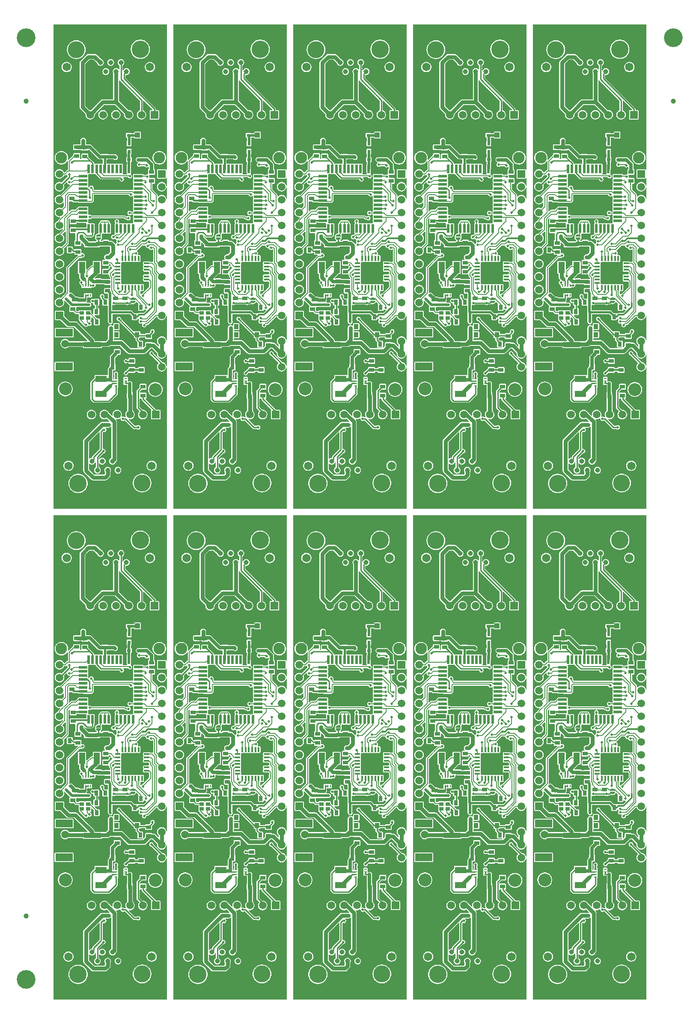
<source format=gtl>
G04*
G04 #@! TF.GenerationSoftware,Altium Limited,Altium Designer,18.1.9 (240)*
G04*
G04 Layer_Physical_Order=1*
G04 Layer_Color=255*
%FSAX25Y25*%
%MOIN*%
G70*
G01*
G75*
%ADD10C,0.03937*%
%ADD11C,0.00600*%
%ADD12C,0.00787*%
%ADD13R,0.03937X0.03150*%
%ADD14R,0.03150X0.03937*%
%ADD15R,0.13386X0.05906*%
%ADD16R,0.13386X0.03937*%
%ADD17R,0.01968X0.00984*%
%ADD18R,0.02717X0.06496*%
%ADD19R,0.03543X0.03937*%
%ADD20R,0.08661X0.05118*%
%ADD21R,0.08661X0.04134*%
%ADD22R,0.03937X0.03937*%
%ADD23R,0.03150X0.02362*%
%ADD24R,0.02362X0.03150*%
%ADD25R,0.05118X0.08661*%
%ADD26R,0.06496X0.02717*%
%ADD27R,0.00984X0.01968*%
%ADD28R,0.03937X0.01457*%
%ADD29R,0.01457X0.03937*%
%ADD30R,0.16732X0.16732*%
%ADD31R,0.03445X0.03051*%
%ADD32R,0.01968X0.06693*%
%ADD33R,0.06693X0.01968*%
G04:AMPARAMS|DCode=34|XSize=59.06mil|YSize=59.06mil|CornerRadius=5.91mil|HoleSize=0mil|Usage=FLASHONLY|Rotation=90.000|XOffset=0mil|YOffset=0mil|HoleType=Round|Shape=RoundedRectangle|*
%AMROUNDEDRECTD34*
21,1,0.05906,0.04724,0,0,90.0*
21,1,0.04724,0.05906,0,0,90.0*
1,1,0.01181,0.02362,0.02362*
1,1,0.01181,0.02362,-0.02362*
1,1,0.01181,-0.02362,-0.02362*
1,1,0.01181,-0.02362,0.02362*
%
%ADD34ROUNDEDRECTD34*%
%ADD35R,0.05906X0.05906*%
%ADD36R,0.03150X0.03937*%
%ADD37C,0.01000*%
%ADD38C,0.00800*%
%ADD39C,0.02000*%
%ADD40C,0.01500*%
%ADD41C,0.03000*%
%ADD42C,0.01200*%
%ADD43C,0.02500*%
%ADD44C,0.01968*%
%ADD45C,0.14567*%
%ADD46C,0.05906*%
%ADD47C,0.10000*%
%ADD48C,0.09000*%
%ADD49C,0.06496*%
%ADD50C,0.13110*%
%ADD51C,0.13504*%
%ADD52C,0.03819*%
%ADD53R,0.05906X0.05906*%
%ADD54C,0.01968*%
G36*
X1252885Y0923020D02*
X1252385Y0922971D01*
X1252372Y0923036D01*
X1252217Y0923267D01*
X1251986Y0923422D01*
X1251713Y0923477D01*
X1245807D01*
X1245534Y0923422D01*
X1245302Y0923267D01*
X1245148Y0923036D01*
X1245093Y0922763D01*
Y0916857D01*
X1245148Y0916584D01*
X1245302Y0916353D01*
X1245534Y0916198D01*
X1245807Y0916144D01*
X1251713D01*
X1251986Y0916198D01*
X1252217Y0916353D01*
X1252372Y0916584D01*
X1252385Y0916649D01*
X1252885Y0916600D01*
Y0910293D01*
X1252385Y0910260D01*
X1252319Y0910764D01*
X1251950Y0911652D01*
X1251365Y0912415D01*
X1250602Y0913001D01*
X1249713Y0913369D01*
X1248760Y0913494D01*
X1247806Y0913369D01*
X1246918Y0913001D01*
X1246155Y0912415D01*
X1245569Y0911652D01*
X1245201Y0910764D01*
X1245076Y0909810D01*
X1245201Y0908856D01*
X1245569Y0907968D01*
X1246155Y0907205D01*
X1246918Y0906619D01*
X1247806Y0906251D01*
X1248760Y0906126D01*
X1249713Y0906251D01*
X1250602Y0906619D01*
X1251365Y0907205D01*
X1251950Y0907968D01*
X1252319Y0908856D01*
X1252385Y0909360D01*
X1252885Y0909327D01*
Y0900293D01*
X1252385Y0900260D01*
X1252319Y0900764D01*
X1251950Y0901652D01*
X1251365Y0902415D01*
X1250602Y0903001D01*
X1249713Y0903369D01*
X1248760Y0903494D01*
X1247806Y0903369D01*
X1246918Y0903001D01*
X1246155Y0902415D01*
X1246055Y0902285D01*
X1245555Y0902455D01*
Y0903231D01*
X1245555Y0903231D01*
X1245469Y0903660D01*
X1245226Y0904024D01*
X1241618Y0907632D01*
Y0912137D01*
X1242740D01*
X1243013Y0912192D01*
X1243245Y0912346D01*
X1243400Y0912578D01*
X1243454Y0912851D01*
Y0916001D01*
X1243400Y0916274D01*
X1243245Y0916505D01*
X1243013Y0916660D01*
X1242740Y0916714D01*
X1239326D01*
X1239235Y0916786D01*
X1238970Y0917214D01*
X1239064Y0917684D01*
X1238933Y0918341D01*
X1238819Y0918512D01*
X1239086Y0919012D01*
X1242740D01*
X1243013Y0919067D01*
X1243245Y0919221D01*
X1243400Y0919453D01*
X1243454Y0919726D01*
Y0922876D01*
X1243400Y0923149D01*
X1243245Y0923380D01*
X1243013Y0923535D01*
X1242878Y0923562D01*
Y0926936D01*
X1242727Y0927697D01*
X1242296Y0928342D01*
X1238437Y0932200D01*
X1237792Y0932631D01*
X1237031Y0932782D01*
X1230614D01*
X1229853Y0932631D01*
X1229208Y0932200D01*
X1228777Y0931555D01*
X1228626Y0930794D01*
X1228777Y0930033D01*
X1229208Y0929389D01*
X1229853Y0928957D01*
X1230105Y0928907D01*
X1230211Y0928376D01*
X1229872Y0928150D01*
X1229500Y0927593D01*
X1229369Y0926936D01*
X1229500Y0926279D01*
X1229872Y0925722D01*
X1230429Y0925350D01*
X1231087Y0925219D01*
X1231744Y0925350D01*
X1232301Y0925722D01*
X1232363Y0925815D01*
X1235601D01*
X1235603Y0925805D01*
X1235975Y0925248D01*
X1236533Y0924876D01*
X1237190Y0924745D01*
X1237847Y0924876D01*
X1238404Y0925248D01*
X1238902Y0925093D01*
Y0923589D01*
X1238803D01*
X1238530Y0923535D01*
X1238299Y0923380D01*
X1238144Y0923149D01*
X1238089Y0922876D01*
Y0919763D01*
X1238076Y0919714D01*
X1237665Y0919338D01*
X1237346Y0919401D01*
X1236689Y0919271D01*
X1236465Y0919121D01*
X1234556D01*
X1234522Y0919296D01*
X1234367Y0919527D01*
X1234135Y0919682D01*
X1233862Y0919736D01*
X1227169D01*
X1226896Y0919682D01*
X1226665Y0919527D01*
X1226510Y0919296D01*
X1226456Y0919023D01*
Y0917054D01*
X1226510Y0916781D01*
X1226665Y0916549D01*
Y0916216D01*
X1226510Y0915985D01*
X1226456Y0915712D01*
Y0913743D01*
X1226510Y0913470D01*
X1226665Y0913239D01*
Y0913039D01*
X1226510Y0912808D01*
X1226456Y0912535D01*
Y0910566D01*
X1226510Y0910293D01*
X1226665Y0910061D01*
X1226506Y0909658D01*
X1226452Y0909385D01*
Y0907676D01*
X1226057Y0907289D01*
X1225973Y0907261D01*
X1225929Y0907270D01*
X1196276D01*
X1195820Y0907726D01*
Y0908364D01*
X1195820Y0908364D01*
X1195735Y0908793D01*
X1195680Y0908875D01*
X1195717Y0909062D01*
X1195587Y0909719D01*
X1195214Y0910276D01*
X1194657Y0910649D01*
X1194000Y0910779D01*
X1193343Y0910649D01*
X1192786Y0910276D01*
X1192414Y0909719D01*
X1192401Y0909656D01*
X1191862Y0909473D01*
X1191596Y0909653D01*
X1191588Y0909690D01*
X1191434Y0909921D01*
Y0910093D01*
X1191588Y0910324D01*
X1191643Y0910598D01*
Y0912566D01*
X1191588Y0912839D01*
X1191434Y0913071D01*
Y0913203D01*
X1191588Y0913435D01*
X1191643Y0913708D01*
Y0915676D01*
X1191588Y0915949D01*
X1191434Y0916181D01*
Y0916392D01*
X1191588Y0916624D01*
X1191643Y0916897D01*
Y0918865D01*
X1191588Y0919138D01*
X1191556Y0919187D01*
X1191791Y0919687D01*
X1192701D01*
X1192974Y0919741D01*
X1193206Y0919896D01*
X1193377D01*
X1193609Y0919741D01*
X1193882Y0919687D01*
X1195850D01*
X1196124Y0919741D01*
X1196461Y0919859D01*
X1196798Y0919741D01*
X1197061Y0919689D01*
X1197269Y0919378D01*
X1200798Y0915849D01*
X1201195Y0915584D01*
X1201663Y0915491D01*
X1215920D01*
X1215947Y0915463D01*
X1216075Y0914822D01*
X1216447Y0914265D01*
X1217004Y0913893D01*
X1217661Y0913762D01*
X1218319Y0913893D01*
X1218876Y0914265D01*
X1219248Y0914822D01*
X1219379Y0915479D01*
X1219248Y0916136D01*
X1218876Y0916694D01*
X1219029Y0917192D01*
X1222500D01*
X1222825Y0916706D01*
X1223382Y0916334D01*
X1224039Y0916203D01*
X1224697Y0916334D01*
X1225254Y0916706D01*
X1225626Y0917263D01*
X1225757Y0917920D01*
X1225626Y0918577D01*
X1225254Y0919135D01*
X1224788Y0919446D01*
X1224697Y0919813D01*
X1224697Y0920017D01*
X1224797Y0920167D01*
X1224845Y0920409D01*
Y0923128D01*
X1224966Y0923739D01*
Y0929072D01*
X1225148Y0929108D01*
X1225352Y0929245D01*
X1225490Y0929450D01*
X1225538Y0929692D01*
Y0932054D01*
X1225490Y0932296D01*
X1225352Y0932501D01*
X1225148Y0932638D01*
X1224966Y0932674D01*
Y0935064D01*
X1225038Y0935111D01*
X1225175Y0935316D01*
X1225223Y0935558D01*
Y0938708D01*
X1225175Y0938950D01*
X1225038Y0939155D01*
X1224833Y0939292D01*
X1224591Y0939340D01*
X1222228D01*
X1221986Y0939292D01*
X1221781Y0939155D01*
X1221644Y0938950D01*
X1221596Y0938708D01*
Y0935558D01*
X1221644Y0935316D01*
X1221695Y0935240D01*
Y0932674D01*
X1221514Y0932638D01*
X1221309Y0932501D01*
X1221172Y0932296D01*
X1221124Y0932054D01*
Y0929692D01*
X1221172Y0929450D01*
X1221309Y0929245D01*
X1221514Y0929108D01*
X1221695Y0929072D01*
Y0927396D01*
X1221660Y0927343D01*
X1221612Y0927101D01*
Y0920409D01*
X1221660Y0920167D01*
X1221797Y0919961D01*
X1221836Y0919936D01*
X1221684Y0919436D01*
X1218621D01*
X1218480Y0919767D01*
X1218443Y0919936D01*
X1218577Y0920135D01*
X1218631Y0920409D01*
Y0927101D01*
X1218577Y0927374D01*
X1218422Y0927606D01*
X1218190Y0927761D01*
X1217917Y0927815D01*
X1215949D01*
X1215676Y0927761D01*
X1215444Y0927606D01*
X1215272D01*
X1215041Y0927761D01*
X1214768Y0927815D01*
X1212799D01*
X1212526Y0927761D01*
X1212295Y0927606D01*
X1212123D01*
X1211891Y0927761D01*
X1211618Y0927815D01*
X1209650D01*
X1209377Y0927761D01*
X1209145Y0927606D01*
X1209140Y0927598D01*
X1208993D01*
X1208761Y0927753D01*
X1208488Y0927807D01*
X1206520D01*
X1206372Y0927778D01*
X1205994Y0927990D01*
X1205872Y0928104D01*
Y0930856D01*
X1206402D01*
X1206675Y0930910D01*
X1206906Y0931065D01*
X1206967Y0931157D01*
X1211176D01*
X1211214Y0931119D01*
X1211859Y0930688D01*
X1212620Y0930536D01*
X1213381Y0930688D01*
X1214026Y0931119D01*
X1214457Y0931764D01*
X1214608Y0932525D01*
X1214457Y0933286D01*
X1214026Y0933930D01*
X1213406Y0934551D01*
X1212761Y0934982D01*
X1212000Y0935133D01*
X1206967D01*
X1206906Y0935224D01*
X1206675Y0935379D01*
X1206402Y0935433D01*
X1202465D01*
X1202192Y0935379D01*
X1201960Y0935224D01*
X1201899Y0935133D01*
X1201174D01*
X1194225Y0942082D01*
X1193580Y0942513D01*
X1192819Y0942664D01*
X1189905D01*
Y0945676D01*
X1189734Y0946535D01*
X1189248Y0947262D01*
X1188520Y0947749D01*
X1187661Y0947919D01*
X1186803Y0947749D01*
X1186075Y0947262D01*
X1185589Y0946535D01*
X1185418Y0945676D01*
Y0942801D01*
X1182868D01*
X1182851Y0942798D01*
X1180654D01*
X1180381Y0942743D01*
X1180149Y0942589D01*
X1179994Y0942357D01*
X1179940Y0942084D01*
Y0938935D01*
X1179994Y0938661D01*
X1180149Y0938430D01*
X1180381Y0938275D01*
X1180654Y0938221D01*
X1184591D01*
X1184864Y0938275D01*
X1184923Y0938315D01*
X1186331D01*
X1186333Y0938307D01*
X1186487Y0938076D01*
X1186719Y0937921D01*
X1186992Y0937866D01*
X1190929D01*
X1191202Y0937921D01*
X1191434Y0938076D01*
X1191588Y0938307D01*
X1191609Y0938412D01*
X1192078Y0938555D01*
X1192131Y0938552D01*
X1198945Y0931739D01*
X1199590Y0931308D01*
X1200350Y0931157D01*
X1201899D01*
X1201960Y0931065D01*
X1202192Y0930910D01*
X1202465Y0930856D01*
X1202915D01*
Y0928025D01*
X1202423Y0927753D01*
X1202150Y0927807D01*
X1200181D01*
X1199908Y0927753D01*
X1199610Y0927626D01*
X1199312Y0927753D01*
X1199039Y0927807D01*
X1197071D01*
X1196798Y0927753D01*
X1196581Y0927677D01*
X1196168Y0927935D01*
Y0927965D01*
X1196075Y0928433D01*
X1195810Y0928830D01*
X1194927Y0929713D01*
X1191643Y0932997D01*
Y0934855D01*
X1191588Y0935128D01*
X1191434Y0935359D01*
X1191202Y0935514D01*
X1190929Y0935569D01*
X1186992D01*
X1186719Y0935514D01*
X1186487Y0935359D01*
X1186333Y0935128D01*
X1186278Y0934855D01*
Y0931705D01*
X1185939Y0931307D01*
X1185439Y0931341D01*
X1185232Y0931759D01*
X1185250Y0931786D01*
X1185304Y0932059D01*
Y0935209D01*
X1185250Y0935482D01*
X1185095Y0935714D01*
X1184864Y0935868D01*
X1184591Y0935923D01*
X1180654D01*
X1180381Y0935868D01*
X1180149Y0935714D01*
X1179994Y0935482D01*
X1179940Y0935209D01*
Y0934357D01*
X1179809Y0934270D01*
X1179809Y0934270D01*
X1176137Y0930597D01*
X1175697Y0930842D01*
X1175711Y0930911D01*
X1175720Y0930933D01*
X1175723Y0930956D01*
X1175745Y0931022D01*
X1175900Y0932197D01*
X1175897Y0932244D01*
X1175906Y0932290D01*
X1175897Y0932337D01*
X1175900Y0932384D01*
X1175745Y0933558D01*
X1175723Y0933625D01*
X1175720Y0933648D01*
X1175711Y0933669D01*
X1175697Y0933738D01*
X1175244Y0934833D01*
X1175205Y0934891D01*
X1175196Y0934913D01*
X1175182Y0934931D01*
X1175150Y0934994D01*
X1174429Y0935934D01*
X1174376Y0935981D01*
X1174362Y0935999D01*
X1174344Y0936013D01*
X1174298Y0936066D01*
X1173357Y0936787D01*
X1173294Y0936818D01*
X1173276Y0936833D01*
X1173254Y0936841D01*
X1173196Y0936880D01*
X1172101Y0937334D01*
X1172033Y0937348D01*
X1172011Y0937357D01*
X1171988Y0937360D01*
X1171922Y0937382D01*
X1170747Y0937537D01*
X1170677Y0937532D01*
X1170654Y0937535D01*
X1170630Y0937532D01*
X1170560Y0937537D01*
X1169386Y0937382D01*
X1169319Y0937360D01*
X1169296Y0937357D01*
X1169275Y0937348D01*
X1169206Y0937334D01*
X1168111Y0936880D01*
X1168053Y0936841D01*
X1168031Y0936833D01*
X1168013Y0936818D01*
X1167950Y0936787D01*
X1167010Y0936066D01*
X1166963Y0936013D01*
X1166945Y0935999D01*
X1166931Y0935981D01*
X1166878Y0935934D01*
X1166157Y0934994D01*
X1166125Y0934931D01*
X1166111Y0934913D01*
X1166103Y0934891D01*
X1166063Y0934833D01*
X1165610Y0933738D01*
X1165596Y0933669D01*
X1165587Y0933648D01*
X1165584Y0933625D01*
X1165562Y0933558D01*
X1165407Y0932384D01*
X1165410Y0932337D01*
X1165401Y0932290D01*
X1165410Y0932244D01*
X1165407Y0932197D01*
X1165562Y0931022D01*
X1165584Y0930956D01*
X1165587Y0930933D01*
X1165596Y0930911D01*
X1165610Y0930842D01*
X1166063Y0929748D01*
X1166103Y0929690D01*
X1166111Y0929668D01*
X1166125Y0929650D01*
X1166157Y0929587D01*
X1166878Y0928646D01*
X1166931Y0928600D01*
X1166945Y0928582D01*
X1166963Y0928568D01*
X1167010Y0928515D01*
X1167950Y0927793D01*
X1168013Y0927762D01*
X1168031Y0927748D01*
X1168053Y0927739D01*
X1168111Y0927700D01*
X1169206Y0927247D01*
X1169275Y0927233D01*
X1169296Y0927224D01*
X1169319Y0927221D01*
X1169386Y0927199D01*
X1170560Y0927044D01*
X1170630Y0927049D01*
X1170654Y0927046D01*
X1170677Y0927049D01*
X1170747Y0927044D01*
X1171922Y0927199D01*
X1171988Y0927221D01*
X1172011Y0927224D01*
X1172033Y0927233D01*
X1172101Y0927247D01*
X1173196Y0927700D01*
X1173254Y0927739D01*
X1173276Y0927748D01*
X1173294Y0927762D01*
X1173357Y0927793D01*
X1174298Y0928515D01*
X1174344Y0928568D01*
X1174362Y0928582D01*
X1174376Y0928600D01*
X1174429Y0928646D01*
X1175150Y0929587D01*
X1175607Y0929549D01*
X1175667Y0929532D01*
X1175676Y0929527D01*
Y0923415D01*
X1175654Y0922939D01*
X1175224Y0922854D01*
X1174860Y0922611D01*
X1174860Y0922611D01*
X1173181Y0920932D01*
X1172647D01*
X1172348Y0921652D01*
X1171763Y0922415D01*
X1171000Y0923001D01*
X1170111Y0923369D01*
X1169158Y0923494D01*
X1168204Y0923369D01*
X1167315Y0923001D01*
X1166552Y0922415D01*
X1165967Y0921652D01*
X1165599Y0920764D01*
X1165473Y0919810D01*
X1165599Y0918857D01*
X1165967Y0917968D01*
X1166552Y0917205D01*
X1167315Y0916619D01*
X1168204Y0916251D01*
X1169158Y0916126D01*
X1170111Y0916251D01*
X1171000Y0916619D01*
X1171763Y0917205D01*
X1172348Y0917968D01*
X1172647Y0918688D01*
X1173646D01*
X1173646Y0918688D01*
X1174075Y0918774D01*
X1174439Y0919017D01*
X1174638Y0919216D01*
X1175162Y0919033D01*
X1175248Y0918602D01*
X1175611Y0918058D01*
Y0917892D01*
X1170802Y0913083D01*
X1170111Y0913369D01*
X1169158Y0913494D01*
X1168204Y0913369D01*
X1167315Y0913001D01*
X1166552Y0912415D01*
X1165967Y0911652D01*
X1165599Y0910764D01*
X1165473Y0909810D01*
X1165599Y0908856D01*
X1165967Y0907968D01*
X1166552Y0907205D01*
X1167315Y0906619D01*
X1168204Y0906251D01*
X1169158Y0906126D01*
X1170111Y0906251D01*
X1171000Y0906619D01*
X1171763Y0907205D01*
X1172348Y0907968D01*
X1172716Y0908856D01*
X1172842Y0909810D01*
X1172716Y0910764D01*
X1172490Y0911310D01*
X1174478Y0913298D01*
X1174745Y0913220D01*
X1174974Y0913087D01*
X1175091Y0912499D01*
X1175463Y0911942D01*
X1176020Y0911570D01*
X1176677Y0911439D01*
X1177224Y0911548D01*
X1177504Y0911171D01*
X1177519Y0911136D01*
X1169794Y0903411D01*
X1169158Y0903494D01*
X1168204Y0903369D01*
X1167315Y0903001D01*
X1166552Y0902415D01*
X1165967Y0901652D01*
X1165599Y0900764D01*
X1165473Y0899810D01*
X1165599Y0898857D01*
X1165967Y0897968D01*
X1166552Y0897205D01*
X1167315Y0896619D01*
X1168204Y0896251D01*
X1169158Y0896126D01*
X1170111Y0896251D01*
X1171000Y0896619D01*
X1171763Y0897205D01*
X1172103Y0897648D01*
X1172603Y0897478D01*
Y0894739D01*
X1170904Y0893040D01*
X1170111Y0893369D01*
X1169158Y0893494D01*
X1168204Y0893369D01*
X1167315Y0893001D01*
X1166552Y0892415D01*
X1165967Y0891652D01*
X1165599Y0890764D01*
X1165473Y0889810D01*
X1165599Y0888857D01*
X1165967Y0887968D01*
X1166552Y0887205D01*
X1167315Y0886619D01*
X1168204Y0886251D01*
X1169158Y0886126D01*
X1169483Y0886169D01*
X1169716Y0885695D01*
X1168467Y0884446D01*
X1168224Y0884082D01*
X1168138Y0883653D01*
X1168138Y0883652D01*
Y0883342D01*
X1167315Y0883001D01*
X1166552Y0882415D01*
X1165967Y0881652D01*
X1165599Y0880764D01*
X1165473Y0879810D01*
X1165599Y0878856D01*
X1165967Y0877968D01*
X1166552Y0877205D01*
X1167315Y0876619D01*
X1168204Y0876251D01*
X1169158Y0876126D01*
X1170111Y0876251D01*
X1171000Y0876619D01*
X1171404Y0876930D01*
X1171978Y0876740D01*
X1172022Y0876583D01*
X1168899Y0873460D01*
X1168204Y0873369D01*
X1167315Y0873001D01*
X1166552Y0872415D01*
X1165967Y0871652D01*
X1165599Y0870764D01*
X1165473Y0869810D01*
X1165599Y0868857D01*
X1165967Y0867968D01*
X1166552Y0867205D01*
X1167315Y0866619D01*
X1168204Y0866251D01*
X1169158Y0866126D01*
X1170111Y0866251D01*
X1171000Y0866619D01*
X1171763Y0867205D01*
X1172348Y0867968D01*
X1172716Y0868857D01*
X1172842Y0869810D01*
X1172716Y0870764D01*
X1172348Y0871652D01*
X1171763Y0872415D01*
X1171647Y0872504D01*
X1171614Y0873003D01*
X1173558Y0874948D01*
X1174020Y0874756D01*
Y0866156D01*
X1170904Y0863040D01*
X1170111Y0863369D01*
X1169158Y0863494D01*
X1168204Y0863369D01*
X1167315Y0863001D01*
X1166552Y0862415D01*
X1165967Y0861652D01*
X1165599Y0860764D01*
X1165473Y0859810D01*
X1165599Y0858856D01*
X1165967Y0857968D01*
X1166552Y0857205D01*
X1167315Y0856619D01*
X1168204Y0856251D01*
X1169158Y0856126D01*
X1170111Y0856251D01*
X1171000Y0856619D01*
X1171763Y0857205D01*
X1172348Y0857968D01*
X1172716Y0858856D01*
X1172842Y0859810D01*
X1172716Y0860764D01*
X1172448Y0861412D01*
X1175935Y0864899D01*
X1175935Y0864899D01*
X1176178Y0865263D01*
X1176263Y0865692D01*
X1176263Y0865692D01*
Y0884503D01*
X1176914Y0885154D01*
X1177302Y0884835D01*
X1177199Y0884680D01*
X1177145Y0884407D01*
Y0881257D01*
X1177199Y0880984D01*
X1177354Y0880753D01*
X1177585Y0880598D01*
X1177858Y0880544D01*
X1181795D01*
X1182068Y0880598D01*
X1182300Y0880753D01*
X1182455Y0880984D01*
X1182509Y0881257D01*
Y0881831D01*
X1183649D01*
X1183732Y0881707D01*
X1183963Y0881552D01*
X1184236Y0881498D01*
X1189910D01*
X1189946Y0881458D01*
X1190132Y0880998D01*
X1190073Y0880910D01*
X1190019Y0880637D01*
Y0877947D01*
X1182360D01*
X1182300Y0878037D01*
X1182068Y0878191D01*
X1181795Y0878246D01*
X1177858D01*
X1177585Y0878191D01*
X1177354Y0878037D01*
X1177199Y0877805D01*
X1177145Y0877532D01*
Y0874382D01*
X1177199Y0874109D01*
X1177354Y0873878D01*
X1177585Y0873723D01*
X1177858Y0873669D01*
X1181215D01*
X1181558Y0873169D01*
X1181517Y0872960D01*
Y0868270D01*
X1181441D01*
X1181168Y0868216D01*
X1180936Y0868061D01*
X1180782Y0867830D01*
X1180727Y0867556D01*
Y0864407D01*
X1180782Y0864134D01*
X1180936Y0863902D01*
X1181168Y0863748D01*
X1181441Y0863693D01*
X1185378D01*
X1185651Y0863748D01*
X1185883Y0863902D01*
X1186037Y0864134D01*
X1186092Y0864407D01*
Y0866216D01*
X1186554Y0866407D01*
X1188326Y0864635D01*
Y0863445D01*
X1188380Y0863172D01*
X1188535Y0862940D01*
X1188766Y0862786D01*
X1189039Y0862731D01*
X1192976D01*
X1193205Y0862777D01*
X1195898D01*
X1196126Y0862731D01*
X1200063D01*
X1200336Y0862786D01*
X1200568Y0862940D01*
X1200722Y0863172D01*
X1200743Y0863276D01*
X1208307D01*
X1208568Y0863015D01*
Y0858889D01*
X1206929Y0857250D01*
X1206244D01*
X1205386Y0857079D01*
X1204658Y0856593D01*
X1204172Y0855865D01*
X1204001Y0855007D01*
X1204172Y0854148D01*
X1204635Y0853455D01*
X1204541Y0853036D01*
X1204517Y0852955D01*
X1203213D01*
X1202940Y0852901D01*
X1202708Y0852746D01*
X1202553Y0852515D01*
X1202499Y0852242D01*
Y0849092D01*
X1202553Y0848819D01*
X1202708Y0848587D01*
X1202940Y0848433D01*
X1203213Y0848378D01*
X1207150D01*
X1207423Y0848433D01*
X1207654Y0848587D01*
X1207809Y0848819D01*
X1207863Y0849092D01*
Y0849545D01*
X1208545D01*
X1209264Y0848826D01*
X1209210Y0848590D01*
X1209062Y0848320D01*
X1208495Y0848208D01*
X1207938Y0847835D01*
X1207566Y0847278D01*
X1207438Y0846637D01*
X1206881Y0846080D01*
X1203213D01*
X1202940Y0846026D01*
X1202708Y0845871D01*
X1202553Y0845640D01*
X1202499Y0845367D01*
Y0842217D01*
X1202553Y0841944D01*
X1202708Y0841712D01*
X1202940Y0841558D01*
X1203213Y0841503D01*
X1207150D01*
X1207185Y0841510D01*
X1207644Y0841205D01*
X1207685Y0841139D01*
Y0840442D01*
X1207770Y0840013D01*
X1208013Y0839649D01*
X1208013Y0839649D01*
X1208859Y0838803D01*
Y0838206D01*
X1208606Y0837999D01*
X1204669D01*
X1204396Y0837945D01*
X1204230Y0837834D01*
X1202072D01*
X1202022Y0838087D01*
X1201867Y0838319D01*
X1201635Y0838473D01*
X1201362Y0838528D01*
X1197425D01*
X1197152Y0838473D01*
X1196921Y0838319D01*
X1196915Y0838311D01*
X1196822Y0838320D01*
X1196636Y0838841D01*
X1199766Y0841970D01*
X1200890D01*
X1201163Y0842025D01*
X1201394Y0842179D01*
X1201549Y0842411D01*
X1201604Y0842684D01*
Y0851346D01*
X1201549Y0851619D01*
X1201394Y0851850D01*
X1201163Y0852005D01*
X1200890Y0852059D01*
X1195772D01*
X1195499Y0852005D01*
X1195267Y0851850D01*
X1195112Y0851619D01*
X1195058Y0851346D01*
Y0848648D01*
X1194163D01*
X1194163Y0848648D01*
X1193734Y0848563D01*
X1193370Y0848320D01*
X1193370Y0848320D01*
X1190412Y0845362D01*
X1189950Y0845553D01*
Y0851346D01*
X1189896Y0851619D01*
X1189741Y0851850D01*
X1189509Y0852005D01*
X1189236Y0852059D01*
X1184118D01*
X1183845Y0852005D01*
X1183613Y0851850D01*
X1183459Y0851619D01*
X1183404Y0851346D01*
Y0842684D01*
X1183459Y0842411D01*
X1183613Y0842179D01*
X1183845Y0842025D01*
X1184118Y0841970D01*
X1184513D01*
Y0839298D01*
X1184684Y0838440D01*
X1185170Y0837712D01*
X1185622Y0837259D01*
X1185482Y0836693D01*
X1185070Y0836417D01*
X1184698Y0835860D01*
X1184567Y0835203D01*
X1184698Y0834546D01*
X1185070Y0833989D01*
X1185389Y0833776D01*
X1185491Y0833622D01*
X1185491Y0833622D01*
X1186219Y0832894D01*
Y0831857D01*
X1186274Y0831584D01*
X1186428Y0831353D01*
X1186660Y0831198D01*
X1186933Y0831144D01*
X1187917D01*
X1188190Y0831198D01*
X1188410Y0831344D01*
X1188628Y0831198D01*
X1188902Y0831144D01*
X1189886D01*
X1190159Y0831198D01*
X1190378Y0831344D01*
X1190597Y0831198D01*
X1190870Y0831144D01*
X1191854D01*
X1192128Y0831198D01*
X1192346Y0831344D01*
X1192566Y0831198D01*
X1192839Y0831144D01*
X1193823D01*
X1194096Y0831198D01*
X1194328Y0831353D01*
X1194942Y0831528D01*
X1194996Y0831491D01*
X1195654Y0831361D01*
X1196311Y0831491D01*
X1196868Y0831863D01*
X1197240Y0832421D01*
X1197371Y0833078D01*
X1197293Y0833467D01*
X1197314Y0833544D01*
X1197640Y0833936D01*
X1197668Y0833951D01*
X1198216D01*
X1198685Y0833857D01*
X1204013D01*
X1204165Y0833631D01*
X1204396Y0833476D01*
X1204669Y0833422D01*
X1208606D01*
X1208859Y0833215D01*
Y0831331D01*
X1208606Y0831124D01*
X1204669D01*
X1204396Y0831069D01*
X1204165Y0830915D01*
X1204010Y0830683D01*
X1203956Y0830410D01*
Y0827260D01*
X1204010Y0826987D01*
X1204165Y0826756D01*
X1204396Y0826601D01*
X1204669Y0826547D01*
X1206794D01*
Y0823038D01*
X1206353Y0822650D01*
X1204889D01*
X1203745Y0823793D01*
X1203933Y0824074D01*
X1204064Y0824731D01*
X1203933Y0825389D01*
X1203561Y0825946D01*
X1203004Y0826318D01*
X1202347Y0826449D01*
X1201689Y0826318D01*
X1201132Y0825946D01*
X1200760Y0825389D01*
X1200629Y0824731D01*
X1200760Y0824074D01*
X1201123Y0823531D01*
Y0823462D01*
X1201216Y0822994D01*
X1201481Y0822597D01*
X1202489Y0821589D01*
Y0817999D01*
X1202544Y0817726D01*
X1202699Y0817494D01*
X1202930Y0817340D01*
X1203203Y0817285D01*
X1206353D01*
X1206794Y0816897D01*
Y0812290D01*
X1206912Y0811697D01*
Y0804771D01*
X1207044Y0804107D01*
X1207420Y0803545D01*
X1207696Y0803269D01*
X1208258Y0802894D01*
X1208921Y0802762D01*
X1209585Y0802894D01*
X1210147Y0803269D01*
X1210523Y0803832D01*
X1210655Y0804495D01*
X1210523Y0805158D01*
X1210379Y0805373D01*
Y0810812D01*
X1223833D01*
X1225425Y0809220D01*
Y0806818D01*
X1225479Y0806545D01*
X1225634Y0806313D01*
X1225866Y0806159D01*
X1226139Y0806104D01*
X1229288D01*
X1229562Y0806159D01*
X1229793Y0806313D01*
X1229948Y0806545D01*
X1230002Y0806818D01*
Y0807099D01*
X1230029Y0807141D01*
X1230230Y0807253D01*
X1230761Y0807026D01*
X1230982Y0806696D01*
X1231172Y0806221D01*
X1230799Y0805664D01*
X1230669Y0805007D01*
X1230799Y0804350D01*
X1231172Y0803793D01*
X1231729Y0803420D01*
X1232386Y0803290D01*
X1233043Y0803420D01*
X1233317Y0803604D01*
X1233400Y0803576D01*
X1233603Y0802980D01*
X1233477Y0802790D01*
X1233346Y0802133D01*
X1233477Y0801476D01*
X1233849Y0800919D01*
X1234406Y0800546D01*
X1235063Y0800416D01*
X1235720Y0800546D01*
X1236277Y0800919D01*
X1236650Y0801476D01*
X1236780Y0802133D01*
X1237218Y0802385D01*
X1237776D01*
X1237776Y0802385D01*
X1238205Y0802471D01*
X1238569Y0802714D01*
X1244543Y0808689D01*
X1245271D01*
X1245569Y0807968D01*
X1246155Y0807205D01*
X1246918Y0806619D01*
X1247806Y0806251D01*
X1248760Y0806126D01*
X1249713Y0806251D01*
X1250602Y0806619D01*
X1251365Y0807205D01*
X1251950Y0807968D01*
X1252319Y0808856D01*
X1252385Y0809360D01*
X1252885Y0809327D01*
Y0790293D01*
X1252385Y0790260D01*
X1252319Y0790764D01*
X1251950Y0791652D01*
X1251365Y0792415D01*
X1250602Y0793001D01*
X1249713Y0793369D01*
X1248760Y0793494D01*
X1247806Y0793369D01*
X1246918Y0793001D01*
X1246155Y0792415D01*
X1245569Y0791652D01*
X1245201Y0790764D01*
X1245076Y0789810D01*
X1245201Y0788857D01*
X1245569Y0787968D01*
X1246155Y0787205D01*
X1246517Y0786927D01*
Y0785879D01*
X1246055Y0785687D01*
X1243880Y0787862D01*
X1243152Y0788349D01*
X1242294Y0788519D01*
X1241242D01*
X1241234Y0788557D01*
X1241080Y0788789D01*
X1240848Y0788943D01*
X1240575Y0788998D01*
X1236638D01*
X1236365Y0788943D01*
X1236133Y0788789D01*
X1235978Y0788557D01*
X1235924Y0788284D01*
Y0786058D01*
X1234713Y0784846D01*
X1234269Y0785110D01*
X1234278Y0785167D01*
X1234291Y0785229D01*
X1234333Y0785440D01*
Y0789377D01*
X1234278Y0789650D01*
X1234124Y0789882D01*
X1233892Y0790036D01*
X1233619Y0790091D01*
X1232064D01*
X1230861Y0791293D01*
Y0792089D01*
X1231409D01*
X1231683Y0792143D01*
X1231914Y0792298D01*
X1232069Y0792529D01*
X1232115Y0792760D01*
X1235924D01*
Y0792009D01*
X1235978Y0791736D01*
X1236133Y0791505D01*
X1236365Y0791350D01*
X1236638Y0791296D01*
X1240575D01*
X1240848Y0791350D01*
X1241080Y0791505D01*
X1241234Y0791736D01*
X1241288Y0792009D01*
Y0794536D01*
X1242424Y0795672D01*
X1242690Y0796069D01*
X1242705Y0796149D01*
X1242773Y0796194D01*
X1243146Y0796751D01*
X1243276Y0797408D01*
X1243146Y0798066D01*
X1242773Y0798623D01*
X1242216Y0798995D01*
X1241559Y0799126D01*
X1240902Y0798995D01*
X1240345Y0798623D01*
X1239973Y0798066D01*
X1239842Y0797408D01*
X1239973Y0796751D01*
X1240001Y0796709D01*
X1239165Y0795873D01*
X1236638D01*
X1236365Y0795819D01*
X1236133Y0795664D01*
X1235978Y0795432D01*
X1235934Y0795207D01*
X1232123D01*
Y0796739D01*
X1232069Y0797012D01*
X1231914Y0797244D01*
X1231683Y0797399D01*
X1231409Y0797453D01*
X1227866D01*
X1227593Y0797399D01*
X1227361Y0797244D01*
X1226792Y0797292D01*
X1217053Y0807031D01*
X1216925Y0807672D01*
X1216553Y0808229D01*
X1215996Y0808601D01*
X1215339Y0808732D01*
X1214682Y0808601D01*
X1214124Y0808229D01*
X1213752Y0807672D01*
X1213621Y0807015D01*
X1213752Y0806358D01*
X1214124Y0805801D01*
X1214682Y0805428D01*
X1215322Y0805301D01*
X1226717Y0793906D01*
X1227114Y0793640D01*
X1227153Y0793633D01*
Y0792802D01*
X1227207Y0792529D01*
X1227361Y0792298D01*
X1227593Y0792143D01*
X1227866Y0792089D01*
X1228414D01*
Y0790787D01*
X1228507Y0790318D01*
X1228773Y0789921D01*
X1229756Y0788938D01*
Y0785440D01*
X1229810Y0785167D01*
X1229965Y0784935D01*
X1230196Y0784781D01*
X1230470Y0784726D01*
X1233619D01*
X1233780Y0784758D01*
X1233980Y0784527D01*
X1234057Y0784301D01*
X1233962Y0784179D01*
X1224378D01*
X1218627Y0789930D01*
X1217899Y0790416D01*
X1217041Y0790587D01*
X1211401D01*
Y0791643D01*
X1211724Y0792089D01*
X1215268D01*
X1215541Y0792143D01*
X1215772Y0792298D01*
X1215927Y0792529D01*
X1215981Y0792802D01*
Y0796739D01*
X1215927Y0797012D01*
X1215772Y0797244D01*
X1215541Y0797399D01*
X1215268Y0797453D01*
X1211724D01*
X1211401Y0797898D01*
Y0797942D01*
X1211724Y0798388D01*
X1215268D01*
X1215541Y0798442D01*
X1215772Y0798597D01*
X1215927Y0798828D01*
X1215981Y0799101D01*
Y0803038D01*
X1215927Y0803312D01*
X1215772Y0803543D01*
X1215541Y0803698D01*
X1215268Y0803752D01*
X1211724D01*
X1211451Y0803698D01*
X1211220Y0803543D01*
X1211065Y0803312D01*
X1211011Y0803038D01*
Y0801937D01*
X1210511Y0801670D01*
X1210016Y0802001D01*
X1209157Y0802171D01*
X1208299Y0802001D01*
X1207571Y0801514D01*
X1207085Y0800787D01*
X1206914Y0799928D01*
Y0791478D01*
X1205367Y0789930D01*
X1205181Y0789652D01*
X1201787D01*
X1201514Y0789706D01*
X1196637D01*
Y0789928D01*
X1196466Y0790787D01*
X1195980Y0791514D01*
X1183066Y0804428D01*
X1182339Y0804914D01*
X1181480Y0805085D01*
X1177157D01*
X1172824Y0809418D01*
Y0812763D01*
X1172770Y0813036D01*
X1172615Y0813268D01*
X1172383Y0813422D01*
X1172110Y0813476D01*
X1166205D01*
X1165932Y0813422D01*
X1165700Y0813268D01*
X1165545Y0813036D01*
X1165491Y0812763D01*
Y0806857D01*
X1165545Y0806584D01*
X1165700Y0806353D01*
X1165932Y0806198D01*
X1166205Y0806144D01*
X1169754D01*
X1174642Y0801256D01*
X1175370Y0800769D01*
X1176228Y0800599D01*
X1180551D01*
X1190982Y0790168D01*
X1190791Y0789706D01*
X1188129D01*
X1187856Y0789652D01*
X1176752D01*
X1176172Y0790407D01*
X1175409Y0790993D01*
X1174520Y0791361D01*
X1173567Y0791487D01*
X1172613Y0791361D01*
X1171725Y0790993D01*
X1170962Y0790407D01*
X1170376Y0789644D01*
X1170008Y0788756D01*
X1169883Y0787802D01*
X1170008Y0786849D01*
X1170376Y0785960D01*
X1170962Y0785197D01*
X1171725Y0784612D01*
X1172613Y0784243D01*
X1173567Y0784118D01*
X1174520Y0784243D01*
X1175409Y0784612D01*
X1176131Y0785165D01*
X1187415D01*
Y0785055D01*
X1187469Y0784782D01*
X1187624Y0784550D01*
X1187855Y0784396D01*
X1188129Y0784341D01*
X1201514D01*
X1201787Y0784396D01*
X1202019Y0784550D01*
X1202174Y0784782D01*
X1202228Y0785055D01*
Y0785165D01*
X1206953D01*
X1207811Y0785336D01*
X1208539Y0785822D01*
X1208817Y0786101D01*
X1211518D01*
X1211566Y0786028D01*
X1211798Y0785874D01*
X1212071Y0785819D01*
X1216008D01*
X1216281Y0785874D01*
X1216316Y0785897D01*
X1221863Y0780350D01*
X1222591Y0779864D01*
X1223449Y0779693D01*
X1234975D01*
X1235833Y0779864D01*
X1236561Y0780350D01*
X1240244Y0784033D01*
X1241365D01*
X1245135Y0780263D01*
X1245076Y0779810D01*
X1245201Y0778857D01*
X1245569Y0777968D01*
X1246155Y0777205D01*
X1246918Y0776619D01*
X1247806Y0776251D01*
X1248760Y0776126D01*
X1249713Y0776251D01*
X1250602Y0776619D01*
X1251365Y0777205D01*
X1251950Y0777968D01*
X1252319Y0778857D01*
X1252385Y0779360D01*
X1252885Y0779327D01*
Y0770293D01*
X1252385Y0770260D01*
X1252319Y0770764D01*
X1251950Y0771652D01*
X1251365Y0772415D01*
X1250602Y0773001D01*
X1249713Y0773369D01*
X1249189Y0773438D01*
X1242446Y0780181D01*
X1242319Y0780822D01*
X1241947Y0781379D01*
X1241389Y0781751D01*
X1240732Y0781882D01*
X1240075Y0781751D01*
X1239518Y0781379D01*
X1239146Y0780822D01*
X1239015Y0780164D01*
X1239146Y0779507D01*
X1239518Y0778950D01*
X1240075Y0778578D01*
X1240716Y0778450D01*
X1246224Y0772942D01*
X1246191Y0772443D01*
X1246155Y0772415D01*
X1245569Y0771652D01*
X1245201Y0770764D01*
X1245076Y0769810D01*
X1245201Y0768856D01*
X1245569Y0767968D01*
X1246155Y0767205D01*
X1246918Y0766619D01*
X1247806Y0766251D01*
X1248760Y0766126D01*
X1249713Y0766251D01*
X1250602Y0766619D01*
X1251365Y0767205D01*
X1251950Y0767968D01*
X1252319Y0768856D01*
X1252385Y0769360D01*
X1252885Y0769327D01*
Y0659390D01*
X1164525D01*
Y1036096D01*
X1252885D01*
Y0923020D01*
D02*
G37*
G36*
X1159535D02*
X1159035Y0922971D01*
X1159023Y0923036D01*
X1158868Y0923267D01*
X1158636Y0923422D01*
X1158363Y0923477D01*
X1152458D01*
X1152184Y0923422D01*
X1151953Y0923267D01*
X1151798Y0923036D01*
X1151744Y0922763D01*
Y0916857D01*
X1151798Y0916584D01*
X1151953Y0916353D01*
X1152184Y0916198D01*
X1152458Y0916144D01*
X1158363D01*
X1158636Y0916198D01*
X1158868Y0916353D01*
X1159023Y0916584D01*
X1159035Y0916649D01*
X1159535Y0916600D01*
Y0910293D01*
X1159035Y0910260D01*
X1158969Y0910764D01*
X1158601Y0911652D01*
X1158016Y0912415D01*
X1157253Y0913001D01*
X1156364Y0913369D01*
X1155410Y0913494D01*
X1154457Y0913369D01*
X1153568Y0913001D01*
X1152805Y0912415D01*
X1152220Y0911652D01*
X1151852Y0910764D01*
X1151726Y0909810D01*
X1151852Y0908856D01*
X1152220Y0907968D01*
X1152805Y0907205D01*
X1153568Y0906619D01*
X1154457Y0906251D01*
X1155410Y0906126D01*
X1156364Y0906251D01*
X1157253Y0906619D01*
X1158016Y0907205D01*
X1158601Y0907968D01*
X1158969Y0908856D01*
X1159035Y0909360D01*
X1159535Y0909327D01*
Y0900293D01*
X1159035Y0900260D01*
X1158969Y0900764D01*
X1158601Y0901652D01*
X1158016Y0902415D01*
X1157253Y0903001D01*
X1156364Y0903369D01*
X1155410Y0903494D01*
X1154457Y0903369D01*
X1153568Y0903001D01*
X1152805Y0902415D01*
X1152705Y0902285D01*
X1152205Y0902455D01*
Y0903231D01*
X1152205Y0903231D01*
X1152120Y0903660D01*
X1151877Y0904024D01*
X1148268Y0907632D01*
Y0912137D01*
X1149391D01*
X1149664Y0912192D01*
X1149895Y0912346D01*
X1150050Y0912578D01*
X1150104Y0912851D01*
Y0916001D01*
X1150050Y0916274D01*
X1149895Y0916505D01*
X1149664Y0916660D01*
X1149391Y0916714D01*
X1145976D01*
X1145886Y0916786D01*
X1145621Y0917214D01*
X1145714Y0917684D01*
X1145584Y0918341D01*
X1145469Y0918512D01*
X1145737Y0919012D01*
X1149391D01*
X1149664Y0919067D01*
X1149895Y0919221D01*
X1150050Y0919453D01*
X1150104Y0919726D01*
Y0922876D01*
X1150050Y0923149D01*
X1149895Y0923380D01*
X1149664Y0923535D01*
X1149529Y0923562D01*
Y0926936D01*
X1149377Y0927697D01*
X1148946Y0928342D01*
X1145088Y0932200D01*
X1144443Y0932631D01*
X1143682Y0932782D01*
X1137265D01*
X1136504Y0932631D01*
X1135859Y0932200D01*
X1135428Y0931555D01*
X1135277Y0930794D01*
X1135428Y0930033D01*
X1135859Y0929389D01*
X1136504Y0928957D01*
X1136756Y0928907D01*
X1136862Y0928376D01*
X1136523Y0928150D01*
X1136151Y0927593D01*
X1136020Y0926936D01*
X1136151Y0926279D01*
X1136523Y0925722D01*
X1137080Y0925350D01*
X1137737Y0925219D01*
X1138394Y0925350D01*
X1138951Y0925722D01*
X1139013Y0925815D01*
X1142252D01*
X1142254Y0925805D01*
X1142626Y0925248D01*
X1143183Y0924876D01*
X1143840Y0924745D01*
X1144497Y0924876D01*
X1145055Y0925248D01*
X1145552Y0925093D01*
Y0923589D01*
X1145454D01*
X1145181Y0923535D01*
X1144949Y0923380D01*
X1144794Y0923149D01*
X1144740Y0922876D01*
Y0919763D01*
X1144727Y0919714D01*
X1144316Y0919338D01*
X1143997Y0919401D01*
X1143340Y0919271D01*
X1143115Y0919121D01*
X1141207D01*
X1141172Y0919296D01*
X1141017Y0919527D01*
X1140786Y0919682D01*
X1140513Y0919736D01*
X1133820D01*
X1133547Y0919682D01*
X1133315Y0919527D01*
X1133160Y0919296D01*
X1133106Y0919023D01*
Y0917054D01*
X1133160Y0916781D01*
X1133315Y0916549D01*
Y0916216D01*
X1133160Y0915985D01*
X1133106Y0915712D01*
Y0913743D01*
X1133160Y0913470D01*
X1133315Y0913239D01*
Y0913039D01*
X1133160Y0912808D01*
X1133106Y0912535D01*
Y0910566D01*
X1133160Y0910293D01*
X1133315Y0910061D01*
X1133157Y0909658D01*
X1133102Y0909385D01*
Y0907676D01*
X1132708Y0907289D01*
X1132623Y0907261D01*
X1132580Y0907270D01*
X1102926D01*
X1102471Y0907726D01*
Y0908364D01*
X1102471Y0908364D01*
X1102385Y0908793D01*
X1102330Y0908875D01*
X1102368Y0909062D01*
X1102237Y0909719D01*
X1101865Y0910276D01*
X1101308Y0910649D01*
X1100651Y0910779D01*
X1099993Y0910649D01*
X1099436Y0910276D01*
X1099064Y0909719D01*
X1099051Y0909656D01*
X1098512Y0909473D01*
X1098246Y0909653D01*
X1098239Y0909690D01*
X1098084Y0909921D01*
Y0910093D01*
X1098239Y0910324D01*
X1098293Y0910598D01*
Y0912566D01*
X1098239Y0912839D01*
X1098084Y0913071D01*
Y0913203D01*
X1098239Y0913435D01*
X1098293Y0913708D01*
Y0915676D01*
X1098239Y0915949D01*
X1098084Y0916181D01*
Y0916392D01*
X1098239Y0916624D01*
X1098293Y0916897D01*
Y0918865D01*
X1098239Y0919138D01*
X1098207Y0919187D01*
X1098441Y0919687D01*
X1099351D01*
X1099625Y0919741D01*
X1099856Y0919896D01*
X1100028D01*
X1100259Y0919741D01*
X1100533Y0919687D01*
X1102501D01*
X1102774Y0919741D01*
X1103111Y0919859D01*
X1103448Y0919741D01*
X1103712Y0919689D01*
X1103919Y0919378D01*
X1107448Y0915849D01*
X1107845Y0915584D01*
X1108314Y0915491D01*
X1122571D01*
X1122598Y0915463D01*
X1122725Y0914822D01*
X1123098Y0914265D01*
X1123655Y0913893D01*
X1124312Y0913762D01*
X1124969Y0913893D01*
X1125526Y0914265D01*
X1125898Y0914822D01*
X1126029Y0915479D01*
X1125898Y0916136D01*
X1125526Y0916694D01*
X1125680Y0917192D01*
X1129151D01*
X1129476Y0916706D01*
X1130033Y0916334D01*
X1130690Y0916203D01*
X1131347Y0916334D01*
X1131904Y0916706D01*
X1132277Y0917263D01*
X1132407Y0917920D01*
X1132277Y0918577D01*
X1131904Y0919135D01*
X1131438Y0919446D01*
X1131347Y0919813D01*
X1131347Y0920017D01*
X1131447Y0920167D01*
X1131495Y0920409D01*
Y0923128D01*
X1131617Y0923739D01*
Y0929072D01*
X1131798Y0929108D01*
X1132003Y0929245D01*
X1132140Y0929450D01*
X1132188Y0929692D01*
Y0932054D01*
X1132140Y0932296D01*
X1132003Y0932501D01*
X1131798Y0932638D01*
X1131617Y0932674D01*
Y0935064D01*
X1131688Y0935111D01*
X1131825Y0935316D01*
X1131873Y0935558D01*
Y0938708D01*
X1131825Y0938950D01*
X1131688Y0939155D01*
X1131483Y0939292D01*
X1131241Y0939340D01*
X1128879D01*
X1128637Y0939292D01*
X1128432Y0939155D01*
X1128295Y0938950D01*
X1128247Y0938708D01*
Y0935558D01*
X1128295Y0935316D01*
X1128346Y0935240D01*
Y0932674D01*
X1128165Y0932638D01*
X1127960Y0932501D01*
X1127822Y0932296D01*
X1127774Y0932054D01*
Y0929692D01*
X1127822Y0929450D01*
X1127960Y0929245D01*
X1128165Y0929108D01*
X1128346Y0929072D01*
Y0927396D01*
X1128311Y0927343D01*
X1128263Y0927101D01*
Y0920409D01*
X1128311Y0920167D01*
X1128448Y0919961D01*
X1128487Y0919936D01*
X1128335Y0919436D01*
X1125272D01*
X1125131Y0919767D01*
X1125094Y0919936D01*
X1125227Y0920135D01*
X1125282Y0920409D01*
Y0927101D01*
X1125227Y0927374D01*
X1125073Y0927606D01*
X1124841Y0927761D01*
X1124568Y0927815D01*
X1122599D01*
X1122326Y0927761D01*
X1122095Y0927606D01*
X1121923D01*
X1121691Y0927761D01*
X1121418Y0927815D01*
X1119450D01*
X1119177Y0927761D01*
X1118945Y0927606D01*
X1118773D01*
X1118542Y0927761D01*
X1118269Y0927815D01*
X1116300D01*
X1116027Y0927761D01*
X1115796Y0927606D01*
X1115790Y0927598D01*
X1115643D01*
X1115412Y0927753D01*
X1115139Y0927807D01*
X1113170D01*
X1113023Y0927778D01*
X1112644Y0927990D01*
X1112523Y0928104D01*
Y0930856D01*
X1113052D01*
X1113325Y0930910D01*
X1113557Y0931065D01*
X1113618Y0931157D01*
X1117827D01*
X1117865Y0931119D01*
X1118510Y0930688D01*
X1119271Y0930536D01*
X1120032Y0930688D01*
X1120677Y0931119D01*
X1121107Y0931764D01*
X1121259Y0932525D01*
X1121107Y0933286D01*
X1120677Y0933930D01*
X1120057Y0934551D01*
X1119411Y0934982D01*
X1118651Y0935133D01*
X1113618D01*
X1113557Y0935224D01*
X1113325Y0935379D01*
X1113052Y0935433D01*
X1109115D01*
X1108842Y0935379D01*
X1108611Y0935224D01*
X1108549Y0935133D01*
X1107825D01*
X1100875Y0942082D01*
X1100230Y0942513D01*
X1099469Y0942664D01*
X1096555D01*
Y0945676D01*
X1096384Y0946535D01*
X1095898Y0947262D01*
X1095170Y0947749D01*
X1094312Y0947919D01*
X1093454Y0947749D01*
X1092726Y0947262D01*
X1092240Y0946535D01*
X1092069Y0945676D01*
Y0942801D01*
X1089518D01*
X1089501Y0942798D01*
X1087304D01*
X1087031Y0942743D01*
X1086800Y0942589D01*
X1086645Y0942357D01*
X1086590Y0942084D01*
Y0938935D01*
X1086645Y0938661D01*
X1086800Y0938430D01*
X1087031Y0938275D01*
X1087304Y0938221D01*
X1091241D01*
X1091514Y0938275D01*
X1091574Y0938315D01*
X1092982D01*
X1092983Y0938307D01*
X1093138Y0938076D01*
X1093370Y0937921D01*
X1093643Y0937866D01*
X1097580D01*
X1097853Y0937921D01*
X1098084Y0938076D01*
X1098239Y0938307D01*
X1098260Y0938412D01*
X1098729Y0938555D01*
X1098782Y0938552D01*
X1105595Y0931739D01*
X1106240Y0931308D01*
X1107001Y0931157D01*
X1108549D01*
X1108611Y0931065D01*
X1108842Y0930910D01*
X1109115Y0930856D01*
X1109566D01*
Y0928025D01*
X1109073Y0927753D01*
X1108800Y0927807D01*
X1106832D01*
X1106559Y0927753D01*
X1106261Y0927626D01*
X1105963Y0927753D01*
X1105690Y0927807D01*
X1103722D01*
X1103448Y0927753D01*
X1103232Y0927677D01*
X1102819Y0927935D01*
Y0927965D01*
X1102726Y0928433D01*
X1102461Y0928830D01*
X1101577Y0929713D01*
X1098293Y0932997D01*
Y0934855D01*
X1098239Y0935128D01*
X1098084Y0935359D01*
X1097853Y0935514D01*
X1097580Y0935569D01*
X1093643D01*
X1093370Y0935514D01*
X1093138Y0935359D01*
X1092983Y0935128D01*
X1092929Y0934855D01*
Y0931705D01*
X1092589Y0931307D01*
X1092090Y0931341D01*
X1091882Y0931759D01*
X1091901Y0931786D01*
X1091955Y0932059D01*
Y0935209D01*
X1091901Y0935482D01*
X1091746Y0935714D01*
X1091514Y0935868D01*
X1091241Y0935923D01*
X1087304D01*
X1087031Y0935868D01*
X1086800Y0935714D01*
X1086645Y0935482D01*
X1086590Y0935209D01*
Y0934357D01*
X1086460Y0934270D01*
X1086460Y0934270D01*
X1082787Y0930597D01*
X1082348Y0930842D01*
X1082361Y0930911D01*
X1082370Y0930933D01*
X1082373Y0930956D01*
X1082396Y0931022D01*
X1082551Y0932197D01*
X1082547Y0932244D01*
X1082557Y0932290D01*
X1082547Y0932337D01*
X1082551Y0932384D01*
X1082396Y0933558D01*
X1082373Y0933625D01*
X1082370Y0933648D01*
X1082361Y0933669D01*
X1082348Y0933738D01*
X1081894Y0934833D01*
X1081855Y0934891D01*
X1081846Y0934913D01*
X1081832Y0934931D01*
X1081801Y0934994D01*
X1081080Y0935934D01*
X1081027Y0935981D01*
X1081013Y0935999D01*
X1080994Y0936013D01*
X1080948Y0936066D01*
X1080008Y0936787D01*
X1079945Y0936818D01*
X1079927Y0936833D01*
X1079905Y0936841D01*
X1079847Y0936880D01*
X1078752Y0937334D01*
X1078683Y0937348D01*
X1078662Y0937357D01*
X1078638Y0937360D01*
X1078572Y0937382D01*
X1077397Y0937537D01*
X1077327Y0937532D01*
X1077304Y0937535D01*
X1077281Y0937532D01*
X1077211Y0937537D01*
X1076036Y0937382D01*
X1075970Y0937360D01*
X1075947Y0937357D01*
X1075925Y0937348D01*
X1075856Y0937334D01*
X1074762Y0936880D01*
X1074703Y0936841D01*
X1074682Y0936833D01*
X1074663Y0936818D01*
X1074600Y0936787D01*
X1073660Y0936066D01*
X1073614Y0936013D01*
X1073595Y0935999D01*
X1073581Y0935981D01*
X1073528Y0935934D01*
X1072807Y0934994D01*
X1072776Y0934931D01*
X1072762Y0934913D01*
X1072753Y0934891D01*
X1072714Y0934833D01*
X1072261Y0933738D01*
X1072247Y0933669D01*
X1072238Y0933648D01*
X1072235Y0933625D01*
X1072212Y0933558D01*
X1072058Y0932384D01*
X1072061Y0932337D01*
X1072052Y0932290D01*
X1072061Y0932244D01*
X1072058Y0932197D01*
X1072212Y0931022D01*
X1072235Y0930956D01*
X1072238Y0930933D01*
X1072247Y0930911D01*
X1072261Y0930842D01*
X1072714Y0929748D01*
X1072753Y0929690D01*
X1072762Y0929668D01*
X1072776Y0929650D01*
X1072807Y0929587D01*
X1073528Y0928646D01*
X1073581Y0928600D01*
X1073595Y0928582D01*
X1073614Y0928568D01*
X1073660Y0928515D01*
X1074600Y0927793D01*
X1074663Y0927762D01*
X1074682Y0927748D01*
X1074703Y0927739D01*
X1074762Y0927700D01*
X1075856Y0927247D01*
X1075925Y0927233D01*
X1075947Y0927224D01*
X1075970Y0927221D01*
X1076036Y0927199D01*
X1077211Y0927044D01*
X1077281Y0927049D01*
X1077304Y0927046D01*
X1077327Y0927049D01*
X1077397Y0927044D01*
X1078572Y0927199D01*
X1078638Y0927221D01*
X1078662Y0927224D01*
X1078683Y0927233D01*
X1078752Y0927247D01*
X1079847Y0927700D01*
X1079905Y0927739D01*
X1079927Y0927748D01*
X1079945Y0927762D01*
X1080008Y0927793D01*
X1080948Y0928515D01*
X1080994Y0928568D01*
X1081013Y0928582D01*
X1081027Y0928600D01*
X1081080Y0928646D01*
X1081801Y0929587D01*
X1082257Y0929549D01*
X1082317Y0929532D01*
X1082327Y0929527D01*
Y0923415D01*
X1082304Y0922939D01*
X1081875Y0922854D01*
X1081511Y0922611D01*
X1081511Y0922611D01*
X1079832Y0920932D01*
X1079297D01*
X1078999Y0921652D01*
X1078413Y0922415D01*
X1077650Y0923001D01*
X1076762Y0923369D01*
X1075808Y0923494D01*
X1074854Y0923369D01*
X1073966Y0923001D01*
X1073203Y0922415D01*
X1072617Y0921652D01*
X1072249Y0920764D01*
X1072124Y0919810D01*
X1072249Y0918857D01*
X1072617Y0917968D01*
X1073203Y0917205D01*
X1073966Y0916619D01*
X1074854Y0916251D01*
X1075808Y0916126D01*
X1076762Y0916251D01*
X1077650Y0916619D01*
X1078413Y0917205D01*
X1078999Y0917968D01*
X1079297Y0918688D01*
X1080296D01*
X1080296Y0918688D01*
X1080725Y0918774D01*
X1081089Y0919017D01*
X1081289Y0919216D01*
X1081813Y0919033D01*
X1081899Y0918602D01*
X1082262Y0918058D01*
Y0917892D01*
X1077453Y0913083D01*
X1076762Y0913369D01*
X1075808Y0913494D01*
X1074854Y0913369D01*
X1073966Y0913001D01*
X1073203Y0912415D01*
X1072617Y0911652D01*
X1072249Y0910764D01*
X1072124Y0909810D01*
X1072249Y0908856D01*
X1072617Y0907968D01*
X1073203Y0907205D01*
X1073966Y0906619D01*
X1074854Y0906251D01*
X1075808Y0906126D01*
X1076762Y0906251D01*
X1077650Y0906619D01*
X1078413Y0907205D01*
X1078999Y0907968D01*
X1079367Y0908856D01*
X1079492Y0909810D01*
X1079367Y0910764D01*
X1079140Y0911310D01*
X1081129Y0913298D01*
X1081395Y0913220D01*
X1081624Y0913087D01*
X1081741Y0912499D01*
X1082113Y0911942D01*
X1082671Y0911570D01*
X1083328Y0911439D01*
X1083875Y0911548D01*
X1084155Y0911171D01*
X1084170Y0911136D01*
X1076445Y0903411D01*
X1075808Y0903494D01*
X1074854Y0903369D01*
X1073966Y0903001D01*
X1073203Y0902415D01*
X1072617Y0901652D01*
X1072249Y0900764D01*
X1072124Y0899810D01*
X1072249Y0898857D01*
X1072617Y0897968D01*
X1073203Y0897205D01*
X1073966Y0896619D01*
X1074854Y0896251D01*
X1075808Y0896126D01*
X1076762Y0896251D01*
X1077650Y0896619D01*
X1078413Y0897205D01*
X1078753Y0897648D01*
X1079253Y0897478D01*
Y0894739D01*
X1077555Y0893040D01*
X1076762Y0893369D01*
X1075808Y0893494D01*
X1074854Y0893369D01*
X1073966Y0893001D01*
X1073203Y0892415D01*
X1072617Y0891652D01*
X1072249Y0890764D01*
X1072124Y0889810D01*
X1072249Y0888857D01*
X1072617Y0887968D01*
X1073203Y0887205D01*
X1073966Y0886619D01*
X1074854Y0886251D01*
X1075808Y0886126D01*
X1076133Y0886169D01*
X1076367Y0885695D01*
X1075117Y0884446D01*
X1074874Y0884082D01*
X1074789Y0883653D01*
X1074789Y0883652D01*
Y0883342D01*
X1073966Y0883001D01*
X1073203Y0882415D01*
X1072617Y0881652D01*
X1072249Y0880764D01*
X1072124Y0879810D01*
X1072249Y0878856D01*
X1072617Y0877968D01*
X1073203Y0877205D01*
X1073966Y0876619D01*
X1074854Y0876251D01*
X1075808Y0876126D01*
X1076762Y0876251D01*
X1077650Y0876619D01*
X1078055Y0876930D01*
X1078628Y0876740D01*
X1078673Y0876583D01*
X1075549Y0873460D01*
X1074854Y0873369D01*
X1073966Y0873001D01*
X1073203Y0872415D01*
X1072617Y0871652D01*
X1072249Y0870764D01*
X1072124Y0869810D01*
X1072249Y0868857D01*
X1072617Y0867968D01*
X1073203Y0867205D01*
X1073966Y0866619D01*
X1074854Y0866251D01*
X1075808Y0866126D01*
X1076762Y0866251D01*
X1077650Y0866619D01*
X1078413Y0867205D01*
X1078999Y0867968D01*
X1079367Y0868857D01*
X1079492Y0869810D01*
X1079367Y0870764D01*
X1078999Y0871652D01*
X1078413Y0872415D01*
X1078297Y0872504D01*
X1078265Y0873003D01*
X1080209Y0874948D01*
X1080671Y0874756D01*
Y0866156D01*
X1077555Y0863040D01*
X1076762Y0863369D01*
X1075808Y0863494D01*
X1074854Y0863369D01*
X1073966Y0863001D01*
X1073203Y0862415D01*
X1072617Y0861652D01*
X1072249Y0860764D01*
X1072124Y0859810D01*
X1072249Y0858856D01*
X1072617Y0857968D01*
X1073203Y0857205D01*
X1073966Y0856619D01*
X1074854Y0856251D01*
X1075808Y0856126D01*
X1076762Y0856251D01*
X1077650Y0856619D01*
X1078413Y0857205D01*
X1078999Y0857968D01*
X1079367Y0858856D01*
X1079492Y0859810D01*
X1079367Y0860764D01*
X1079098Y0861412D01*
X1082585Y0864899D01*
X1082585Y0864899D01*
X1082829Y0865263D01*
X1082914Y0865692D01*
X1082914Y0865692D01*
Y0884503D01*
X1083565Y0885154D01*
X1083953Y0884835D01*
X1083850Y0884680D01*
X1083795Y0884407D01*
Y0881257D01*
X1083850Y0880984D01*
X1084004Y0880753D01*
X1084236Y0880598D01*
X1084509Y0880544D01*
X1088446D01*
X1088719Y0880598D01*
X1088951Y0880753D01*
X1089105Y0880984D01*
X1089160Y0881257D01*
Y0881831D01*
X1090299D01*
X1090382Y0881707D01*
X1090614Y0881552D01*
X1090887Y0881498D01*
X1096561D01*
X1096596Y0881458D01*
X1096782Y0880998D01*
X1096723Y0880910D01*
X1096669Y0880637D01*
Y0877947D01*
X1089011D01*
X1088951Y0878037D01*
X1088719Y0878191D01*
X1088446Y0878246D01*
X1084509D01*
X1084236Y0878191D01*
X1084004Y0878037D01*
X1083850Y0877805D01*
X1083795Y0877532D01*
Y0874382D01*
X1083850Y0874109D01*
X1084004Y0873878D01*
X1084236Y0873723D01*
X1084509Y0873669D01*
X1087866D01*
X1088209Y0873169D01*
X1088167Y0872960D01*
Y0868270D01*
X1088091D01*
X1087818Y0868216D01*
X1087587Y0868061D01*
X1087432Y0867830D01*
X1087378Y0867556D01*
Y0864407D01*
X1087432Y0864134D01*
X1087587Y0863902D01*
X1087818Y0863748D01*
X1088091Y0863693D01*
X1092029D01*
X1092302Y0863748D01*
X1092533Y0863902D01*
X1092688Y0864134D01*
X1092742Y0864407D01*
Y0866216D01*
X1093204Y0866407D01*
X1094976Y0864635D01*
Y0863445D01*
X1095031Y0863172D01*
X1095185Y0862940D01*
X1095417Y0862786D01*
X1095690Y0862731D01*
X1099627D01*
X1099855Y0862777D01*
X1102548D01*
X1102777Y0862731D01*
X1106714D01*
X1106987Y0862786D01*
X1107218Y0862940D01*
X1107373Y0863172D01*
X1107394Y0863276D01*
X1114958D01*
X1115219Y0863015D01*
Y0858889D01*
X1113580Y0857250D01*
X1112895D01*
X1112036Y0857079D01*
X1111309Y0856593D01*
X1110822Y0855865D01*
X1110652Y0855007D01*
X1110822Y0854148D01*
X1111285Y0853455D01*
X1111192Y0853036D01*
X1111167Y0852955D01*
X1109863D01*
X1109590Y0852901D01*
X1109359Y0852746D01*
X1109204Y0852515D01*
X1109149Y0852242D01*
Y0849092D01*
X1109204Y0848819D01*
X1109359Y0848587D01*
X1109590Y0848433D01*
X1109863Y0848378D01*
X1113800D01*
X1114073Y0848433D01*
X1114305Y0848587D01*
X1114460Y0848819D01*
X1114514Y0849092D01*
Y0849545D01*
X1115195D01*
X1115915Y0848826D01*
X1115861Y0848590D01*
X1115713Y0848320D01*
X1115146Y0848208D01*
X1114589Y0847835D01*
X1114216Y0847278D01*
X1114089Y0846637D01*
X1113532Y0846080D01*
X1109863D01*
X1109590Y0846026D01*
X1109359Y0845871D01*
X1109204Y0845640D01*
X1109149Y0845367D01*
Y0842217D01*
X1109204Y0841944D01*
X1109359Y0841712D01*
X1109590Y0841558D01*
X1109863Y0841503D01*
X1113800D01*
X1113835Y0841510D01*
X1114294Y0841205D01*
X1114335Y0841139D01*
Y0840442D01*
X1114421Y0840013D01*
X1114664Y0839649D01*
X1114664Y0839649D01*
X1115509Y0838803D01*
Y0838206D01*
X1115257Y0837999D01*
X1111320D01*
X1111047Y0837945D01*
X1110881Y0837834D01*
X1108723D01*
X1108672Y0838087D01*
X1108517Y0838319D01*
X1108286Y0838473D01*
X1108013Y0838528D01*
X1104076D01*
X1103803Y0838473D01*
X1103571Y0838319D01*
X1103566Y0838311D01*
X1103473Y0838320D01*
X1103286Y0838841D01*
X1106416Y0841970D01*
X1107540D01*
X1107813Y0842025D01*
X1108045Y0842179D01*
X1108200Y0842411D01*
X1108254Y0842684D01*
Y0851346D01*
X1108200Y0851619D01*
X1108045Y0851850D01*
X1107813Y0852005D01*
X1107540Y0852059D01*
X1102422D01*
X1102149Y0852005D01*
X1101918Y0851850D01*
X1101763Y0851619D01*
X1101709Y0851346D01*
Y0848648D01*
X1100813D01*
X1100813Y0848648D01*
X1100384Y0848563D01*
X1100020Y0848320D01*
X1100020Y0848320D01*
X1097062Y0845362D01*
X1096601Y0845553D01*
Y0851346D01*
X1096546Y0851619D01*
X1096391Y0851850D01*
X1096160Y0852005D01*
X1095887Y0852059D01*
X1090769D01*
X1090496Y0852005D01*
X1090264Y0851850D01*
X1090109Y0851619D01*
X1090055Y0851346D01*
Y0842684D01*
X1090109Y0842411D01*
X1090264Y0842179D01*
X1090496Y0842025D01*
X1090769Y0841970D01*
X1091163D01*
Y0839298D01*
X1091334Y0838440D01*
X1091820Y0837712D01*
X1092273Y0837259D01*
X1092133Y0836693D01*
X1091721Y0836417D01*
X1091348Y0835860D01*
X1091218Y0835203D01*
X1091348Y0834546D01*
X1091721Y0833989D01*
X1092039Y0833776D01*
X1092142Y0833622D01*
X1092142Y0833622D01*
X1092870Y0832894D01*
Y0831857D01*
X1092924Y0831584D01*
X1093079Y0831353D01*
X1093311Y0831198D01*
X1093584Y0831144D01*
X1094568D01*
X1094841Y0831198D01*
X1095060Y0831344D01*
X1095279Y0831198D01*
X1095552Y0831144D01*
X1096536D01*
X1096809Y0831198D01*
X1097029Y0831344D01*
X1097248Y0831198D01*
X1097521Y0831144D01*
X1098505D01*
X1098778Y0831198D01*
X1098997Y0831344D01*
X1099216Y0831198D01*
X1099489Y0831144D01*
X1100473D01*
X1100747Y0831198D01*
X1100978Y0831353D01*
X1101593Y0831528D01*
X1101647Y0831491D01*
X1102304Y0831361D01*
X1102961Y0831491D01*
X1103518Y0831863D01*
X1103891Y0832421D01*
X1104021Y0833078D01*
X1103944Y0833467D01*
X1103965Y0833544D01*
X1104290Y0833936D01*
X1104319Y0833951D01*
X1104866D01*
X1105336Y0833857D01*
X1110664D01*
X1110815Y0833631D01*
X1111047Y0833476D01*
X1111320Y0833422D01*
X1115257D01*
X1115509Y0833215D01*
Y0831331D01*
X1115257Y0831124D01*
X1111320D01*
X1111047Y0831069D01*
X1110815Y0830915D01*
X1110660Y0830683D01*
X1110606Y0830410D01*
Y0827260D01*
X1110660Y0826987D01*
X1110815Y0826756D01*
X1111047Y0826601D01*
X1111320Y0826547D01*
X1113445D01*
Y0823038D01*
X1113003Y0822650D01*
X1111540D01*
X1110396Y0823793D01*
X1110584Y0824074D01*
X1110714Y0824731D01*
X1110584Y0825389D01*
X1110211Y0825946D01*
X1109654Y0826318D01*
X1108997Y0826449D01*
X1108340Y0826318D01*
X1107783Y0825946D01*
X1107411Y0825389D01*
X1107280Y0824731D01*
X1107411Y0824074D01*
X1107773Y0823531D01*
Y0823462D01*
X1107867Y0822994D01*
X1108132Y0822597D01*
X1109140Y0821589D01*
Y0817999D01*
X1109194Y0817726D01*
X1109349Y0817494D01*
X1109581Y0817340D01*
X1109854Y0817285D01*
X1113003D01*
X1113445Y0816897D01*
Y0812290D01*
X1113563Y0811697D01*
Y0804771D01*
X1113695Y0804107D01*
X1114071Y0803545D01*
X1114346Y0803269D01*
X1114909Y0802894D01*
X1115572Y0802762D01*
X1116235Y0802894D01*
X1116798Y0803269D01*
X1117173Y0803832D01*
X1117305Y0804495D01*
X1117173Y0805158D01*
X1117030Y0805373D01*
Y0810812D01*
X1130484D01*
X1132076Y0809220D01*
Y0806818D01*
X1132130Y0806545D01*
X1132285Y0806313D01*
X1132516Y0806159D01*
X1132789Y0806104D01*
X1135939D01*
X1136212Y0806159D01*
X1136444Y0806313D01*
X1136598Y0806545D01*
X1136653Y0806818D01*
Y0807099D01*
X1136679Y0807141D01*
X1136881Y0807253D01*
X1137411Y0807026D01*
X1137632Y0806696D01*
X1137822Y0806221D01*
X1137450Y0805664D01*
X1137319Y0805007D01*
X1137450Y0804350D01*
X1137822Y0803793D01*
X1138379Y0803420D01*
X1139036Y0803290D01*
X1139694Y0803420D01*
X1139968Y0803604D01*
X1140051Y0803576D01*
X1140254Y0802980D01*
X1140127Y0802790D01*
X1139996Y0802133D01*
X1140127Y0801476D01*
X1140499Y0800919D01*
X1141056Y0800546D01*
X1141714Y0800416D01*
X1142371Y0800546D01*
X1142928Y0800919D01*
X1143300Y0801476D01*
X1143431Y0802133D01*
X1143869Y0802385D01*
X1144426D01*
X1144426Y0802385D01*
X1144855Y0802471D01*
X1145219Y0802714D01*
X1151194Y0808689D01*
X1151921D01*
X1152220Y0807968D01*
X1152805Y0807205D01*
X1153568Y0806619D01*
X1154457Y0806251D01*
X1155410Y0806126D01*
X1156364Y0806251D01*
X1157253Y0806619D01*
X1158016Y0807205D01*
X1158601Y0807968D01*
X1158969Y0808856D01*
X1159035Y0809360D01*
X1159535Y0809327D01*
Y0790293D01*
X1159035Y0790260D01*
X1158969Y0790764D01*
X1158601Y0791652D01*
X1158016Y0792415D01*
X1157253Y0793001D01*
X1156364Y0793369D01*
X1155410Y0793494D01*
X1154457Y0793369D01*
X1153568Y0793001D01*
X1152805Y0792415D01*
X1152220Y0791652D01*
X1151852Y0790764D01*
X1151726Y0789810D01*
X1151852Y0788857D01*
X1152220Y0787968D01*
X1152805Y0787205D01*
X1153167Y0786927D01*
Y0785879D01*
X1152705Y0785687D01*
X1150530Y0787862D01*
X1149803Y0788349D01*
X1148944Y0788519D01*
X1147892D01*
X1147885Y0788557D01*
X1147730Y0788789D01*
X1147499Y0788943D01*
X1147225Y0788998D01*
X1143288D01*
X1143015Y0788943D01*
X1142784Y0788789D01*
X1142629Y0788557D01*
X1142575Y0788284D01*
Y0786058D01*
X1141364Y0784846D01*
X1140920Y0785110D01*
X1140929Y0785167D01*
X1140941Y0785229D01*
X1140983Y0785440D01*
Y0789377D01*
X1140929Y0789650D01*
X1140774Y0789882D01*
X1140543Y0790036D01*
X1140270Y0790091D01*
X1138714D01*
X1137512Y0791293D01*
Y0792089D01*
X1138060D01*
X1138333Y0792143D01*
X1138565Y0792298D01*
X1138719Y0792529D01*
X1138765Y0792760D01*
X1142575D01*
Y0792009D01*
X1142629Y0791736D01*
X1142784Y0791505D01*
X1143015Y0791350D01*
X1143288Y0791296D01*
X1147225D01*
X1147499Y0791350D01*
X1147730Y0791505D01*
X1147885Y0791736D01*
X1147939Y0792009D01*
Y0794536D01*
X1149075Y0795672D01*
X1149340Y0796069D01*
X1149356Y0796149D01*
X1149424Y0796194D01*
X1149796Y0796751D01*
X1149927Y0797408D01*
X1149796Y0798066D01*
X1149424Y0798623D01*
X1148867Y0798995D01*
X1148210Y0799126D01*
X1147552Y0798995D01*
X1146995Y0798623D01*
X1146623Y0798066D01*
X1146492Y0797408D01*
X1146623Y0796751D01*
X1146651Y0796709D01*
X1145815Y0795873D01*
X1143288D01*
X1143015Y0795819D01*
X1142784Y0795664D01*
X1142629Y0795432D01*
X1142584Y0795207D01*
X1138774D01*
Y0796739D01*
X1138719Y0797012D01*
X1138565Y0797244D01*
X1138333Y0797399D01*
X1138060Y0797453D01*
X1134517D01*
X1134244Y0797399D01*
X1134012Y0797244D01*
X1133443Y0797292D01*
X1123703Y0807031D01*
X1123576Y0807672D01*
X1123203Y0808229D01*
X1122646Y0808601D01*
X1121989Y0808732D01*
X1121332Y0808601D01*
X1120775Y0808229D01*
X1120403Y0807672D01*
X1120272Y0807015D01*
X1120403Y0806358D01*
X1120775Y0805801D01*
X1121332Y0805428D01*
X1121973Y0805301D01*
X1133368Y0793906D01*
X1133765Y0793640D01*
X1133803Y0793633D01*
Y0792802D01*
X1133857Y0792529D01*
X1134012Y0792298D01*
X1134244Y0792143D01*
X1134517Y0792089D01*
X1135065D01*
Y0790787D01*
X1135158Y0790318D01*
X1135423Y0789921D01*
X1136406Y0788938D01*
Y0785440D01*
X1136461Y0785167D01*
X1136615Y0784935D01*
X1136847Y0784781D01*
X1137120Y0784726D01*
X1140270D01*
X1140430Y0784758D01*
X1140630Y0784527D01*
X1140708Y0784301D01*
X1140613Y0784179D01*
X1131028D01*
X1125278Y0789930D01*
X1124550Y0790416D01*
X1123691Y0790587D01*
X1118051D01*
Y0791643D01*
X1118375Y0792089D01*
X1121918D01*
X1122191Y0792143D01*
X1122423Y0792298D01*
X1122578Y0792529D01*
X1122632Y0792802D01*
Y0796739D01*
X1122578Y0797012D01*
X1122423Y0797244D01*
X1122191Y0797399D01*
X1121918Y0797453D01*
X1118375D01*
X1118051Y0797898D01*
Y0797942D01*
X1118375Y0798388D01*
X1121918D01*
X1122191Y0798442D01*
X1122423Y0798597D01*
X1122578Y0798828D01*
X1122632Y0799101D01*
Y0803038D01*
X1122578Y0803312D01*
X1122423Y0803543D01*
X1122191Y0803698D01*
X1121918Y0803752D01*
X1118375D01*
X1118102Y0803698D01*
X1117870Y0803543D01*
X1117716Y0803312D01*
X1117661Y0803038D01*
Y0801937D01*
X1117161Y0801670D01*
X1116667Y0802001D01*
X1115808Y0802171D01*
X1114950Y0802001D01*
X1114222Y0801514D01*
X1113736Y0800787D01*
X1113565Y0799928D01*
Y0791478D01*
X1112017Y0789930D01*
X1111831Y0789652D01*
X1108437D01*
X1108165Y0789706D01*
X1103287D01*
Y0789928D01*
X1103117Y0790787D01*
X1102630Y0791514D01*
X1089717Y0804428D01*
X1088989Y0804914D01*
X1088131Y0805085D01*
X1083808D01*
X1079475Y0809418D01*
Y0812763D01*
X1079420Y0813036D01*
X1079265Y0813268D01*
X1079034Y0813422D01*
X1078761Y0813476D01*
X1072855D01*
X1072582Y0813422D01*
X1072351Y0813268D01*
X1072196Y0813036D01*
X1072142Y0812763D01*
Y0806857D01*
X1072196Y0806584D01*
X1072351Y0806353D01*
X1072582Y0806198D01*
X1072855Y0806144D01*
X1076405D01*
X1081293Y0801256D01*
X1082020Y0800769D01*
X1082879Y0800599D01*
X1087202D01*
X1097633Y0790168D01*
X1097441Y0789706D01*
X1094779D01*
X1094507Y0789652D01*
X1083403D01*
X1082823Y0790407D01*
X1082060Y0790993D01*
X1081171Y0791361D01*
X1080217Y0791487D01*
X1079264Y0791361D01*
X1078375Y0790993D01*
X1077612Y0790407D01*
X1077027Y0789644D01*
X1076659Y0788756D01*
X1076533Y0787802D01*
X1076659Y0786849D01*
X1077027Y0785960D01*
X1077612Y0785197D01*
X1078375Y0784612D01*
X1079264Y0784243D01*
X1080217Y0784118D01*
X1081171Y0784243D01*
X1082060Y0784612D01*
X1082782Y0785165D01*
X1094065D01*
Y0785055D01*
X1094120Y0784782D01*
X1094274Y0784550D01*
X1094506Y0784396D01*
X1094779Y0784341D01*
X1108165D01*
X1108438Y0784396D01*
X1108670Y0784550D01*
X1108824Y0784782D01*
X1108879Y0785055D01*
Y0785165D01*
X1113603D01*
X1114462Y0785336D01*
X1115189Y0785822D01*
X1115468Y0786101D01*
X1118168D01*
X1118217Y0786028D01*
X1118448Y0785874D01*
X1118721Y0785819D01*
X1122659D01*
X1122932Y0785874D01*
X1122966Y0785897D01*
X1128513Y0780350D01*
X1129241Y0779864D01*
X1130099Y0779693D01*
X1141625D01*
X1142484Y0779864D01*
X1143211Y0780350D01*
X1146895Y0784033D01*
X1148015D01*
X1151786Y0780263D01*
X1151726Y0779810D01*
X1151852Y0778857D01*
X1152220Y0777968D01*
X1152805Y0777205D01*
X1153568Y0776619D01*
X1154457Y0776251D01*
X1155410Y0776126D01*
X1156364Y0776251D01*
X1157253Y0776619D01*
X1158016Y0777205D01*
X1158601Y0777968D01*
X1158969Y0778857D01*
X1159035Y0779360D01*
X1159535Y0779327D01*
Y0770293D01*
X1159035Y0770260D01*
X1158969Y0770764D01*
X1158601Y0771652D01*
X1158016Y0772415D01*
X1157253Y0773001D01*
X1156364Y0773369D01*
X1155840Y0773438D01*
X1149097Y0780181D01*
X1148969Y0780822D01*
X1148597Y0781379D01*
X1148040Y0781751D01*
X1147383Y0781882D01*
X1146726Y0781751D01*
X1146169Y0781379D01*
X1145796Y0780822D01*
X1145666Y0780164D01*
X1145796Y0779507D01*
X1146169Y0778950D01*
X1146726Y0778578D01*
X1147367Y0778450D01*
X1152875Y0772942D01*
X1152842Y0772443D01*
X1152805Y0772415D01*
X1152220Y0771652D01*
X1151852Y0770764D01*
X1151726Y0769810D01*
X1151852Y0768856D01*
X1152220Y0767968D01*
X1152805Y0767205D01*
X1153568Y0766619D01*
X1154457Y0766251D01*
X1155410Y0766126D01*
X1156364Y0766251D01*
X1157253Y0766619D01*
X1158016Y0767205D01*
X1158601Y0767968D01*
X1158969Y0768856D01*
X1159035Y0769360D01*
X1159535Y0769327D01*
Y0659390D01*
X1071175D01*
Y1036096D01*
X1159535D01*
Y0923020D01*
D02*
G37*
G36*
X1066186D02*
X1065686Y0922971D01*
X1065673Y0923036D01*
X1065518Y0923267D01*
X1065287Y0923422D01*
X1065014Y0923477D01*
X1059108D01*
X1058835Y0923422D01*
X1058603Y0923267D01*
X1058449Y0923036D01*
X1058395Y0922763D01*
Y0916857D01*
X1058449Y0916584D01*
X1058603Y0916353D01*
X1058835Y0916198D01*
X1059108Y0916144D01*
X1065014D01*
X1065287Y0916198D01*
X1065518Y0916353D01*
X1065673Y0916584D01*
X1065686Y0916649D01*
X1066186Y0916600D01*
Y0910293D01*
X1065686Y0910260D01*
X1065620Y0910764D01*
X1065252Y0911652D01*
X1064666Y0912415D01*
X1063903Y0913001D01*
X1063015Y0913369D01*
X1062061Y0913494D01*
X1061107Y0913369D01*
X1060219Y0913001D01*
X1059456Y0912415D01*
X1058870Y0911652D01*
X1058502Y0910764D01*
X1058377Y0909810D01*
X1058502Y0908856D01*
X1058870Y0907968D01*
X1059456Y0907205D01*
X1060219Y0906619D01*
X1061107Y0906251D01*
X1062061Y0906126D01*
X1063015Y0906251D01*
X1063903Y0906619D01*
X1064666Y0907205D01*
X1065252Y0907968D01*
X1065620Y0908856D01*
X1065686Y0909360D01*
X1066186Y0909327D01*
Y0900293D01*
X1065686Y0900260D01*
X1065620Y0900764D01*
X1065252Y0901652D01*
X1064666Y0902415D01*
X1063903Y0903001D01*
X1063015Y0903369D01*
X1062061Y0903494D01*
X1061107Y0903369D01*
X1060219Y0903001D01*
X1059456Y0902415D01*
X1059356Y0902285D01*
X1058856Y0902455D01*
Y0903231D01*
X1058856Y0903231D01*
X1058770Y0903660D01*
X1058527Y0904024D01*
X1054919Y0907632D01*
Y0912137D01*
X1056041D01*
X1056314Y0912192D01*
X1056546Y0912346D01*
X1056701Y0912578D01*
X1056755Y0912851D01*
Y0916001D01*
X1056701Y0916274D01*
X1056546Y0916505D01*
X1056314Y0916660D01*
X1056041Y0916714D01*
X1052627D01*
X1052536Y0916786D01*
X1052271Y0917214D01*
X1052365Y0917684D01*
X1052234Y0918341D01*
X1052120Y0918512D01*
X1052387Y0919012D01*
X1056041D01*
X1056314Y0919067D01*
X1056546Y0919221D01*
X1056701Y0919453D01*
X1056755Y0919726D01*
Y0922876D01*
X1056701Y0923149D01*
X1056546Y0923380D01*
X1056314Y0923535D01*
X1056179Y0923562D01*
Y0926936D01*
X1056028Y0927697D01*
X1055597Y0928342D01*
X1051738Y0932200D01*
X1051093Y0932631D01*
X1050333Y0932782D01*
X1043915D01*
X1043154Y0932631D01*
X1042509Y0932200D01*
X1042078Y0931555D01*
X1041927Y0930794D01*
X1042078Y0930033D01*
X1042509Y0929389D01*
X1043154Y0928957D01*
X1043406Y0928907D01*
X1043512Y0928376D01*
X1043174Y0928150D01*
X1042801Y0927593D01*
X1042671Y0926936D01*
X1042801Y0926279D01*
X1043174Y0925722D01*
X1043731Y0925350D01*
X1044388Y0925219D01*
X1045045Y0925350D01*
X1045602Y0925722D01*
X1045664Y0925815D01*
X1048903D01*
X1048904Y0925805D01*
X1049277Y0925248D01*
X1049834Y0924876D01*
X1050491Y0924745D01*
X1051148Y0924876D01*
X1051705Y0925248D01*
X1052203Y0925093D01*
Y0923589D01*
X1052104D01*
X1051831Y0923535D01*
X1051600Y0923380D01*
X1051445Y0923149D01*
X1051391Y0922876D01*
Y0919763D01*
X1051378Y0919714D01*
X1050966Y0919338D01*
X1050648Y0919401D01*
X1049990Y0919271D01*
X1049766Y0919121D01*
X1047858D01*
X1047823Y0919296D01*
X1047668Y0919527D01*
X1047436Y0919682D01*
X1047163Y0919736D01*
X1040470D01*
X1040197Y0919682D01*
X1039966Y0919527D01*
X1039811Y0919296D01*
X1039757Y0919023D01*
Y0917054D01*
X1039811Y0916781D01*
X1039966Y0916549D01*
Y0916216D01*
X1039811Y0915985D01*
X1039757Y0915712D01*
Y0913743D01*
X1039811Y0913470D01*
X1039966Y0913239D01*
Y0913039D01*
X1039811Y0912808D01*
X1039757Y0912535D01*
Y0910566D01*
X1039811Y0910293D01*
X1039966Y0910061D01*
X1039807Y0909658D01*
X1039753Y0909385D01*
Y0907676D01*
X1039358Y0907289D01*
X1039274Y0907261D01*
X1039230Y0907270D01*
X1009577D01*
X1009121Y0907726D01*
Y0908364D01*
X1009121Y0908364D01*
X1009036Y0908793D01*
X1008981Y0908875D01*
X1009018Y0909062D01*
X1008888Y0909719D01*
X1008515Y0910276D01*
X1007958Y0910649D01*
X1007301Y0910779D01*
X1006644Y0910649D01*
X1006087Y0910276D01*
X1005715Y0909719D01*
X1005702Y0909656D01*
X1005163Y0909473D01*
X1004897Y0909653D01*
X1004890Y0909690D01*
X1004735Y0909921D01*
Y0910093D01*
X1004890Y0910324D01*
X1004944Y0910598D01*
Y0912566D01*
X1004890Y0912839D01*
X1004735Y0913071D01*
Y0913203D01*
X1004890Y0913435D01*
X1004944Y0913708D01*
Y0915676D01*
X1004890Y0915949D01*
X1004735Y0916181D01*
Y0916392D01*
X1004890Y0916624D01*
X1004944Y0916897D01*
Y0918865D01*
X1004890Y0919138D01*
X1004857Y0919187D01*
X1005092Y0919687D01*
X1006002D01*
X1006275Y0919741D01*
X1006507Y0919896D01*
X1006678D01*
X1006910Y0919741D01*
X1007183Y0919687D01*
X1009151D01*
X1009425Y0919741D01*
X1009762Y0919859D01*
X1010099Y0919741D01*
X1010362Y0919689D01*
X1010570Y0919378D01*
X1014099Y0915849D01*
X1014496Y0915584D01*
X1014964Y0915491D01*
X1029221D01*
X1029249Y0915463D01*
X1029376Y0914822D01*
X1029748Y0914265D01*
X1030305Y0913893D01*
X1030962Y0913762D01*
X1031620Y0913893D01*
X1032177Y0914265D01*
X1032549Y0914822D01*
X1032680Y0915479D01*
X1032549Y0916136D01*
X1032177Y0916694D01*
X1032330Y0917192D01*
X1035801D01*
X1036126Y0916706D01*
X1036683Y0916334D01*
X1037341Y0916203D01*
X1037998Y0916334D01*
X1038555Y0916706D01*
X1038927Y0917263D01*
X1039058Y0917920D01*
X1038927Y0918577D01*
X1038555Y0919135D01*
X1038089Y0919446D01*
X1037998Y0919813D01*
X1037998Y0920017D01*
X1038098Y0920167D01*
X1038146Y0920409D01*
Y0923128D01*
X1038268Y0923739D01*
Y0929072D01*
X1038449Y0929108D01*
X1038654Y0929245D01*
X1038791Y0929450D01*
X1038839Y0929692D01*
Y0932054D01*
X1038791Y0932296D01*
X1038654Y0932501D01*
X1038449Y0932638D01*
X1038268Y0932674D01*
Y0935064D01*
X1038339Y0935111D01*
X1038476Y0935316D01*
X1038524Y0935558D01*
Y0938708D01*
X1038476Y0938950D01*
X1038339Y0939155D01*
X1038134Y0939292D01*
X1037892Y0939340D01*
X1035530D01*
X1035288Y0939292D01*
X1035083Y0939155D01*
X1034945Y0938950D01*
X1034897Y0938708D01*
Y0935558D01*
X1034945Y0935316D01*
X1034996Y0935240D01*
Y0932674D01*
X1034815Y0932638D01*
X1034610Y0932501D01*
X1034473Y0932296D01*
X1034425Y0932054D01*
Y0929692D01*
X1034473Y0929450D01*
X1034610Y0929245D01*
X1034815Y0929108D01*
X1034996Y0929072D01*
Y0927396D01*
X1034961Y0927343D01*
X1034913Y0927101D01*
Y0920409D01*
X1034961Y0920167D01*
X1035098Y0919961D01*
X1035137Y0919936D01*
X1034985Y0919436D01*
X1031922D01*
X1031781Y0919767D01*
X1031744Y0919936D01*
X1031878Y0920135D01*
X1031932Y0920409D01*
Y0927101D01*
X1031878Y0927374D01*
X1031723Y0927606D01*
X1031492Y0927761D01*
X1031218Y0927815D01*
X1029250D01*
X1028977Y0927761D01*
X1028745Y0927606D01*
X1028574D01*
X1028342Y0927761D01*
X1028069Y0927815D01*
X1026100D01*
X1025827Y0927761D01*
X1025596Y0927606D01*
X1025424D01*
X1025192Y0927761D01*
X1024919Y0927815D01*
X1022951D01*
X1022678Y0927761D01*
X1022446Y0927606D01*
X1022441Y0927598D01*
X1022294D01*
X1022062Y0927753D01*
X1021789Y0927807D01*
X1019821D01*
X1019673Y0927778D01*
X1019295Y0927990D01*
X1019173Y0928104D01*
Y0930856D01*
X1019703D01*
X1019976Y0930910D01*
X1020207Y0931065D01*
X1020268Y0931157D01*
X1024478D01*
X1024515Y0931119D01*
X1025160Y0930688D01*
X1025921Y0930536D01*
X1026682Y0930688D01*
X1027327Y0931119D01*
X1027758Y0931764D01*
X1027909Y0932525D01*
X1027758Y0933286D01*
X1027327Y0933930D01*
X1026707Y0934551D01*
X1026062Y0934982D01*
X1025301Y0935133D01*
X1020268D01*
X1020207Y0935224D01*
X1019976Y0935379D01*
X1019703Y0935433D01*
X1015766D01*
X1015493Y0935379D01*
X1015261Y0935224D01*
X1015200Y0935133D01*
X1014475D01*
X1007526Y0942082D01*
X1006881Y0942513D01*
X1006120Y0942664D01*
X1003206D01*
Y0945676D01*
X1003035Y0946535D01*
X1002549Y0947262D01*
X1001821Y0947749D01*
X1000963Y0947919D01*
X1000104Y0947749D01*
X0999376Y0947262D01*
X0998890Y0946535D01*
X0998719Y0945676D01*
Y0942801D01*
X0996169D01*
X0996152Y0942798D01*
X0993955D01*
X0993682Y0942743D01*
X0993450Y0942589D01*
X0993295Y0942357D01*
X0993241Y0942084D01*
Y0938935D01*
X0993295Y0938661D01*
X0993450Y0938430D01*
X0993682Y0938275D01*
X0993955Y0938221D01*
X0997892D01*
X0998165Y0938275D01*
X0998225Y0938315D01*
X0999632D01*
X0999634Y0938307D01*
X0999789Y0938076D01*
X1000020Y0937921D01*
X1000293Y0937866D01*
X1004230D01*
X1004503Y0937921D01*
X1004735Y0938076D01*
X1004890Y0938307D01*
X1004911Y0938412D01*
X1005379Y0938555D01*
X1005432Y0938552D01*
X1012246Y0931739D01*
X1012891Y0931308D01*
X1013651Y0931157D01*
X1015200D01*
X1015261Y0931065D01*
X1015493Y0930910D01*
X1015766Y0930856D01*
X1016216D01*
Y0928025D01*
X1015724Y0927753D01*
X1015451Y0927807D01*
X1013482D01*
X1013209Y0927753D01*
X1012911Y0927626D01*
X1012614Y0927753D01*
X1012341Y0927807D01*
X1010372D01*
X1010099Y0927753D01*
X1009882Y0927677D01*
X1009470Y0927935D01*
Y0927965D01*
X1009376Y0928433D01*
X1009111Y0928830D01*
X1008228Y0929713D01*
X1004944Y0932997D01*
Y0934855D01*
X1004890Y0935128D01*
X1004735Y0935359D01*
X1004503Y0935514D01*
X1004230Y0935569D01*
X1000293D01*
X1000020Y0935514D01*
X0999789Y0935359D01*
X0999634Y0935128D01*
X0999580Y0934855D01*
Y0931705D01*
X0999240Y0931307D01*
X0998741Y0931341D01*
X0998533Y0931759D01*
X0998551Y0931786D01*
X0998605Y0932059D01*
Y0935209D01*
X0998551Y0935482D01*
X0998396Y0935714D01*
X0998165Y0935868D01*
X0997892Y0935923D01*
X0993955D01*
X0993682Y0935868D01*
X0993450Y0935714D01*
X0993295Y0935482D01*
X0993241Y0935209D01*
Y0934357D01*
X0993110Y0934270D01*
X0993110Y0934270D01*
X0989438Y0930597D01*
X0988998Y0930842D01*
X0989012Y0930911D01*
X0989021Y0930933D01*
X0989024Y0930956D01*
X0989046Y0931022D01*
X0989201Y0932197D01*
X0989198Y0932244D01*
X0989207Y0932290D01*
X0989198Y0932337D01*
X0989201Y0932384D01*
X0989046Y0933558D01*
X0989024Y0933625D01*
X0989021Y0933648D01*
X0989012Y0933669D01*
X0988998Y0933738D01*
X0988545Y0934833D01*
X0988506Y0934891D01*
X0988497Y0934913D01*
X0988483Y0934931D01*
X0988452Y0934994D01*
X0987730Y0935934D01*
X0987677Y0935981D01*
X0987663Y0935999D01*
X0987645Y0936013D01*
X0987599Y0936066D01*
X0986659Y0936787D01*
X0986596Y0936818D01*
X0986577Y0936833D01*
X0986556Y0936841D01*
X0986497Y0936880D01*
X0985402Y0937334D01*
X0985334Y0937348D01*
X0985312Y0937357D01*
X0985289Y0937360D01*
X0985223Y0937382D01*
X0984048Y0937537D01*
X0983978Y0937532D01*
X0983955Y0937535D01*
X0983932Y0937532D01*
X0983862Y0937537D01*
X0982687Y0937382D01*
X0982620Y0937360D01*
X0982597Y0937357D01*
X0982576Y0937348D01*
X0982507Y0937334D01*
X0981412Y0936880D01*
X0981354Y0936841D01*
X0981332Y0936833D01*
X0981314Y0936818D01*
X0981251Y0936787D01*
X0980311Y0936066D01*
X0980264Y0936013D01*
X0980246Y0935999D01*
X0980232Y0935981D01*
X0980179Y0935934D01*
X0979458Y0934994D01*
X0979427Y0934931D01*
X0979412Y0934913D01*
X0979404Y0934891D01*
X0979365Y0934833D01*
X0978911Y0933738D01*
X0978897Y0933669D01*
X0978889Y0933648D01*
X0978885Y0933625D01*
X0978863Y0933558D01*
X0978708Y0932384D01*
X0978711Y0932337D01*
X0978702Y0932290D01*
X0978711Y0932244D01*
X0978708Y0932197D01*
X0978863Y0931022D01*
X0978885Y0930956D01*
X0978889Y0930933D01*
X0978897Y0930911D01*
X0978911Y0930842D01*
X0979365Y0929748D01*
X0979404Y0929690D01*
X0979412Y0929668D01*
X0979427Y0929650D01*
X0979458Y0929587D01*
X0980179Y0928646D01*
X0980232Y0928600D01*
X0980246Y0928582D01*
X0980264Y0928568D01*
X0980311Y0928515D01*
X0981251Y0927793D01*
X0981314Y0927762D01*
X0981332Y0927748D01*
X0981354Y0927739D01*
X0981412Y0927700D01*
X0982507Y0927247D01*
X0982576Y0927233D01*
X0982597Y0927224D01*
X0982620Y0927221D01*
X0982687Y0927199D01*
X0983862Y0927044D01*
X0983932Y0927049D01*
X0983955Y0927046D01*
X0983978Y0927049D01*
X0984048Y0927044D01*
X0985223Y0927199D01*
X0985289Y0927221D01*
X0985312Y0927224D01*
X0985334Y0927233D01*
X0985402Y0927247D01*
X0986497Y0927700D01*
X0986556Y0927739D01*
X0986577Y0927748D01*
X0986596Y0927762D01*
X0986659Y0927793D01*
X0987599Y0928515D01*
X0987645Y0928568D01*
X0987663Y0928582D01*
X0987677Y0928600D01*
X0987730Y0928646D01*
X0988452Y0929587D01*
X0988908Y0929549D01*
X0988968Y0929532D01*
X0988977Y0929527D01*
Y0923415D01*
X0988955Y0922939D01*
X0988525Y0922854D01*
X0988162Y0922611D01*
X0988162Y0922611D01*
X0986482Y0920932D01*
X0985948D01*
X0985649Y0921652D01*
X0985064Y0922415D01*
X0984301Y0923001D01*
X0983412Y0923369D01*
X0982459Y0923494D01*
X0981505Y0923369D01*
X0980616Y0923001D01*
X0979853Y0922415D01*
X0979268Y0921652D01*
X0978900Y0920764D01*
X0978774Y0919810D01*
X0978900Y0918857D01*
X0979268Y0917968D01*
X0979853Y0917205D01*
X0980616Y0916619D01*
X0981505Y0916251D01*
X0982459Y0916126D01*
X0983412Y0916251D01*
X0984301Y0916619D01*
X0985064Y0917205D01*
X0985649Y0917968D01*
X0985948Y0918688D01*
X0986947D01*
X0986947Y0918688D01*
X0987376Y0918774D01*
X0987740Y0919017D01*
X0987939Y0919216D01*
X0988463Y0919033D01*
X0988549Y0918602D01*
X0988912Y0918058D01*
Y0917892D01*
X0984103Y0913083D01*
X0983412Y0913369D01*
X0982459Y0913494D01*
X0981505Y0913369D01*
X0980616Y0913001D01*
X0979853Y0912415D01*
X0979268Y0911652D01*
X0978900Y0910764D01*
X0978774Y0909810D01*
X0978900Y0908856D01*
X0979268Y0907968D01*
X0979853Y0907205D01*
X0980616Y0906619D01*
X0981505Y0906251D01*
X0982459Y0906126D01*
X0983412Y0906251D01*
X0984301Y0906619D01*
X0985064Y0907205D01*
X0985649Y0907968D01*
X0986017Y0908856D01*
X0986143Y0909810D01*
X0986017Y0910764D01*
X0985791Y0911310D01*
X0987779Y0913298D01*
X0988046Y0913220D01*
X0988275Y0913087D01*
X0988392Y0912499D01*
X0988764Y0911942D01*
X0989321Y0911570D01*
X0989978Y0911439D01*
X0990526Y0911548D01*
X0990805Y0911171D01*
X0990820Y0911136D01*
X0983095Y0903411D01*
X0982459Y0903494D01*
X0981505Y0903369D01*
X0980616Y0903001D01*
X0979853Y0902415D01*
X0979268Y0901652D01*
X0978900Y0900764D01*
X0978774Y0899810D01*
X0978900Y0898857D01*
X0979268Y0897968D01*
X0979853Y0897205D01*
X0980616Y0896619D01*
X0981505Y0896251D01*
X0982459Y0896126D01*
X0983412Y0896251D01*
X0984301Y0896619D01*
X0985064Y0897205D01*
X0985404Y0897648D01*
X0985904Y0897478D01*
Y0894739D01*
X0984205Y0893040D01*
X0983412Y0893369D01*
X0982459Y0893494D01*
X0981505Y0893369D01*
X0980616Y0893001D01*
X0979853Y0892415D01*
X0979268Y0891652D01*
X0978900Y0890764D01*
X0978774Y0889810D01*
X0978900Y0888857D01*
X0979268Y0887968D01*
X0979853Y0887205D01*
X0980616Y0886619D01*
X0981505Y0886251D01*
X0982459Y0886126D01*
X0982784Y0886169D01*
X0983017Y0885695D01*
X0981768Y0884446D01*
X0981525Y0884082D01*
X0981439Y0883653D01*
X0981439Y0883652D01*
Y0883342D01*
X0980616Y0883001D01*
X0979853Y0882415D01*
X0979268Y0881652D01*
X0978900Y0880764D01*
X0978774Y0879810D01*
X0978900Y0878856D01*
X0979268Y0877968D01*
X0979853Y0877205D01*
X0980616Y0876619D01*
X0981505Y0876251D01*
X0982459Y0876126D01*
X0983412Y0876251D01*
X0984301Y0876619D01*
X0984705Y0876930D01*
X0985279Y0876740D01*
X0985323Y0876583D01*
X0982200Y0873460D01*
X0981505Y0873369D01*
X0980616Y0873001D01*
X0979853Y0872415D01*
X0979268Y0871652D01*
X0978900Y0870764D01*
X0978774Y0869810D01*
X0978900Y0868857D01*
X0979268Y0867968D01*
X0979853Y0867205D01*
X0980616Y0866619D01*
X0981505Y0866251D01*
X0982459Y0866126D01*
X0983412Y0866251D01*
X0984301Y0866619D01*
X0985064Y0867205D01*
X0985649Y0867968D01*
X0986017Y0868857D01*
X0986143Y0869810D01*
X0986017Y0870764D01*
X0985649Y0871652D01*
X0985064Y0872415D01*
X0984948Y0872504D01*
X0984915Y0873003D01*
X0986859Y0874948D01*
X0987321Y0874756D01*
Y0866156D01*
X0984205Y0863040D01*
X0983412Y0863369D01*
X0982459Y0863494D01*
X0981505Y0863369D01*
X0980616Y0863001D01*
X0979853Y0862415D01*
X0979268Y0861652D01*
X0978900Y0860764D01*
X0978774Y0859810D01*
X0978900Y0858856D01*
X0979268Y0857968D01*
X0979853Y0857205D01*
X0980616Y0856619D01*
X0981505Y0856251D01*
X0982459Y0856126D01*
X0983412Y0856251D01*
X0984301Y0856619D01*
X0985064Y0857205D01*
X0985649Y0857968D01*
X0986017Y0858856D01*
X0986143Y0859810D01*
X0986017Y0860764D01*
X0985749Y0861412D01*
X0989236Y0864899D01*
X0989236Y0864899D01*
X0989479Y0865263D01*
X0989564Y0865692D01*
X0989564Y0865692D01*
Y0884503D01*
X0990215Y0885154D01*
X0990604Y0884835D01*
X0990500Y0884680D01*
X0990446Y0884407D01*
Y0881257D01*
X0990500Y0880984D01*
X0990655Y0880753D01*
X0990886Y0880598D01*
X0991159Y0880544D01*
X0995096D01*
X0995370Y0880598D01*
X0995601Y0880753D01*
X0995756Y0880984D01*
X0995810Y0881257D01*
Y0881831D01*
X0996950D01*
X0997033Y0881707D01*
X0997264Y0881552D01*
X0997537Y0881498D01*
X1003211D01*
X1003247Y0881458D01*
X1003433Y0880998D01*
X1003374Y0880910D01*
X1003320Y0880637D01*
Y0877947D01*
X0995661D01*
X0995601Y0878037D01*
X0995370Y0878191D01*
X0995096Y0878246D01*
X0991159D01*
X0990886Y0878191D01*
X0990655Y0878037D01*
X0990500Y0877805D01*
X0990446Y0877532D01*
Y0874382D01*
X0990500Y0874109D01*
X0990655Y0873878D01*
X0990886Y0873723D01*
X0991159Y0873669D01*
X0994516D01*
X0994859Y0873169D01*
X0994818Y0872960D01*
Y0868270D01*
X0994742D01*
X0994469Y0868216D01*
X0994237Y0868061D01*
X0994083Y0867830D01*
X0994028Y0867556D01*
Y0864407D01*
X0994083Y0864134D01*
X0994237Y0863902D01*
X0994469Y0863748D01*
X0994742Y0863693D01*
X0998679D01*
X0998952Y0863748D01*
X0999184Y0863902D01*
X0999339Y0864134D01*
X0999393Y0864407D01*
Y0866216D01*
X0999855Y0866407D01*
X1001627Y0864635D01*
Y0863445D01*
X1001681Y0863172D01*
X1001836Y0862940D01*
X1002067Y0862786D01*
X1002341Y0862731D01*
X1006277D01*
X1006506Y0862777D01*
X1009199D01*
X1009427Y0862731D01*
X1013364D01*
X1013637Y0862786D01*
X1013869Y0862940D01*
X1014023Y0863172D01*
X1014044Y0863276D01*
X1021608D01*
X1021869Y0863015D01*
Y0858889D01*
X1020230Y0857250D01*
X1019545D01*
X1018687Y0857079D01*
X1017959Y0856593D01*
X1017473Y0855865D01*
X1017302Y0855007D01*
X1017473Y0854148D01*
X1017936Y0853455D01*
X1017842Y0853036D01*
X1017818Y0852955D01*
X1016514D01*
X1016241Y0852901D01*
X1016009Y0852746D01*
X1015854Y0852515D01*
X1015800Y0852242D01*
Y0849092D01*
X1015854Y0848819D01*
X1016009Y0848587D01*
X1016241Y0848433D01*
X1016514Y0848378D01*
X1020451D01*
X1020724Y0848433D01*
X1020955Y0848587D01*
X1021110Y0848819D01*
X1021164Y0849092D01*
Y0849545D01*
X1021846D01*
X1022565Y0848826D01*
X1022511Y0848590D01*
X1022364Y0848320D01*
X1021796Y0848208D01*
X1021239Y0847835D01*
X1020867Y0847278D01*
X1020739Y0846637D01*
X1020182Y0846080D01*
X1016514D01*
X1016241Y0846026D01*
X1016009Y0845871D01*
X1015854Y0845640D01*
X1015800Y0845367D01*
Y0842217D01*
X1015854Y0841944D01*
X1016009Y0841712D01*
X1016241Y0841558D01*
X1016514Y0841503D01*
X1020451D01*
X1020486Y0841510D01*
X1020945Y0841205D01*
X1020986Y0841139D01*
Y0840442D01*
X1021071Y0840013D01*
X1021314Y0839649D01*
X1021314Y0839649D01*
X1022160Y0838803D01*
Y0838206D01*
X1021907Y0837999D01*
X1017970D01*
X1017697Y0837945D01*
X1017532Y0837834D01*
X1015373D01*
X1015323Y0838087D01*
X1015168Y0838319D01*
X1014936Y0838473D01*
X1014663Y0838528D01*
X1010726D01*
X1010453Y0838473D01*
X1010222Y0838319D01*
X1010216Y0838311D01*
X1010123Y0838320D01*
X1009937Y0838841D01*
X1013067Y0841970D01*
X1014191D01*
X1014464Y0842025D01*
X1014696Y0842179D01*
X1014850Y0842411D01*
X1014905Y0842684D01*
Y0851346D01*
X1014850Y0851619D01*
X1014696Y0851850D01*
X1014464Y0852005D01*
X1014191Y0852059D01*
X1009073D01*
X1008800Y0852005D01*
X1008568Y0851850D01*
X1008413Y0851619D01*
X1008359Y0851346D01*
Y0848648D01*
X1007464D01*
X1007464Y0848648D01*
X1007035Y0848563D01*
X1006671Y0848320D01*
X1006671Y0848320D01*
X1003713Y0845362D01*
X1003251Y0845553D01*
Y0851346D01*
X1003197Y0851619D01*
X1003042Y0851850D01*
X1002810Y0852005D01*
X1002537Y0852059D01*
X0997419D01*
X0997146Y0852005D01*
X0996915Y0851850D01*
X0996760Y0851619D01*
X0996706Y0851346D01*
Y0842684D01*
X0996760Y0842411D01*
X0996915Y0842179D01*
X0997146Y0842025D01*
X0997419Y0841970D01*
X0997814D01*
Y0839298D01*
X0997985Y0838440D01*
X0998471Y0837712D01*
X0998923Y0837259D01*
X0998783Y0836693D01*
X0998371Y0836417D01*
X0997999Y0835860D01*
X0997868Y0835203D01*
X0997999Y0834546D01*
X0998371Y0833989D01*
X0998690Y0833776D01*
X0998792Y0833622D01*
X0998792Y0833622D01*
X0999520Y0832894D01*
Y0831857D01*
X0999575Y0831584D01*
X0999730Y0831353D01*
X0999961Y0831198D01*
X1000234Y0831144D01*
X1001218D01*
X1001492Y0831198D01*
X1001711Y0831344D01*
X1001930Y0831198D01*
X1002203Y0831144D01*
X1003187D01*
X1003460Y0831198D01*
X1003679Y0831344D01*
X1003898Y0831198D01*
X1004171Y0831144D01*
X1005155D01*
X1005429Y0831198D01*
X1005648Y0831344D01*
X1005867Y0831198D01*
X1006140Y0831144D01*
X1007124D01*
X1007397Y0831198D01*
X1007629Y0831353D01*
X1008243Y0831528D01*
X1008298Y0831491D01*
X1008955Y0831361D01*
X1009612Y0831491D01*
X1010169Y0831863D01*
X1010541Y0832421D01*
X1010672Y0833078D01*
X1010594Y0833467D01*
X1010615Y0833544D01*
X1010941Y0833936D01*
X1010969Y0833951D01*
X1011517D01*
X1011986Y0833857D01*
X1017314D01*
X1017466Y0833631D01*
X1017697Y0833476D01*
X1017970Y0833422D01*
X1021907D01*
X1022160Y0833215D01*
Y0831331D01*
X1021907Y0831124D01*
X1017970D01*
X1017697Y0831069D01*
X1017466Y0830915D01*
X1017311Y0830683D01*
X1017257Y0830410D01*
Y0827260D01*
X1017311Y0826987D01*
X1017466Y0826756D01*
X1017697Y0826601D01*
X1017970Y0826547D01*
X1020095D01*
Y0823038D01*
X1019654Y0822650D01*
X1018190D01*
X1017047Y0823793D01*
X1017234Y0824074D01*
X1017365Y0824731D01*
X1017234Y0825389D01*
X1016862Y0825946D01*
X1016305Y0826318D01*
X1015648Y0826449D01*
X1014990Y0826318D01*
X1014433Y0825946D01*
X1014061Y0825389D01*
X1013930Y0824731D01*
X1014061Y0824074D01*
X1014424Y0823531D01*
Y0823462D01*
X1014517Y0822994D01*
X1014782Y0822597D01*
X1015791Y0821589D01*
Y0817999D01*
X1015845Y0817726D01*
X1016000Y0817494D01*
X1016231Y0817340D01*
X1016504Y0817285D01*
X1019654D01*
X1020095Y0816897D01*
Y0812290D01*
X1020214Y0811697D01*
Y0804771D01*
X1020345Y0804107D01*
X1020721Y0803545D01*
X1020997Y0803269D01*
X1021559Y0802894D01*
X1022222Y0802762D01*
X1022886Y0802894D01*
X1023448Y0803269D01*
X1023824Y0803832D01*
X1023956Y0804495D01*
X1023824Y0805158D01*
X1023680Y0805373D01*
Y0810812D01*
X1037135D01*
X1038726Y0809220D01*
Y0806818D01*
X1038780Y0806545D01*
X1038935Y0806313D01*
X1039167Y0806159D01*
X1039440Y0806104D01*
X1042589D01*
X1042863Y0806159D01*
X1043094Y0806313D01*
X1043249Y0806545D01*
X1043303Y0806818D01*
Y0807099D01*
X1043330Y0807141D01*
X1043531Y0807253D01*
X1044062Y0807026D01*
X1044283Y0806696D01*
X1044473Y0806221D01*
X1044100Y0805664D01*
X1043970Y0805007D01*
X1044100Y0804350D01*
X1044473Y0803793D01*
X1045030Y0803420D01*
X1045687Y0803290D01*
X1046344Y0803420D01*
X1046618Y0803604D01*
X1046701Y0803576D01*
X1046905Y0802980D01*
X1046778Y0802790D01*
X1046647Y0802133D01*
X1046778Y0801476D01*
X1047150Y0800919D01*
X1047707Y0800546D01*
X1048364Y0800416D01*
X1049021Y0800546D01*
X1049578Y0800919D01*
X1049951Y0801476D01*
X1050081Y0802133D01*
X1050520Y0802385D01*
X1051077D01*
X1051077Y0802385D01*
X1051506Y0802471D01*
X1051870Y0802714D01*
X1057844Y0808689D01*
X1058572D01*
X1058870Y0807968D01*
X1059456Y0807205D01*
X1060219Y0806619D01*
X1061107Y0806251D01*
X1062061Y0806126D01*
X1063015Y0806251D01*
X1063903Y0806619D01*
X1064666Y0807205D01*
X1065252Y0807968D01*
X1065620Y0808856D01*
X1065686Y0809360D01*
X1066186Y0809327D01*
Y0790293D01*
X1065686Y0790260D01*
X1065620Y0790764D01*
X1065252Y0791652D01*
X1064666Y0792415D01*
X1063903Y0793001D01*
X1063015Y0793369D01*
X1062061Y0793494D01*
X1061107Y0793369D01*
X1060219Y0793001D01*
X1059456Y0792415D01*
X1058870Y0791652D01*
X1058502Y0790764D01*
X1058377Y0789810D01*
X1058502Y0788857D01*
X1058870Y0787968D01*
X1059456Y0787205D01*
X1059818Y0786927D01*
Y0785879D01*
X1059356Y0785687D01*
X1057181Y0787862D01*
X1056453Y0788349D01*
X1055595Y0788519D01*
X1054543D01*
X1054535Y0788557D01*
X1054381Y0788789D01*
X1054149Y0788943D01*
X1053876Y0788998D01*
X1049939D01*
X1049666Y0788943D01*
X1049434Y0788789D01*
X1049280Y0788557D01*
X1049225Y0788284D01*
Y0786058D01*
X1048014Y0784846D01*
X1047570Y0785110D01*
X1047580Y0785167D01*
X1047592Y0785229D01*
X1047634Y0785440D01*
Y0789377D01*
X1047580Y0789650D01*
X1047425Y0789882D01*
X1047193Y0790036D01*
X1046920Y0790091D01*
X1045365D01*
X1044162Y0791293D01*
Y0792089D01*
X1044711D01*
X1044984Y0792143D01*
X1045215Y0792298D01*
X1045370Y0792529D01*
X1045416Y0792760D01*
X1049225D01*
Y0792009D01*
X1049280Y0791736D01*
X1049434Y0791505D01*
X1049666Y0791350D01*
X1049939Y0791296D01*
X1053876D01*
X1054149Y0791350D01*
X1054381Y0791505D01*
X1054535Y0791736D01*
X1054590Y0792009D01*
Y0794536D01*
X1055725Y0795672D01*
X1055991Y0796069D01*
X1056007Y0796149D01*
X1056075Y0796194D01*
X1056447Y0796751D01*
X1056577Y0797408D01*
X1056447Y0798066D01*
X1056075Y0798623D01*
X1055517Y0798995D01*
X1054860Y0799126D01*
X1054203Y0798995D01*
X1053646Y0798623D01*
X1053274Y0798066D01*
X1053143Y0797408D01*
X1053274Y0796751D01*
X1053302Y0796709D01*
X1052466Y0795873D01*
X1049939D01*
X1049666Y0795819D01*
X1049434Y0795664D01*
X1049280Y0795432D01*
X1049235Y0795207D01*
X1045424D01*
Y0796739D01*
X1045370Y0797012D01*
X1045215Y0797244D01*
X1044984Y0797399D01*
X1044711Y0797453D01*
X1041167D01*
X1040894Y0797399D01*
X1040663Y0797244D01*
X1040093Y0797292D01*
X1030354Y0807031D01*
X1030226Y0807672D01*
X1029854Y0808229D01*
X1029297Y0808601D01*
X1028640Y0808732D01*
X1027983Y0808601D01*
X1027425Y0808229D01*
X1027053Y0807672D01*
X1026923Y0807015D01*
X1027053Y0806358D01*
X1027425Y0805801D01*
X1027983Y0805428D01*
X1028623Y0805301D01*
X1040019Y0793906D01*
X1040416Y0793640D01*
X1040454Y0793633D01*
Y0792802D01*
X1040508Y0792529D01*
X1040663Y0792298D01*
X1040894Y0792143D01*
X1041167Y0792089D01*
X1041715D01*
Y0790787D01*
X1041809Y0790318D01*
X1042074Y0789921D01*
X1043057Y0788938D01*
Y0785440D01*
X1043111Y0785167D01*
X1043266Y0784935D01*
X1043497Y0784781D01*
X1043771Y0784726D01*
X1046920D01*
X1047081Y0784758D01*
X1047281Y0784527D01*
X1047358Y0784301D01*
X1047263Y0784179D01*
X1037679D01*
X1031928Y0789930D01*
X1031201Y0790416D01*
X1030342Y0790587D01*
X1024702D01*
Y0791643D01*
X1025025Y0792089D01*
X1028569D01*
X1028842Y0792143D01*
X1029074Y0792298D01*
X1029228Y0792529D01*
X1029282Y0792802D01*
Y0796739D01*
X1029228Y0797012D01*
X1029074Y0797244D01*
X1028842Y0797399D01*
X1028569Y0797453D01*
X1025025D01*
X1024702Y0797898D01*
Y0797942D01*
X1025025Y0798388D01*
X1028569D01*
X1028842Y0798442D01*
X1029074Y0798597D01*
X1029228Y0798828D01*
X1029282Y0799101D01*
Y0803038D01*
X1029228Y0803312D01*
X1029074Y0803543D01*
X1028842Y0803698D01*
X1028569Y0803752D01*
X1025025D01*
X1024752Y0803698D01*
X1024521Y0803543D01*
X1024366Y0803312D01*
X1024312Y0803038D01*
Y0801937D01*
X1023812Y0801670D01*
X1023317Y0802001D01*
X1022459Y0802171D01*
X1021600Y0802001D01*
X1020872Y0801514D01*
X1020386Y0800787D01*
X1020216Y0799928D01*
Y0791478D01*
X1018668Y0789930D01*
X1018482Y0789652D01*
X1015088D01*
X1014816Y0789706D01*
X1009938D01*
Y0789928D01*
X1009767Y0790787D01*
X1009281Y0791514D01*
X0996367Y0804428D01*
X0995640Y0804914D01*
X0994781Y0805085D01*
X0990459D01*
X0986125Y0809418D01*
Y0812763D01*
X0986071Y0813036D01*
X0985916Y0813268D01*
X0985684Y0813422D01*
X0985411Y0813476D01*
X0979506D01*
X0979233Y0813422D01*
X0979001Y0813268D01*
X0978846Y0813036D01*
X0978792Y0812763D01*
Y0806857D01*
X0978846Y0806584D01*
X0979001Y0806353D01*
X0979233Y0806198D01*
X0979506Y0806144D01*
X0983055D01*
X0987943Y0801256D01*
X0988671Y0800769D01*
X0989530Y0800599D01*
X0993852D01*
X1004283Y0790168D01*
X1004092Y0789706D01*
X1001430D01*
X1001158Y0789652D01*
X0990053D01*
X0989473Y0790407D01*
X0988710Y0790993D01*
X0987822Y0791361D01*
X0986868Y0791487D01*
X0985915Y0791361D01*
X0985026Y0790993D01*
X0984263Y0790407D01*
X0983677Y0789644D01*
X0983309Y0788756D01*
X0983184Y0787802D01*
X0983309Y0786849D01*
X0983677Y0785960D01*
X0984263Y0785197D01*
X0985026Y0784612D01*
X0985915Y0784243D01*
X0986868Y0784118D01*
X0987822Y0784243D01*
X0988710Y0784612D01*
X0989432Y0785165D01*
X1000716D01*
Y0785055D01*
X1000770Y0784782D01*
X1000925Y0784550D01*
X1001157Y0784396D01*
X1001430Y0784341D01*
X1014816D01*
X1015089Y0784396D01*
X1015320Y0784550D01*
X1015475Y0784782D01*
X1015529Y0785055D01*
Y0785165D01*
X1020254D01*
X1021112Y0785336D01*
X1021840Y0785822D01*
X1022118Y0786101D01*
X1024819D01*
X1024867Y0786028D01*
X1025099Y0785874D01*
X1025372Y0785819D01*
X1029309D01*
X1029582Y0785874D01*
X1029617Y0785897D01*
X1035164Y0780350D01*
X1035892Y0779864D01*
X1036750Y0779693D01*
X1048276D01*
X1049134Y0779864D01*
X1049862Y0780350D01*
X1053545Y0784033D01*
X1054666D01*
X1058436Y0780263D01*
X1058377Y0779810D01*
X1058502Y0778857D01*
X1058870Y0777968D01*
X1059456Y0777205D01*
X1060219Y0776619D01*
X1061107Y0776251D01*
X1062061Y0776126D01*
X1063015Y0776251D01*
X1063903Y0776619D01*
X1064666Y0777205D01*
X1065252Y0777968D01*
X1065620Y0778857D01*
X1065686Y0779360D01*
X1066186Y0779327D01*
Y0770293D01*
X1065686Y0770260D01*
X1065620Y0770764D01*
X1065252Y0771652D01*
X1064666Y0772415D01*
X1063903Y0773001D01*
X1063015Y0773369D01*
X1062490Y0773438D01*
X1055747Y0780181D01*
X1055620Y0780822D01*
X1055248Y0781379D01*
X1054691Y0781751D01*
X1054033Y0781882D01*
X1053376Y0781751D01*
X1052819Y0781379D01*
X1052447Y0780822D01*
X1052316Y0780164D01*
X1052447Y0779507D01*
X1052819Y0778950D01*
X1053376Y0778578D01*
X1054017Y0778450D01*
X1059525Y0772942D01*
X1059492Y0772443D01*
X1059456Y0772415D01*
X1058870Y0771652D01*
X1058502Y0770764D01*
X1058377Y0769810D01*
X1058502Y0768856D01*
X1058870Y0767968D01*
X1059456Y0767205D01*
X1060219Y0766619D01*
X1061107Y0766251D01*
X1062061Y0766126D01*
X1063015Y0766251D01*
X1063903Y0766619D01*
X1064666Y0767205D01*
X1065252Y0767968D01*
X1065620Y0768856D01*
X1065686Y0769360D01*
X1066186Y0769327D01*
Y0659390D01*
X0977826D01*
Y1036096D01*
X1066186D01*
Y0923020D01*
D02*
G37*
G36*
X0972836D02*
X0972336Y0922971D01*
X0972324Y0923036D01*
X0972169Y0923267D01*
X0971937Y0923422D01*
X0971664Y0923477D01*
X0965759D01*
X0965486Y0923422D01*
X0965254Y0923267D01*
X0965099Y0923036D01*
X0965045Y0922763D01*
Y0916857D01*
X0965099Y0916584D01*
X0965254Y0916353D01*
X0965486Y0916198D01*
X0965759Y0916144D01*
X0971664D01*
X0971937Y0916198D01*
X0972169Y0916353D01*
X0972324Y0916584D01*
X0972336Y0916649D01*
X0972836Y0916600D01*
Y0910293D01*
X0972336Y0910260D01*
X0972270Y0910764D01*
X0971902Y0911652D01*
X0971317Y0912415D01*
X0970554Y0913001D01*
X0969665Y0913369D01*
X0968711Y0913494D01*
X0967758Y0913369D01*
X0966869Y0913001D01*
X0966106Y0912415D01*
X0965521Y0911652D01*
X0965153Y0910764D01*
X0965027Y0909810D01*
X0965153Y0908856D01*
X0965521Y0907968D01*
X0966106Y0907205D01*
X0966869Y0906619D01*
X0967758Y0906251D01*
X0968711Y0906126D01*
X0969665Y0906251D01*
X0970554Y0906619D01*
X0971317Y0907205D01*
X0971902Y0907968D01*
X0972270Y0908856D01*
X0972336Y0909360D01*
X0972836Y0909327D01*
Y0900293D01*
X0972336Y0900260D01*
X0972270Y0900764D01*
X0971902Y0901652D01*
X0971317Y0902415D01*
X0970554Y0903001D01*
X0969665Y0903369D01*
X0968711Y0903494D01*
X0967758Y0903369D01*
X0966869Y0903001D01*
X0966106Y0902415D01*
X0966006Y0902285D01*
X0965506Y0902455D01*
Y0903231D01*
X0965506Y0903231D01*
X0965421Y0903660D01*
X0965178Y0904024D01*
X0961569Y0907632D01*
Y0912137D01*
X0962692D01*
X0962965Y0912192D01*
X0963196Y0912346D01*
X0963351Y0912578D01*
X0963406Y0912851D01*
Y0916001D01*
X0963351Y0916274D01*
X0963196Y0916505D01*
X0962965Y0916660D01*
X0962692Y0916714D01*
X0959277D01*
X0959187Y0916786D01*
X0958922Y0917214D01*
X0959015Y0917684D01*
X0958885Y0918341D01*
X0958770Y0918512D01*
X0959038Y0919012D01*
X0962692D01*
X0962965Y0919067D01*
X0963196Y0919221D01*
X0963351Y0919453D01*
X0963406Y0919726D01*
Y0922876D01*
X0963351Y0923149D01*
X0963196Y0923380D01*
X0962965Y0923535D01*
X0962830Y0923562D01*
Y0926936D01*
X0962678Y0927697D01*
X0962247Y0928342D01*
X0958389Y0932200D01*
X0957744Y0932631D01*
X0956983Y0932782D01*
X0950566D01*
X0949805Y0932631D01*
X0949160Y0932200D01*
X0948729Y0931555D01*
X0948578Y0930794D01*
X0948729Y0930033D01*
X0949160Y0929389D01*
X0949805Y0928957D01*
X0950057Y0928907D01*
X0950163Y0928376D01*
X0949824Y0928150D01*
X0949452Y0927593D01*
X0949321Y0926936D01*
X0949452Y0926279D01*
X0949824Y0925722D01*
X0950381Y0925350D01*
X0951038Y0925219D01*
X0951695Y0925350D01*
X0952253Y0925722D01*
X0952314Y0925815D01*
X0955553D01*
X0955555Y0925805D01*
X0955927Y0925248D01*
X0956484Y0924876D01*
X0957141Y0924745D01*
X0957799Y0924876D01*
X0958356Y0925248D01*
X0958853Y0925093D01*
Y0923589D01*
X0958755D01*
X0958482Y0923535D01*
X0958250Y0923380D01*
X0958095Y0923149D01*
X0958041Y0922876D01*
Y0919763D01*
X0958028Y0919714D01*
X0957617Y0919338D01*
X0957298Y0919401D01*
X0956641Y0919271D01*
X0956416Y0919121D01*
X0954508D01*
X0954473Y0919296D01*
X0954319Y0919527D01*
X0954087Y0919682D01*
X0953814Y0919736D01*
X0947121D01*
X0946848Y0919682D01*
X0946616Y0919527D01*
X0946462Y0919296D01*
X0946407Y0919023D01*
Y0917054D01*
X0946462Y0916781D01*
X0946616Y0916549D01*
Y0916216D01*
X0946462Y0915985D01*
X0946407Y0915712D01*
Y0913743D01*
X0946462Y0913470D01*
X0946616Y0913239D01*
Y0913039D01*
X0946462Y0912808D01*
X0946407Y0912535D01*
Y0910566D01*
X0946462Y0910293D01*
X0946616Y0910061D01*
X0946458Y0909658D01*
X0946403Y0909385D01*
Y0907676D01*
X0946009Y0907289D01*
X0945924Y0907261D01*
X0945881Y0907270D01*
X0916227D01*
X0915772Y0907726D01*
Y0908364D01*
X0915772Y0908364D01*
X0915686Y0908793D01*
X0915632Y0908875D01*
X0915669Y0909062D01*
X0915538Y0909719D01*
X0915166Y0910276D01*
X0914609Y0910649D01*
X0913952Y0910779D01*
X0913295Y0910649D01*
X0912737Y0910276D01*
X0912365Y0909719D01*
X0912352Y0909656D01*
X0911813Y0909473D01*
X0911547Y0909653D01*
X0911540Y0909690D01*
X0911386Y0909921D01*
Y0910093D01*
X0911540Y0910324D01*
X0911594Y0910598D01*
Y0912566D01*
X0911540Y0912839D01*
X0911386Y0913071D01*
Y0913203D01*
X0911540Y0913435D01*
X0911594Y0913708D01*
Y0915676D01*
X0911540Y0915949D01*
X0911386Y0916181D01*
Y0916392D01*
X0911540Y0916624D01*
X0911594Y0916897D01*
Y0918865D01*
X0911540Y0919138D01*
X0911508Y0919187D01*
X0911742Y0919687D01*
X0912652D01*
X0912926Y0919741D01*
X0913157Y0919896D01*
X0913329D01*
X0913560Y0919741D01*
X0913834Y0919687D01*
X0915802D01*
X0916075Y0919741D01*
X0916412Y0919859D01*
X0916749Y0919741D01*
X0917013Y0919689D01*
X0917220Y0919378D01*
X0920749Y0915849D01*
X0921146Y0915584D01*
X0921615Y0915491D01*
X0935872D01*
X0935899Y0915463D01*
X0936027Y0914822D01*
X0936399Y0914265D01*
X0936956Y0913893D01*
X0937613Y0913762D01*
X0938270Y0913893D01*
X0938827Y0914265D01*
X0939200Y0914822D01*
X0939330Y0915479D01*
X0939200Y0916136D01*
X0938827Y0916694D01*
X0938981Y0917192D01*
X0942452D01*
X0942777Y0916706D01*
X0943334Y0916334D01*
X0943991Y0916203D01*
X0944648Y0916334D01*
X0945205Y0916706D01*
X0945578Y0917263D01*
X0945708Y0917920D01*
X0945578Y0918577D01*
X0945205Y0919135D01*
X0944740Y0919446D01*
X0944648Y0919813D01*
X0944648Y0920017D01*
X0944748Y0920167D01*
X0944796Y0920409D01*
Y0923128D01*
X0944918Y0923739D01*
Y0929072D01*
X0945099Y0929108D01*
X0945304Y0929245D01*
X0945441Y0929450D01*
X0945489Y0929692D01*
Y0932054D01*
X0945441Y0932296D01*
X0945304Y0932501D01*
X0945099Y0932638D01*
X0944918Y0932674D01*
Y0935064D01*
X0944989Y0935111D01*
X0945126Y0935316D01*
X0945174Y0935558D01*
Y0938708D01*
X0945126Y0938950D01*
X0944989Y0939155D01*
X0944784Y0939292D01*
X0944542Y0939340D01*
X0942180D01*
X0941938Y0939292D01*
X0941733Y0939155D01*
X0941596Y0938950D01*
X0941548Y0938708D01*
Y0935558D01*
X0941596Y0935316D01*
X0941647Y0935240D01*
Y0932674D01*
X0941466Y0932638D01*
X0941261Y0932501D01*
X0941124Y0932296D01*
X0941075Y0932054D01*
Y0929692D01*
X0941124Y0929450D01*
X0941261Y0929245D01*
X0941466Y0929108D01*
X0941647Y0929072D01*
Y0927396D01*
X0941612Y0927343D01*
X0941564Y0927101D01*
Y0920409D01*
X0941612Y0920167D01*
X0941749Y0919961D01*
X0941788Y0919936D01*
X0941636Y0919436D01*
X0938573D01*
X0938432Y0919767D01*
X0938395Y0919936D01*
X0938528Y0920135D01*
X0938583Y0920409D01*
Y0927101D01*
X0938528Y0927374D01*
X0938374Y0927606D01*
X0938142Y0927761D01*
X0937869Y0927815D01*
X0935900D01*
X0935627Y0927761D01*
X0935396Y0927606D01*
X0935224D01*
X0934993Y0927761D01*
X0934719Y0927815D01*
X0932751D01*
X0932478Y0927761D01*
X0932246Y0927606D01*
X0932075D01*
X0931843Y0927761D01*
X0931570Y0927815D01*
X0929601D01*
X0929328Y0927761D01*
X0929097Y0927606D01*
X0929091Y0927598D01*
X0928944D01*
X0928713Y0927753D01*
X0928440Y0927807D01*
X0926471D01*
X0926324Y0927778D01*
X0925945Y0927990D01*
X0925824Y0928104D01*
Y0930856D01*
X0926353D01*
X0926626Y0930910D01*
X0926858Y0931065D01*
X0926919Y0931157D01*
X0931128D01*
X0931166Y0931119D01*
X0931811Y0930688D01*
X0932572Y0930536D01*
X0933333Y0930688D01*
X0933978Y0931119D01*
X0934409Y0931764D01*
X0934560Y0932525D01*
X0934409Y0933286D01*
X0933978Y0933930D01*
X0933358Y0934551D01*
X0932713Y0934982D01*
X0931952Y0935133D01*
X0926919D01*
X0926858Y0935224D01*
X0926626Y0935379D01*
X0926353Y0935433D01*
X0922416D01*
X0922143Y0935379D01*
X0921912Y0935224D01*
X0921851Y0935133D01*
X0921126D01*
X0914176Y0942082D01*
X0913531Y0942513D01*
X0912771Y0942664D01*
X0909856D01*
Y0945676D01*
X0909685Y0946535D01*
X0909199Y0947262D01*
X0908471Y0947749D01*
X0907613Y0947919D01*
X0906755Y0947749D01*
X0906027Y0947262D01*
X0905541Y0946535D01*
X0905370Y0945676D01*
Y0942801D01*
X0902819D01*
X0902802Y0942798D01*
X0900605D01*
X0900332Y0942743D01*
X0900101Y0942589D01*
X0899946Y0942357D01*
X0899891Y0942084D01*
Y0938935D01*
X0899946Y0938661D01*
X0900101Y0938430D01*
X0900332Y0938275D01*
X0900605Y0938221D01*
X0904542D01*
X0904815Y0938275D01*
X0904875Y0938315D01*
X0906283D01*
X0906284Y0938307D01*
X0906439Y0938076D01*
X0906671Y0937921D01*
X0906944Y0937866D01*
X0910881D01*
X0911154Y0937921D01*
X0911386Y0938076D01*
X0911540Y0938307D01*
X0911561Y0938412D01*
X0912030Y0938555D01*
X0912083Y0938552D01*
X0918896Y0931739D01*
X0919541Y0931308D01*
X0920302Y0931157D01*
X0921851D01*
X0921912Y0931065D01*
X0922143Y0930910D01*
X0922416Y0930856D01*
X0922867D01*
Y0928025D01*
X0922374Y0927753D01*
X0922101Y0927807D01*
X0920133D01*
X0919860Y0927753D01*
X0919562Y0927626D01*
X0919264Y0927753D01*
X0918991Y0927807D01*
X0917023D01*
X0916749Y0927753D01*
X0916533Y0927677D01*
X0916120Y0927935D01*
Y0927965D01*
X0916027Y0928433D01*
X0915762Y0928830D01*
X0914878Y0929713D01*
X0911594Y0932997D01*
Y0934855D01*
X0911540Y0935128D01*
X0911386Y0935359D01*
X0911154Y0935514D01*
X0910881Y0935569D01*
X0906944D01*
X0906671Y0935514D01*
X0906439Y0935359D01*
X0906284Y0935128D01*
X0906230Y0934855D01*
Y0931705D01*
X0905890Y0931307D01*
X0905391Y0931341D01*
X0905183Y0931759D01*
X0905202Y0931786D01*
X0905256Y0932059D01*
Y0935209D01*
X0905202Y0935482D01*
X0905047Y0935714D01*
X0904815Y0935868D01*
X0904542Y0935923D01*
X0900605D01*
X0900332Y0935868D01*
X0900101Y0935714D01*
X0899946Y0935482D01*
X0899891Y0935209D01*
Y0934357D01*
X0899761Y0934270D01*
X0899761Y0934270D01*
X0896088Y0930597D01*
X0895649Y0930842D01*
X0895662Y0930911D01*
X0895671Y0930933D01*
X0895674Y0930956D01*
X0895697Y0931022D01*
X0895852Y0932197D01*
X0895849Y0932244D01*
X0895858Y0932290D01*
X0895849Y0932337D01*
X0895852Y0932384D01*
X0895697Y0933558D01*
X0895674Y0933625D01*
X0895671Y0933648D01*
X0895662Y0933669D01*
X0895649Y0933738D01*
X0895195Y0934833D01*
X0895156Y0934891D01*
X0895147Y0934913D01*
X0895133Y0934931D01*
X0895102Y0934994D01*
X0894381Y0935934D01*
X0894328Y0935981D01*
X0894314Y0935999D01*
X0894296Y0936013D01*
X0894249Y0936066D01*
X0893309Y0936787D01*
X0893246Y0936818D01*
X0893228Y0936833D01*
X0893206Y0936841D01*
X0893148Y0936880D01*
X0892053Y0937334D01*
X0891984Y0937348D01*
X0891963Y0937357D01*
X0891940Y0937360D01*
X0891873Y0937382D01*
X0890698Y0937537D01*
X0890628Y0937532D01*
X0890605Y0937535D01*
X0890582Y0937532D01*
X0890512Y0937537D01*
X0889337Y0937382D01*
X0889271Y0937360D01*
X0889248Y0937357D01*
X0889226Y0937348D01*
X0889157Y0937334D01*
X0888063Y0936880D01*
X0888004Y0936841D01*
X0887983Y0936833D01*
X0887964Y0936818D01*
X0887901Y0936787D01*
X0886961Y0936066D01*
X0886915Y0936013D01*
X0886897Y0935999D01*
X0886882Y0935981D01*
X0886830Y0935934D01*
X0886108Y0934994D01*
X0886077Y0934931D01*
X0886063Y0934913D01*
X0886054Y0934891D01*
X0886015Y0934833D01*
X0885562Y0933738D01*
X0885548Y0933669D01*
X0885539Y0933648D01*
X0885536Y0933625D01*
X0885513Y0933558D01*
X0885359Y0932384D01*
X0885362Y0932337D01*
X0885353Y0932290D01*
X0885362Y0932244D01*
X0885359Y0932197D01*
X0885513Y0931022D01*
X0885536Y0930956D01*
X0885539Y0930933D01*
X0885548Y0930911D01*
X0885562Y0930842D01*
X0886015Y0929748D01*
X0886054Y0929690D01*
X0886063Y0929668D01*
X0886077Y0929650D01*
X0886108Y0929587D01*
X0886830Y0928646D01*
X0886882Y0928600D01*
X0886897Y0928582D01*
X0886915Y0928568D01*
X0886961Y0928515D01*
X0887901Y0927793D01*
X0887964Y0927762D01*
X0887983Y0927748D01*
X0888004Y0927739D01*
X0888063Y0927700D01*
X0889157Y0927247D01*
X0889226Y0927233D01*
X0889248Y0927224D01*
X0889271Y0927221D01*
X0889337Y0927199D01*
X0890512Y0927044D01*
X0890582Y0927049D01*
X0890605Y0927046D01*
X0890628Y0927049D01*
X0890698Y0927044D01*
X0891873Y0927199D01*
X0891940Y0927221D01*
X0891963Y0927224D01*
X0891984Y0927233D01*
X0892053Y0927247D01*
X0893148Y0927700D01*
X0893206Y0927739D01*
X0893228Y0927748D01*
X0893246Y0927762D01*
X0893309Y0927793D01*
X0894249Y0928515D01*
X0894296Y0928568D01*
X0894314Y0928582D01*
X0894328Y0928600D01*
X0894381Y0928646D01*
X0895102Y0929587D01*
X0895559Y0929549D01*
X0895618Y0929532D01*
X0895628Y0929527D01*
Y0923415D01*
X0895605Y0922939D01*
X0895176Y0922854D01*
X0894812Y0922611D01*
X0894812Y0922611D01*
X0893133Y0920932D01*
X0892598D01*
X0892300Y0921652D01*
X0891714Y0922415D01*
X0890951Y0923001D01*
X0890063Y0923369D01*
X0889109Y0923494D01*
X0888156Y0923369D01*
X0887267Y0923001D01*
X0886504Y0922415D01*
X0885919Y0921652D01*
X0885550Y0920764D01*
X0885425Y0919810D01*
X0885550Y0918857D01*
X0885919Y0917968D01*
X0886504Y0917205D01*
X0887267Y0916619D01*
X0888156Y0916251D01*
X0889109Y0916126D01*
X0890063Y0916251D01*
X0890951Y0916619D01*
X0891714Y0917205D01*
X0892300Y0917968D01*
X0892598Y0918688D01*
X0893597D01*
X0893597Y0918688D01*
X0894026Y0918774D01*
X0894390Y0919017D01*
X0894590Y0919216D01*
X0895114Y0919033D01*
X0895200Y0918602D01*
X0895563Y0918058D01*
Y0917892D01*
X0890754Y0913083D01*
X0890063Y0913369D01*
X0889109Y0913494D01*
X0888156Y0913369D01*
X0887267Y0913001D01*
X0886504Y0912415D01*
X0885919Y0911652D01*
X0885550Y0910764D01*
X0885425Y0909810D01*
X0885550Y0908856D01*
X0885919Y0907968D01*
X0886504Y0907205D01*
X0887267Y0906619D01*
X0888156Y0906251D01*
X0889109Y0906126D01*
X0890063Y0906251D01*
X0890951Y0906619D01*
X0891714Y0907205D01*
X0892300Y0907968D01*
X0892668Y0908856D01*
X0892793Y0909810D01*
X0892668Y0910764D01*
X0892442Y0911310D01*
X0894430Y0913298D01*
X0894697Y0913220D01*
X0894925Y0913087D01*
X0895042Y0912499D01*
X0895415Y0911942D01*
X0895972Y0911570D01*
X0896629Y0911439D01*
X0897176Y0911548D01*
X0897456Y0911171D01*
X0897471Y0911136D01*
X0889746Y0903411D01*
X0889109Y0903494D01*
X0888156Y0903369D01*
X0887267Y0903001D01*
X0886504Y0902415D01*
X0885919Y0901652D01*
X0885550Y0900764D01*
X0885425Y0899810D01*
X0885550Y0898857D01*
X0885919Y0897968D01*
X0886504Y0897205D01*
X0887267Y0896619D01*
X0888156Y0896251D01*
X0889109Y0896126D01*
X0890063Y0896251D01*
X0890951Y0896619D01*
X0891714Y0897205D01*
X0892054Y0897648D01*
X0892554Y0897478D01*
Y0894739D01*
X0890856Y0893040D01*
X0890063Y0893369D01*
X0889109Y0893494D01*
X0888156Y0893369D01*
X0887267Y0893001D01*
X0886504Y0892415D01*
X0885919Y0891652D01*
X0885550Y0890764D01*
X0885425Y0889810D01*
X0885550Y0888857D01*
X0885919Y0887968D01*
X0886504Y0887205D01*
X0887267Y0886619D01*
X0888156Y0886251D01*
X0889109Y0886126D01*
X0889434Y0886169D01*
X0889668Y0885695D01*
X0888418Y0884446D01*
X0888175Y0884082D01*
X0888090Y0883653D01*
X0888090Y0883652D01*
Y0883342D01*
X0887267Y0883001D01*
X0886504Y0882415D01*
X0885919Y0881652D01*
X0885550Y0880764D01*
X0885425Y0879810D01*
X0885550Y0878856D01*
X0885919Y0877968D01*
X0886504Y0877205D01*
X0887267Y0876619D01*
X0888156Y0876251D01*
X0889109Y0876126D01*
X0890063Y0876251D01*
X0890951Y0876619D01*
X0891356Y0876930D01*
X0891929Y0876740D01*
X0891974Y0876583D01*
X0888850Y0873460D01*
X0888156Y0873369D01*
X0887267Y0873001D01*
X0886504Y0872415D01*
X0885919Y0871652D01*
X0885550Y0870764D01*
X0885425Y0869810D01*
X0885550Y0868857D01*
X0885919Y0867968D01*
X0886504Y0867205D01*
X0887267Y0866619D01*
X0888156Y0866251D01*
X0889109Y0866126D01*
X0890063Y0866251D01*
X0890951Y0866619D01*
X0891714Y0867205D01*
X0892300Y0867968D01*
X0892668Y0868857D01*
X0892793Y0869810D01*
X0892668Y0870764D01*
X0892300Y0871652D01*
X0891714Y0872415D01*
X0891598Y0872504D01*
X0891566Y0873003D01*
X0893510Y0874948D01*
X0893972Y0874756D01*
Y0866156D01*
X0890856Y0863040D01*
X0890063Y0863369D01*
X0889109Y0863494D01*
X0888156Y0863369D01*
X0887267Y0863001D01*
X0886504Y0862415D01*
X0885919Y0861652D01*
X0885550Y0860764D01*
X0885425Y0859810D01*
X0885550Y0858856D01*
X0885919Y0857968D01*
X0886504Y0857205D01*
X0887267Y0856619D01*
X0888156Y0856251D01*
X0889109Y0856126D01*
X0890063Y0856251D01*
X0890951Y0856619D01*
X0891714Y0857205D01*
X0892300Y0857968D01*
X0892668Y0858856D01*
X0892793Y0859810D01*
X0892668Y0860764D01*
X0892399Y0861412D01*
X0895886Y0864899D01*
X0895887Y0864899D01*
X0896130Y0865263D01*
X0896215Y0865692D01*
X0896215Y0865692D01*
Y0884503D01*
X0896866Y0885154D01*
X0897254Y0884835D01*
X0897151Y0884680D01*
X0897096Y0884407D01*
Y0881257D01*
X0897151Y0880984D01*
X0897305Y0880753D01*
X0897537Y0880598D01*
X0897810Y0880544D01*
X0901747D01*
X0902020Y0880598D01*
X0902252Y0880753D01*
X0902406Y0880984D01*
X0902461Y0881257D01*
Y0881831D01*
X0903600D01*
X0903683Y0881707D01*
X0903915Y0881552D01*
X0904188Y0881498D01*
X0909862D01*
X0909897Y0881458D01*
X0910083Y0880998D01*
X0910025Y0880910D01*
X0909970Y0880637D01*
Y0877947D01*
X0902312D01*
X0902252Y0878037D01*
X0902020Y0878191D01*
X0901747Y0878246D01*
X0897810D01*
X0897537Y0878191D01*
X0897305Y0878037D01*
X0897151Y0877805D01*
X0897096Y0877532D01*
Y0874382D01*
X0897151Y0874109D01*
X0897305Y0873878D01*
X0897537Y0873723D01*
X0897810Y0873669D01*
X0901167D01*
X0901510Y0873169D01*
X0901468Y0872960D01*
Y0868270D01*
X0901393D01*
X0901120Y0868216D01*
X0900888Y0868061D01*
X0900733Y0867830D01*
X0900679Y0867556D01*
Y0864407D01*
X0900733Y0864134D01*
X0900888Y0863902D01*
X0901120Y0863748D01*
X0901393Y0863693D01*
X0905330D01*
X0905603Y0863748D01*
X0905834Y0863902D01*
X0905989Y0864134D01*
X0906043Y0864407D01*
Y0866216D01*
X0906505Y0866407D01*
X0908277Y0864635D01*
Y0863445D01*
X0908332Y0863172D01*
X0908486Y0862940D01*
X0908718Y0862786D01*
X0908991Y0862731D01*
X0912928D01*
X0913156Y0862777D01*
X0915849D01*
X0916078Y0862731D01*
X0920015D01*
X0920288Y0862786D01*
X0920519Y0862940D01*
X0920674Y0863172D01*
X0920695Y0863276D01*
X0928259D01*
X0928520Y0863015D01*
Y0858889D01*
X0926881Y0857250D01*
X0926196D01*
X0925337Y0857079D01*
X0924610Y0856593D01*
X0924123Y0855865D01*
X0923953Y0855007D01*
X0924123Y0854148D01*
X0924587Y0853455D01*
X0924493Y0853036D01*
X0924468Y0852955D01*
X0923164D01*
X0922891Y0852901D01*
X0922660Y0852746D01*
X0922505Y0852515D01*
X0922451Y0852242D01*
Y0849092D01*
X0922505Y0848819D01*
X0922660Y0848587D01*
X0922891Y0848433D01*
X0923164Y0848378D01*
X0927101D01*
X0927374Y0848433D01*
X0927606Y0848587D01*
X0927761Y0848819D01*
X0927815Y0849092D01*
Y0849545D01*
X0928497D01*
X0929216Y0848826D01*
X0929162Y0848590D01*
X0929014Y0848320D01*
X0928447Y0848208D01*
X0927890Y0847835D01*
X0927517Y0847278D01*
X0927390Y0846637D01*
X0926833Y0846080D01*
X0923164D01*
X0922891Y0846026D01*
X0922660Y0845871D01*
X0922505Y0845640D01*
X0922451Y0845367D01*
Y0842217D01*
X0922505Y0841944D01*
X0922660Y0841712D01*
X0922891Y0841558D01*
X0923164Y0841503D01*
X0927101D01*
X0927137Y0841510D01*
X0927595Y0841205D01*
X0927637Y0841139D01*
Y0840442D01*
X0927722Y0840013D01*
X0927965Y0839649D01*
X0927965Y0839649D01*
X0928810Y0838803D01*
Y0838206D01*
X0928558Y0837999D01*
X0924621D01*
X0924348Y0837945D01*
X0924182Y0837834D01*
X0922024D01*
X0921973Y0838087D01*
X0921819Y0838319D01*
X0921587Y0838473D01*
X0921314Y0838528D01*
X0917377D01*
X0917104Y0838473D01*
X0916872Y0838319D01*
X0916867Y0838311D01*
X0916774Y0838320D01*
X0916588Y0838841D01*
X0919717Y0841970D01*
X0920841D01*
X0921115Y0842025D01*
X0921346Y0842179D01*
X0921501Y0842411D01*
X0921555Y0842684D01*
Y0851346D01*
X0921501Y0851619D01*
X0921346Y0851850D01*
X0921115Y0852005D01*
X0920841Y0852059D01*
X0915723D01*
X0915450Y0852005D01*
X0915219Y0851850D01*
X0915064Y0851619D01*
X0915010Y0851346D01*
Y0848648D01*
X0914114D01*
X0914114Y0848648D01*
X0913685Y0848563D01*
X0913321Y0848320D01*
X0913321Y0848320D01*
X0910363Y0845362D01*
X0909902Y0845553D01*
Y0851346D01*
X0909847Y0851619D01*
X0909693Y0851850D01*
X0909461Y0852005D01*
X0909188Y0852059D01*
X0904070D01*
X0903797Y0852005D01*
X0903565Y0851850D01*
X0903410Y0851619D01*
X0903356Y0851346D01*
Y0842684D01*
X0903410Y0842411D01*
X0903565Y0842179D01*
X0903797Y0842025D01*
X0904070Y0841970D01*
X0904465D01*
Y0839298D01*
X0904635Y0838440D01*
X0905122Y0837712D01*
X0905574Y0837259D01*
X0905434Y0836693D01*
X0905022Y0836417D01*
X0904650Y0835860D01*
X0904519Y0835203D01*
X0904650Y0834546D01*
X0905022Y0833989D01*
X0905341Y0833776D01*
X0905443Y0833622D01*
X0905443Y0833622D01*
X0906171Y0832894D01*
Y0831857D01*
X0906225Y0831584D01*
X0906380Y0831353D01*
X0906612Y0831198D01*
X0906885Y0831144D01*
X0907869D01*
X0908142Y0831198D01*
X0908361Y0831344D01*
X0908580Y0831198D01*
X0908853Y0831144D01*
X0909838D01*
X0910111Y0831198D01*
X0910330Y0831344D01*
X0910549Y0831198D01*
X0910822Y0831144D01*
X0911806D01*
X0912079Y0831198D01*
X0912298Y0831344D01*
X0912517Y0831198D01*
X0912790Y0831144D01*
X0913774D01*
X0914048Y0831198D01*
X0914279Y0831353D01*
X0914894Y0831528D01*
X0914948Y0831491D01*
X0915605Y0831361D01*
X0916262Y0831491D01*
X0916819Y0831863D01*
X0917192Y0832421D01*
X0917323Y0833078D01*
X0917245Y0833467D01*
X0917266Y0833544D01*
X0917591Y0833936D01*
X0917620Y0833951D01*
X0918167D01*
X0918637Y0833857D01*
X0923965D01*
X0924116Y0833631D01*
X0924348Y0833476D01*
X0924621Y0833422D01*
X0928558D01*
X0928810Y0833215D01*
Y0831331D01*
X0928558Y0831124D01*
X0924621D01*
X0924348Y0831069D01*
X0924116Y0830915D01*
X0923962Y0830683D01*
X0923907Y0830410D01*
Y0827260D01*
X0923962Y0826987D01*
X0924116Y0826756D01*
X0924348Y0826601D01*
X0924621Y0826547D01*
X0926746D01*
Y0823038D01*
X0926304Y0822650D01*
X0924841D01*
X0923697Y0823793D01*
X0923885Y0824074D01*
X0924015Y0824731D01*
X0923885Y0825389D01*
X0923512Y0825946D01*
X0922955Y0826318D01*
X0922298Y0826449D01*
X0921641Y0826318D01*
X0921084Y0825946D01*
X0920712Y0825389D01*
X0920581Y0824731D01*
X0920712Y0824074D01*
X0921075Y0823531D01*
Y0823462D01*
X0921168Y0822994D01*
X0921433Y0822597D01*
X0922441Y0821589D01*
Y0817999D01*
X0922495Y0817726D01*
X0922650Y0817494D01*
X0922882Y0817340D01*
X0923155Y0817285D01*
X0926304D01*
X0926746Y0816897D01*
Y0812290D01*
X0926864Y0811697D01*
Y0804771D01*
X0926996Y0804107D01*
X0927372Y0803545D01*
X0927647Y0803269D01*
X0928210Y0802894D01*
X0928873Y0802762D01*
X0929536Y0802894D01*
X0930099Y0803269D01*
X0930474Y0803832D01*
X0930606Y0804495D01*
X0930474Y0805158D01*
X0930331Y0805373D01*
Y0810812D01*
X0943785D01*
X0945377Y0809220D01*
Y0806818D01*
X0945431Y0806545D01*
X0945586Y0806313D01*
X0945817Y0806159D01*
X0946091Y0806104D01*
X0949240D01*
X0949513Y0806159D01*
X0949745Y0806313D01*
X0949899Y0806545D01*
X0949954Y0806818D01*
Y0807099D01*
X0949980Y0807141D01*
X0950182Y0807253D01*
X0950712Y0807026D01*
X0950933Y0806696D01*
X0951123Y0806221D01*
X0950751Y0805664D01*
X0950620Y0805007D01*
X0950751Y0804350D01*
X0951123Y0803793D01*
X0951680Y0803420D01*
X0952337Y0803290D01*
X0952995Y0803420D01*
X0953269Y0803604D01*
X0953352Y0803576D01*
X0953555Y0802980D01*
X0953428Y0802790D01*
X0953297Y0802133D01*
X0953428Y0801476D01*
X0953800Y0800919D01*
X0954358Y0800546D01*
X0955015Y0800416D01*
X0955672Y0800546D01*
X0956229Y0800919D01*
X0956601Y0801476D01*
X0956732Y0802133D01*
X0957170Y0802385D01*
X0957727D01*
X0957727Y0802385D01*
X0958156Y0802471D01*
X0958520Y0802714D01*
X0964495Y0808689D01*
X0965222D01*
X0965521Y0807968D01*
X0966106Y0807205D01*
X0966869Y0806619D01*
X0967758Y0806251D01*
X0968711Y0806126D01*
X0969665Y0806251D01*
X0970554Y0806619D01*
X0971317Y0807205D01*
X0971902Y0807968D01*
X0972270Y0808856D01*
X0972336Y0809360D01*
X0972836Y0809327D01*
Y0790293D01*
X0972336Y0790260D01*
X0972270Y0790764D01*
X0971902Y0791652D01*
X0971317Y0792415D01*
X0970554Y0793001D01*
X0969665Y0793369D01*
X0968711Y0793494D01*
X0967758Y0793369D01*
X0966869Y0793001D01*
X0966106Y0792415D01*
X0965521Y0791652D01*
X0965153Y0790764D01*
X0965027Y0789810D01*
X0965153Y0788857D01*
X0965521Y0787968D01*
X0966106Y0787205D01*
X0966468Y0786927D01*
Y0785879D01*
X0966006Y0785687D01*
X0963832Y0787862D01*
X0963104Y0788349D01*
X0962245Y0788519D01*
X0961193D01*
X0961186Y0788557D01*
X0961031Y0788789D01*
X0960800Y0788943D01*
X0960526Y0788998D01*
X0956590D01*
X0956316Y0788943D01*
X0956085Y0788789D01*
X0955930Y0788557D01*
X0955876Y0788284D01*
Y0786058D01*
X0954665Y0784846D01*
X0954221Y0785110D01*
X0954230Y0785167D01*
X0954243Y0785229D01*
X0954284Y0785440D01*
Y0789377D01*
X0954230Y0789650D01*
X0954075Y0789882D01*
X0953844Y0790036D01*
X0953571Y0790091D01*
X0952015D01*
X0950813Y0791293D01*
Y0792089D01*
X0951361D01*
X0951634Y0792143D01*
X0951866Y0792298D01*
X0952020Y0792529D01*
X0952066Y0792760D01*
X0955876D01*
Y0792009D01*
X0955930Y0791736D01*
X0956085Y0791505D01*
X0956316Y0791350D01*
X0956590Y0791296D01*
X0960526D01*
X0960800Y0791350D01*
X0961031Y0791505D01*
X0961186Y0791736D01*
X0961240Y0792009D01*
Y0794536D01*
X0962376Y0795672D01*
X0962641Y0796069D01*
X0962657Y0796149D01*
X0962725Y0796194D01*
X0963097Y0796751D01*
X0963228Y0797408D01*
X0963097Y0798066D01*
X0962725Y0798623D01*
X0962168Y0798995D01*
X0961511Y0799126D01*
X0960854Y0798995D01*
X0960297Y0798623D01*
X0959924Y0798066D01*
X0959793Y0797408D01*
X0959924Y0796751D01*
X0959952Y0796709D01*
X0959116Y0795873D01*
X0956590D01*
X0956316Y0795819D01*
X0956085Y0795664D01*
X0955930Y0795432D01*
X0955885Y0795207D01*
X0952075D01*
Y0796739D01*
X0952020Y0797012D01*
X0951866Y0797244D01*
X0951634Y0797399D01*
X0951361Y0797453D01*
X0947818D01*
X0947545Y0797399D01*
X0947313Y0797244D01*
X0946744Y0797292D01*
X0937004Y0807031D01*
X0936877Y0807672D01*
X0936504Y0808229D01*
X0935947Y0808601D01*
X0935290Y0808732D01*
X0934633Y0808601D01*
X0934076Y0808229D01*
X0933704Y0807672D01*
X0933573Y0807015D01*
X0933704Y0806358D01*
X0934076Y0805801D01*
X0934633Y0805428D01*
X0935274Y0805301D01*
X0946669Y0793906D01*
X0947066Y0793640D01*
X0947104Y0793633D01*
Y0792802D01*
X0947158Y0792529D01*
X0947313Y0792298D01*
X0947545Y0792143D01*
X0947818Y0792089D01*
X0948366D01*
Y0790787D01*
X0948459Y0790318D01*
X0948724Y0789921D01*
X0949708Y0788938D01*
Y0785440D01*
X0949762Y0785167D01*
X0949916Y0784935D01*
X0950148Y0784781D01*
X0950421Y0784726D01*
X0953571D01*
X0953731Y0784758D01*
X0953931Y0784527D01*
X0954009Y0784301D01*
X0953914Y0784179D01*
X0944330D01*
X0938579Y0789930D01*
X0937851Y0790416D01*
X0936993Y0790587D01*
X0931352D01*
Y0791643D01*
X0931676Y0792089D01*
X0935219D01*
X0935493Y0792143D01*
X0935724Y0792298D01*
X0935879Y0792529D01*
X0935933Y0792802D01*
Y0796739D01*
X0935879Y0797012D01*
X0935724Y0797244D01*
X0935493Y0797399D01*
X0935219Y0797453D01*
X0931676D01*
X0931352Y0797898D01*
Y0797942D01*
X0931676Y0798388D01*
X0935219D01*
X0935493Y0798442D01*
X0935724Y0798597D01*
X0935879Y0798828D01*
X0935933Y0799101D01*
Y0803038D01*
X0935879Y0803312D01*
X0935724Y0803543D01*
X0935493Y0803698D01*
X0935219Y0803752D01*
X0931676D01*
X0931403Y0803698D01*
X0931171Y0803543D01*
X0931017Y0803312D01*
X0930962Y0803038D01*
Y0801937D01*
X0930462Y0801670D01*
X0929968Y0802001D01*
X0929109Y0802171D01*
X0928251Y0802001D01*
X0927523Y0801514D01*
X0927037Y0800787D01*
X0926866Y0799928D01*
Y0791478D01*
X0925318Y0789930D01*
X0925132Y0789652D01*
X0921738D01*
X0921466Y0789706D01*
X0916588D01*
Y0789928D01*
X0916418Y0790787D01*
X0915932Y0791514D01*
X0903018Y0804428D01*
X0902290Y0804914D01*
X0901432Y0805085D01*
X0897109D01*
X0892776Y0809418D01*
Y0812763D01*
X0892721Y0813036D01*
X0892567Y0813268D01*
X0892335Y0813422D01*
X0892062Y0813476D01*
X0886156D01*
X0885883Y0813422D01*
X0885652Y0813268D01*
X0885497Y0813036D01*
X0885443Y0812763D01*
Y0806857D01*
X0885497Y0806584D01*
X0885652Y0806353D01*
X0885883Y0806198D01*
X0886156Y0806144D01*
X0889706D01*
X0894594Y0801256D01*
X0895322Y0800769D01*
X0896180Y0800599D01*
X0900503D01*
X0910934Y0790168D01*
X0910742Y0789706D01*
X0908080D01*
X0907808Y0789652D01*
X0896704D01*
X0896124Y0790407D01*
X0895361Y0790993D01*
X0894472Y0791361D01*
X0893519Y0791487D01*
X0892565Y0791361D01*
X0891677Y0790993D01*
X0890913Y0790407D01*
X0890328Y0789644D01*
X0889960Y0788756D01*
X0889834Y0787802D01*
X0889960Y0786849D01*
X0890328Y0785960D01*
X0890913Y0785197D01*
X0891677Y0784612D01*
X0892565Y0784243D01*
X0893519Y0784118D01*
X0894472Y0784243D01*
X0895361Y0784612D01*
X0896083Y0785165D01*
X0907366D01*
Y0785055D01*
X0907421Y0784782D01*
X0907576Y0784550D01*
X0907807Y0784396D01*
X0908080Y0784341D01*
X0921466D01*
X0921739Y0784396D01*
X0921971Y0784550D01*
X0922125Y0784782D01*
X0922180Y0785055D01*
Y0785165D01*
X0926904D01*
X0927763Y0785336D01*
X0928491Y0785822D01*
X0928769Y0786101D01*
X0931469D01*
X0931518Y0786028D01*
X0931749Y0785874D01*
X0932023Y0785819D01*
X0935960D01*
X0936233Y0785874D01*
X0936267Y0785897D01*
X0941814Y0780350D01*
X0942542Y0779864D01*
X0943400Y0779693D01*
X0954926D01*
X0955785Y0779864D01*
X0956513Y0780350D01*
X0960196Y0784033D01*
X0961316D01*
X0965087Y0780263D01*
X0965027Y0779810D01*
X0965153Y0778857D01*
X0965521Y0777968D01*
X0966106Y0777205D01*
X0966869Y0776619D01*
X0967758Y0776251D01*
X0968711Y0776126D01*
X0969665Y0776251D01*
X0970554Y0776619D01*
X0971317Y0777205D01*
X0971902Y0777968D01*
X0972270Y0778857D01*
X0972336Y0779360D01*
X0972836Y0779327D01*
Y0770293D01*
X0972336Y0770260D01*
X0972270Y0770764D01*
X0971902Y0771652D01*
X0971317Y0772415D01*
X0970554Y0773001D01*
X0969665Y0773369D01*
X0969141Y0773438D01*
X0962398Y0780181D01*
X0962271Y0780822D01*
X0961898Y0781379D01*
X0961341Y0781751D01*
X0960684Y0781882D01*
X0960027Y0781751D01*
X0959470Y0781379D01*
X0959097Y0780822D01*
X0958967Y0780164D01*
X0959097Y0779507D01*
X0959470Y0778950D01*
X0960027Y0778578D01*
X0960668Y0778450D01*
X0966176Y0772942D01*
X0966143Y0772443D01*
X0966106Y0772415D01*
X0965521Y0771652D01*
X0965153Y0770764D01*
X0965027Y0769810D01*
X0965153Y0768856D01*
X0965521Y0767968D01*
X0966106Y0767205D01*
X0966869Y0766619D01*
X0967758Y0766251D01*
X0968711Y0766126D01*
X0969665Y0766251D01*
X0970554Y0766619D01*
X0971317Y0767205D01*
X0971902Y0767968D01*
X0972270Y0768856D01*
X0972336Y0769360D01*
X0972836Y0769327D01*
Y0659390D01*
X0884476D01*
Y1036096D01*
X0972836D01*
Y0923020D01*
D02*
G37*
G36*
X0879487D02*
X0878987Y0922971D01*
X0878974Y0923036D01*
X0878819Y0923267D01*
X0878588Y0923422D01*
X0878315Y0923477D01*
X0872409D01*
X0872136Y0923422D01*
X0871905Y0923267D01*
X0871750Y0923036D01*
X0871696Y0922763D01*
Y0916857D01*
X0871750Y0916584D01*
X0871905Y0916353D01*
X0872136Y0916198D01*
X0872409Y0916144D01*
X0878315D01*
X0878588Y0916198D01*
X0878819Y0916353D01*
X0878974Y0916584D01*
X0878987Y0916649D01*
X0879487Y0916600D01*
Y0910293D01*
X0878987Y0910260D01*
X0878921Y0910764D01*
X0878553Y0911652D01*
X0877967Y0912415D01*
X0877204Y0913001D01*
X0876316Y0913369D01*
X0875362Y0913494D01*
X0874409Y0913369D01*
X0873520Y0913001D01*
X0872757Y0912415D01*
X0872171Y0911652D01*
X0871803Y0910764D01*
X0871678Y0909810D01*
X0871803Y0908856D01*
X0872171Y0907968D01*
X0872757Y0907205D01*
X0873520Y0906619D01*
X0874409Y0906251D01*
X0875362Y0906126D01*
X0876316Y0906251D01*
X0877204Y0906619D01*
X0877967Y0907205D01*
X0878553Y0907968D01*
X0878921Y0908856D01*
X0878987Y0909360D01*
X0879487Y0909327D01*
Y0900293D01*
X0878987Y0900260D01*
X0878921Y0900764D01*
X0878553Y0901652D01*
X0877967Y0902415D01*
X0877204Y0903001D01*
X0876316Y0903369D01*
X0875362Y0903494D01*
X0874409Y0903369D01*
X0873520Y0903001D01*
X0872757Y0902415D01*
X0872657Y0902285D01*
X0872157Y0902455D01*
Y0903231D01*
X0872157Y0903231D01*
X0872071Y0903660D01*
X0871828Y0904024D01*
X0868220Y0907632D01*
Y0912137D01*
X0869342D01*
X0869615Y0912192D01*
X0869847Y0912346D01*
X0870002Y0912578D01*
X0870056Y0912851D01*
Y0916001D01*
X0870002Y0916274D01*
X0869847Y0916505D01*
X0869615Y0916660D01*
X0869342Y0916714D01*
X0865928D01*
X0865837Y0916786D01*
X0865572Y0917214D01*
X0865666Y0917684D01*
X0865535Y0918341D01*
X0865421Y0918512D01*
X0865688Y0919012D01*
X0869342D01*
X0869615Y0919067D01*
X0869847Y0919221D01*
X0870002Y0919453D01*
X0870056Y0919726D01*
Y0922876D01*
X0870002Y0923149D01*
X0869847Y0923380D01*
X0869615Y0923535D01*
X0869480Y0923562D01*
Y0926936D01*
X0869329Y0927697D01*
X0868898Y0928342D01*
X0865040Y0932200D01*
X0864395Y0932631D01*
X0863634Y0932782D01*
X0857216D01*
X0856456Y0932631D01*
X0855811Y0932200D01*
X0855379Y0931555D01*
X0855228Y0930794D01*
X0855379Y0930033D01*
X0855811Y0929389D01*
X0856456Y0928957D01*
X0856707Y0928907D01*
X0856813Y0928376D01*
X0856475Y0928150D01*
X0856102Y0927593D01*
X0855972Y0926936D01*
X0856102Y0926279D01*
X0856475Y0925722D01*
X0857032Y0925350D01*
X0857689Y0925219D01*
X0858346Y0925350D01*
X0858903Y0925722D01*
X0858965Y0925815D01*
X0862204D01*
X0862206Y0925805D01*
X0862578Y0925248D01*
X0863135Y0924876D01*
X0863792Y0924745D01*
X0864449Y0924876D01*
X0865006Y0925248D01*
X0865504Y0925093D01*
Y0923589D01*
X0865405D01*
X0865132Y0923535D01*
X0864901Y0923380D01*
X0864746Y0923149D01*
X0864692Y0922876D01*
Y0919763D01*
X0864679Y0919714D01*
X0864267Y0919338D01*
X0863949Y0919401D01*
X0863291Y0919271D01*
X0863067Y0919121D01*
X0861159D01*
X0861124Y0919296D01*
X0860969Y0919527D01*
X0860738Y0919682D01*
X0860464Y0919736D01*
X0853771D01*
X0853498Y0919682D01*
X0853267Y0919527D01*
X0853112Y0919296D01*
X0853058Y0919023D01*
Y0917054D01*
X0853112Y0916781D01*
X0853267Y0916549D01*
Y0916216D01*
X0853112Y0915985D01*
X0853058Y0915712D01*
Y0913743D01*
X0853112Y0913470D01*
X0853267Y0913239D01*
Y0913039D01*
X0853112Y0912808D01*
X0853058Y0912535D01*
Y0910566D01*
X0853112Y0910293D01*
X0853267Y0910061D01*
X0853108Y0909658D01*
X0853054Y0909385D01*
Y0907676D01*
X0852659Y0907289D01*
X0852575Y0907261D01*
X0852531Y0907270D01*
X0822878D01*
X0822422Y0907726D01*
Y0908364D01*
X0822422Y0908364D01*
X0822337Y0908793D01*
X0822282Y0908875D01*
X0822320Y0909062D01*
X0822189Y0909719D01*
X0821817Y0910276D01*
X0821259Y0910649D01*
X0820602Y0910779D01*
X0819945Y0910649D01*
X0819388Y0910276D01*
X0819016Y0909719D01*
X0819003Y0909656D01*
X0818464Y0909473D01*
X0818198Y0909653D01*
X0818191Y0909690D01*
X0818036Y0909921D01*
Y0910093D01*
X0818191Y0910324D01*
X0818245Y0910598D01*
Y0912566D01*
X0818191Y0912839D01*
X0818036Y0913071D01*
Y0913203D01*
X0818191Y0913435D01*
X0818245Y0913708D01*
Y0915676D01*
X0818191Y0915949D01*
X0818036Y0916181D01*
Y0916392D01*
X0818191Y0916624D01*
X0818245Y0916897D01*
Y0918865D01*
X0818191Y0919138D01*
X0818158Y0919187D01*
X0818393Y0919687D01*
X0819303D01*
X0819576Y0919741D01*
X0819808Y0919896D01*
X0819979D01*
X0820211Y0919741D01*
X0820484Y0919687D01*
X0822453D01*
X0822726Y0919741D01*
X0823063Y0919859D01*
X0823400Y0919741D01*
X0823663Y0919689D01*
X0823871Y0919378D01*
X0827400Y0915849D01*
X0827797Y0915584D01*
X0828265Y0915491D01*
X0842522D01*
X0842550Y0915463D01*
X0842677Y0914822D01*
X0843049Y0914265D01*
X0843606Y0913893D01*
X0844264Y0913762D01*
X0844921Y0913893D01*
X0845478Y0914265D01*
X0845850Y0914822D01*
X0845981Y0915479D01*
X0845850Y0916136D01*
X0845478Y0916694D01*
X0845631Y0917192D01*
X0849102D01*
X0849427Y0916706D01*
X0849984Y0916334D01*
X0850642Y0916203D01*
X0851299Y0916334D01*
X0851856Y0916706D01*
X0852228Y0917263D01*
X0852359Y0917920D01*
X0852228Y0918577D01*
X0851856Y0919135D01*
X0851390Y0919446D01*
X0851299Y0919813D01*
X0851299Y0920017D01*
X0851399Y0920167D01*
X0851447Y0920409D01*
Y0923128D01*
X0851569Y0923739D01*
Y0929072D01*
X0851750Y0929108D01*
X0851955Y0929245D01*
X0852092Y0929450D01*
X0852140Y0929692D01*
Y0932054D01*
X0852092Y0932296D01*
X0851955Y0932501D01*
X0851750Y0932638D01*
X0851569Y0932674D01*
Y0935064D01*
X0851640Y0935111D01*
X0851777Y0935316D01*
X0851825Y0935558D01*
Y0938708D01*
X0851777Y0938950D01*
X0851640Y0939155D01*
X0851435Y0939292D01*
X0851193Y0939340D01*
X0848831D01*
X0848589Y0939292D01*
X0848384Y0939155D01*
X0848247Y0938950D01*
X0848198Y0938708D01*
Y0935558D01*
X0848247Y0935316D01*
X0848297Y0935240D01*
Y0932674D01*
X0848116Y0932638D01*
X0847911Y0932501D01*
X0847774Y0932296D01*
X0847726Y0932054D01*
Y0929692D01*
X0847774Y0929450D01*
X0847911Y0929245D01*
X0848116Y0929108D01*
X0848297Y0929072D01*
Y0927396D01*
X0848262Y0927343D01*
X0848214Y0927101D01*
Y0920409D01*
X0848262Y0920167D01*
X0848399Y0919961D01*
X0848438Y0919936D01*
X0848287Y0919436D01*
X0845223D01*
X0845082Y0919767D01*
X0845045Y0919936D01*
X0845179Y0920135D01*
X0845233Y0920409D01*
Y0927101D01*
X0845179Y0927374D01*
X0845024Y0927606D01*
X0844793Y0927761D01*
X0844520Y0927815D01*
X0842551D01*
X0842278Y0927761D01*
X0842046Y0927606D01*
X0841875D01*
X0841643Y0927761D01*
X0841370Y0927815D01*
X0839401D01*
X0839128Y0927761D01*
X0838897Y0927606D01*
X0838725D01*
X0838494Y0927761D01*
X0838220Y0927815D01*
X0836252D01*
X0835979Y0927761D01*
X0835747Y0927606D01*
X0835742Y0927598D01*
X0835595D01*
X0835363Y0927753D01*
X0835090Y0927807D01*
X0833122D01*
X0832974Y0927778D01*
X0832596Y0927990D01*
X0832474Y0928104D01*
Y0930856D01*
X0833004D01*
X0833277Y0930910D01*
X0833508Y0931065D01*
X0833569Y0931157D01*
X0837779D01*
X0837816Y0931119D01*
X0838461Y0930688D01*
X0839222Y0930536D01*
X0839983Y0930688D01*
X0840628Y0931119D01*
X0841059Y0931764D01*
X0841210Y0932525D01*
X0841059Y0933286D01*
X0840628Y0933930D01*
X0840008Y0934551D01*
X0839363Y0934982D01*
X0838602Y0935133D01*
X0833569D01*
X0833508Y0935224D01*
X0833277Y0935379D01*
X0833004Y0935433D01*
X0829067D01*
X0828794Y0935379D01*
X0828562Y0935224D01*
X0828501Y0935133D01*
X0827776D01*
X0820827Y0942082D01*
X0820182Y0942513D01*
X0819421Y0942664D01*
X0816507D01*
Y0945676D01*
X0816336Y0946535D01*
X0815850Y0947262D01*
X0815122Y0947749D01*
X0814264Y0947919D01*
X0813405Y0947749D01*
X0812677Y0947262D01*
X0812191Y0946535D01*
X0812021Y0945676D01*
Y0942801D01*
X0809470D01*
X0809453Y0942798D01*
X0807256D01*
X0806983Y0942743D01*
X0806751Y0942589D01*
X0806596Y0942357D01*
X0806542Y0942084D01*
Y0938935D01*
X0806596Y0938661D01*
X0806751Y0938430D01*
X0806983Y0938275D01*
X0807256Y0938221D01*
X0811193D01*
X0811466Y0938275D01*
X0811526Y0938315D01*
X0812933D01*
X0812935Y0938307D01*
X0813090Y0938076D01*
X0813321Y0937921D01*
X0813594Y0937866D01*
X0817531D01*
X0817805Y0937921D01*
X0818036Y0938076D01*
X0818191Y0938307D01*
X0818212Y0938412D01*
X0818680Y0938555D01*
X0818734Y0938552D01*
X0825547Y0931739D01*
X0826192Y0931308D01*
X0826953Y0931157D01*
X0828501D01*
X0828562Y0931065D01*
X0828794Y0930910D01*
X0829067Y0930856D01*
X0829517D01*
Y0928025D01*
X0829025Y0927753D01*
X0828752Y0927807D01*
X0826783D01*
X0826510Y0927753D01*
X0826213Y0927626D01*
X0825915Y0927753D01*
X0825642Y0927807D01*
X0823673D01*
X0823400Y0927753D01*
X0823183Y0927677D01*
X0822771Y0927935D01*
Y0927965D01*
X0822678Y0928433D01*
X0822412Y0928830D01*
X0821529Y0929713D01*
X0818245Y0932997D01*
Y0934855D01*
X0818191Y0935128D01*
X0818036Y0935359D01*
X0817805Y0935514D01*
X0817531Y0935569D01*
X0813594D01*
X0813321Y0935514D01*
X0813090Y0935359D01*
X0812935Y0935128D01*
X0812881Y0934855D01*
Y0931705D01*
X0812541Y0931307D01*
X0812042Y0931341D01*
X0811834Y0931759D01*
X0811852Y0931786D01*
X0811907Y0932059D01*
Y0935209D01*
X0811852Y0935482D01*
X0811697Y0935714D01*
X0811466Y0935868D01*
X0811193Y0935923D01*
X0807256D01*
X0806983Y0935868D01*
X0806751Y0935714D01*
X0806596Y0935482D01*
X0806542Y0935209D01*
Y0934357D01*
X0806411Y0934270D01*
X0806411Y0934270D01*
X0802739Y0930597D01*
X0802299Y0930842D01*
X0802313Y0930911D01*
X0802322Y0930933D01*
X0802325Y0930956D01*
X0802347Y0931022D01*
X0802502Y0932197D01*
X0802499Y0932244D01*
X0802508Y0932290D01*
X0802499Y0932337D01*
X0802502Y0932384D01*
X0802347Y0933558D01*
X0802325Y0933625D01*
X0802322Y0933648D01*
X0802313Y0933669D01*
X0802299Y0933738D01*
X0801846Y0934833D01*
X0801807Y0934891D01*
X0801798Y0934913D01*
X0801784Y0934931D01*
X0801753Y0934994D01*
X0801031Y0935934D01*
X0800979Y0935981D01*
X0800965Y0935999D01*
X0800946Y0936013D01*
X0800900Y0936066D01*
X0799960Y0936787D01*
X0799897Y0936818D01*
X0799878Y0936833D01*
X0799857Y0936841D01*
X0799798Y0936880D01*
X0798704Y0937334D01*
X0798635Y0937348D01*
X0798613Y0937357D01*
X0798590Y0937360D01*
X0798524Y0937382D01*
X0797349Y0937537D01*
X0797279Y0937532D01*
X0797256Y0937535D01*
X0797233Y0937532D01*
X0797163Y0937537D01*
X0795988Y0937382D01*
X0795921Y0937360D01*
X0795898Y0937357D01*
X0795877Y0937348D01*
X0795808Y0937334D01*
X0794713Y0936880D01*
X0794655Y0936841D01*
X0794633Y0936833D01*
X0794615Y0936818D01*
X0794552Y0936787D01*
X0793612Y0936066D01*
X0793566Y0936013D01*
X0793547Y0935999D01*
X0793533Y0935981D01*
X0793480Y0935934D01*
X0792759Y0934994D01*
X0792728Y0934931D01*
X0792714Y0934913D01*
X0792705Y0934891D01*
X0792666Y0934833D01*
X0792212Y0933738D01*
X0792199Y0933669D01*
X0792190Y0933648D01*
X0792187Y0933625D01*
X0792164Y0933558D01*
X0792009Y0932384D01*
X0792012Y0932337D01*
X0792003Y0932290D01*
X0792012Y0932244D01*
X0792009Y0932197D01*
X0792164Y0931022D01*
X0792187Y0930956D01*
X0792190Y0930933D01*
X0792199Y0930911D01*
X0792212Y0930842D01*
X0792666Y0929748D01*
X0792705Y0929690D01*
X0792714Y0929668D01*
X0792728Y0929650D01*
X0792759Y0929587D01*
X0793480Y0928646D01*
X0793533Y0928600D01*
X0793547Y0928582D01*
X0793566Y0928568D01*
X0793612Y0928515D01*
X0794552Y0927793D01*
X0794615Y0927762D01*
X0794633Y0927748D01*
X0794655Y0927739D01*
X0794713Y0927700D01*
X0795808Y0927247D01*
X0795877Y0927233D01*
X0795898Y0927224D01*
X0795921Y0927221D01*
X0795988Y0927199D01*
X0797163Y0927044D01*
X0797233Y0927049D01*
X0797256Y0927046D01*
X0797279Y0927049D01*
X0797349Y0927044D01*
X0798524Y0927199D01*
X0798590Y0927221D01*
X0798613Y0927224D01*
X0798635Y0927233D01*
X0798704Y0927247D01*
X0799798Y0927700D01*
X0799857Y0927739D01*
X0799878Y0927748D01*
X0799897Y0927762D01*
X0799960Y0927793D01*
X0800900Y0928515D01*
X0800946Y0928568D01*
X0800965Y0928582D01*
X0800979Y0928600D01*
X0801031Y0928646D01*
X0801753Y0929587D01*
X0802209Y0929549D01*
X0802269Y0929532D01*
X0802278Y0929527D01*
Y0923415D01*
X0802256Y0922939D01*
X0801827Y0922854D01*
X0801463Y0922611D01*
X0801463Y0922611D01*
X0799783Y0920932D01*
X0799249D01*
X0798950Y0921652D01*
X0798365Y0922415D01*
X0797602Y0923001D01*
X0796713Y0923369D01*
X0795760Y0923494D01*
X0794806Y0923369D01*
X0793918Y0923001D01*
X0793154Y0922415D01*
X0792569Y0921652D01*
X0792201Y0920764D01*
X0792075Y0919810D01*
X0792201Y0918857D01*
X0792569Y0917968D01*
X0793154Y0917205D01*
X0793918Y0916619D01*
X0794806Y0916251D01*
X0795760Y0916126D01*
X0796713Y0916251D01*
X0797602Y0916619D01*
X0798365Y0917205D01*
X0798950Y0917968D01*
X0799249Y0918688D01*
X0800248D01*
X0800248Y0918688D01*
X0800677Y0918774D01*
X0801041Y0919017D01*
X0801240Y0919216D01*
X0801764Y0919033D01*
X0801850Y0918602D01*
X0802213Y0918058D01*
Y0917892D01*
X0797404Y0913083D01*
X0796713Y0913369D01*
X0795760Y0913494D01*
X0794806Y0913369D01*
X0793918Y0913001D01*
X0793154Y0912415D01*
X0792569Y0911652D01*
X0792201Y0910764D01*
X0792075Y0909810D01*
X0792201Y0908856D01*
X0792569Y0907968D01*
X0793154Y0907205D01*
X0793918Y0906619D01*
X0794806Y0906251D01*
X0795760Y0906126D01*
X0796713Y0906251D01*
X0797602Y0906619D01*
X0798365Y0907205D01*
X0798950Y0907968D01*
X0799318Y0908856D01*
X0799444Y0909810D01*
X0799318Y0910764D01*
X0799092Y0911310D01*
X0801081Y0913298D01*
X0801347Y0913220D01*
X0801576Y0913087D01*
X0801693Y0912499D01*
X0802065Y0911942D01*
X0802622Y0911570D01*
X0803279Y0911439D01*
X0803827Y0911548D01*
X0804106Y0911171D01*
X0804121Y0911136D01*
X0796396Y0903411D01*
X0795760Y0903494D01*
X0794806Y0903369D01*
X0793918Y0903001D01*
X0793154Y0902415D01*
X0792569Y0901652D01*
X0792201Y0900764D01*
X0792075Y0899810D01*
X0792201Y0898857D01*
X0792569Y0897968D01*
X0793154Y0897205D01*
X0793918Y0896619D01*
X0794806Y0896251D01*
X0795760Y0896126D01*
X0796713Y0896251D01*
X0797602Y0896619D01*
X0798365Y0897205D01*
X0798705Y0897648D01*
X0799205Y0897478D01*
Y0894739D01*
X0797506Y0893040D01*
X0796713Y0893369D01*
X0795760Y0893494D01*
X0794806Y0893369D01*
X0793918Y0893001D01*
X0793154Y0892415D01*
X0792569Y0891652D01*
X0792201Y0890764D01*
X0792075Y0889810D01*
X0792201Y0888857D01*
X0792569Y0887968D01*
X0793154Y0887205D01*
X0793918Y0886619D01*
X0794806Y0886251D01*
X0795760Y0886126D01*
X0796085Y0886169D01*
X0796318Y0885695D01*
X0795069Y0884446D01*
X0794826Y0884082D01*
X0794740Y0883653D01*
X0794740Y0883652D01*
Y0883342D01*
X0793918Y0883001D01*
X0793154Y0882415D01*
X0792569Y0881652D01*
X0792201Y0880764D01*
X0792075Y0879810D01*
X0792201Y0878856D01*
X0792569Y0877968D01*
X0793154Y0877205D01*
X0793918Y0876619D01*
X0794806Y0876251D01*
X0795760Y0876126D01*
X0796713Y0876251D01*
X0797602Y0876619D01*
X0798006Y0876930D01*
X0798580Y0876740D01*
X0798624Y0876583D01*
X0795501Y0873460D01*
X0794806Y0873369D01*
X0793918Y0873001D01*
X0793154Y0872415D01*
X0792569Y0871652D01*
X0792201Y0870764D01*
X0792075Y0869810D01*
X0792201Y0868857D01*
X0792569Y0867968D01*
X0793154Y0867205D01*
X0793918Y0866619D01*
X0794806Y0866251D01*
X0795760Y0866126D01*
X0796713Y0866251D01*
X0797602Y0866619D01*
X0798365Y0867205D01*
X0798950Y0867968D01*
X0799318Y0868857D01*
X0799444Y0869810D01*
X0799318Y0870764D01*
X0798950Y0871652D01*
X0798365Y0872415D01*
X0798249Y0872504D01*
X0798216Y0873003D01*
X0800161Y0874948D01*
X0800622Y0874756D01*
Y0866156D01*
X0797506Y0863040D01*
X0796713Y0863369D01*
X0795760Y0863494D01*
X0794806Y0863369D01*
X0793918Y0863001D01*
X0793154Y0862415D01*
X0792569Y0861652D01*
X0792201Y0860764D01*
X0792075Y0859810D01*
X0792201Y0858856D01*
X0792569Y0857968D01*
X0793154Y0857205D01*
X0793918Y0856619D01*
X0794806Y0856251D01*
X0795760Y0856126D01*
X0796713Y0856251D01*
X0797602Y0856619D01*
X0798365Y0857205D01*
X0798950Y0857968D01*
X0799318Y0858856D01*
X0799444Y0859810D01*
X0799318Y0860764D01*
X0799050Y0861412D01*
X0802537Y0864899D01*
X0802537Y0864899D01*
X0802780Y0865263D01*
X0802866Y0865692D01*
X0802866Y0865692D01*
Y0884503D01*
X0803516Y0885154D01*
X0803905Y0884835D01*
X0803801Y0884680D01*
X0803747Y0884407D01*
Y0881257D01*
X0803801Y0880984D01*
X0803956Y0880753D01*
X0804187Y0880598D01*
X0804461Y0880544D01*
X0808397D01*
X0808671Y0880598D01*
X0808902Y0880753D01*
X0809057Y0880984D01*
X0809111Y0881257D01*
Y0881831D01*
X0810251D01*
X0810334Y0881707D01*
X0810565Y0881552D01*
X0810839Y0881498D01*
X0816512D01*
X0816548Y0881458D01*
X0816734Y0880998D01*
X0816675Y0880910D01*
X0816621Y0880637D01*
Y0877947D01*
X0808962D01*
X0808902Y0878037D01*
X0808671Y0878191D01*
X0808397Y0878246D01*
X0804461D01*
X0804187Y0878191D01*
X0803956Y0878037D01*
X0803801Y0877805D01*
X0803747Y0877532D01*
Y0874382D01*
X0803801Y0874109D01*
X0803956Y0873878D01*
X0804187Y0873723D01*
X0804461Y0873669D01*
X0807817D01*
X0808160Y0873169D01*
X0808119Y0872960D01*
Y0868270D01*
X0808043D01*
X0807770Y0868216D01*
X0807539Y0868061D01*
X0807384Y0867830D01*
X0807329Y0867556D01*
Y0864407D01*
X0807384Y0864134D01*
X0807539Y0863902D01*
X0807770Y0863748D01*
X0808043Y0863693D01*
X0811980D01*
X0812253Y0863748D01*
X0812485Y0863902D01*
X0812640Y0864134D01*
X0812694Y0864407D01*
Y0866216D01*
X0813156Y0866407D01*
X0814928Y0864635D01*
Y0863445D01*
X0814982Y0863172D01*
X0815137Y0862940D01*
X0815368Y0862786D01*
X0815642Y0862731D01*
X0819579D01*
X0819807Y0862777D01*
X0822500D01*
X0822728Y0862731D01*
X0826665D01*
X0826938Y0862786D01*
X0827170Y0862940D01*
X0827325Y0863172D01*
X0827345Y0863276D01*
X0834909D01*
X0835170Y0863015D01*
Y0858889D01*
X0833531Y0857250D01*
X0832846D01*
X0831988Y0857079D01*
X0831260Y0856593D01*
X0830774Y0855865D01*
X0830603Y0855007D01*
X0830774Y0854148D01*
X0831237Y0853455D01*
X0831144Y0853036D01*
X0831119Y0852955D01*
X0829815D01*
X0829542Y0852901D01*
X0829310Y0852746D01*
X0829156Y0852515D01*
X0829101Y0852242D01*
Y0849092D01*
X0829156Y0848819D01*
X0829310Y0848587D01*
X0829542Y0848433D01*
X0829815Y0848378D01*
X0833752D01*
X0834025Y0848433D01*
X0834256Y0848587D01*
X0834411Y0848819D01*
X0834466Y0849092D01*
Y0849545D01*
X0835147D01*
X0835867Y0848826D01*
X0835812Y0848590D01*
X0835665Y0848320D01*
X0835097Y0848208D01*
X0834540Y0847835D01*
X0834168Y0847278D01*
X0834040Y0846637D01*
X0833483Y0846080D01*
X0829815D01*
X0829542Y0846026D01*
X0829310Y0845871D01*
X0829156Y0845640D01*
X0829101Y0845367D01*
Y0842217D01*
X0829156Y0841944D01*
X0829310Y0841712D01*
X0829542Y0841558D01*
X0829815Y0841503D01*
X0833752D01*
X0833787Y0841510D01*
X0834246Y0841205D01*
X0834287Y0841139D01*
Y0840442D01*
X0834372Y0840013D01*
X0834616Y0839649D01*
X0834616Y0839649D01*
X0835461Y0838803D01*
Y0838206D01*
X0835209Y0837999D01*
X0831271D01*
X0830998Y0837945D01*
X0830833Y0837834D01*
X0828674D01*
X0828624Y0838087D01*
X0828469Y0838319D01*
X0828238Y0838473D01*
X0827964Y0838528D01*
X0824027D01*
X0823754Y0838473D01*
X0823523Y0838319D01*
X0823517Y0838311D01*
X0823424Y0838320D01*
X0823238Y0838841D01*
X0826368Y0841970D01*
X0827492D01*
X0827765Y0842025D01*
X0827997Y0842179D01*
X0828151Y0842411D01*
X0828206Y0842684D01*
Y0851346D01*
X0828151Y0851619D01*
X0827997Y0851850D01*
X0827765Y0852005D01*
X0827492Y0852059D01*
X0822374D01*
X0822101Y0852005D01*
X0821869Y0851850D01*
X0821714Y0851619D01*
X0821660Y0851346D01*
Y0848648D01*
X0820765D01*
X0820765Y0848648D01*
X0820336Y0848563D01*
X0819972Y0848320D01*
X0819972Y0848320D01*
X0817014Y0845362D01*
X0816552Y0845553D01*
Y0851346D01*
X0816498Y0851619D01*
X0816343Y0851850D01*
X0816112Y0852005D01*
X0815838Y0852059D01*
X0810720D01*
X0810447Y0852005D01*
X0810216Y0851850D01*
X0810061Y0851619D01*
X0810007Y0851346D01*
Y0842684D01*
X0810061Y0842411D01*
X0810216Y0842179D01*
X0810447Y0842025D01*
X0810720Y0841970D01*
X0811115D01*
Y0839298D01*
X0811286Y0838440D01*
X0811772Y0837712D01*
X0812225Y0837259D01*
X0812084Y0836693D01*
X0811672Y0836417D01*
X0811300Y0835860D01*
X0811169Y0835203D01*
X0811300Y0834546D01*
X0811672Y0833989D01*
X0811991Y0833776D01*
X0812094Y0833622D01*
X0812094Y0833622D01*
X0812822Y0832894D01*
Y0831857D01*
X0812876Y0831584D01*
X0813031Y0831353D01*
X0813262Y0831198D01*
X0813535Y0831144D01*
X0814520D01*
X0814793Y0831198D01*
X0815012Y0831344D01*
X0815231Y0831198D01*
X0815504Y0831144D01*
X0816488D01*
X0816761Y0831198D01*
X0816980Y0831344D01*
X0817199Y0831198D01*
X0817472Y0831144D01*
X0818456D01*
X0818730Y0831198D01*
X0818949Y0831344D01*
X0819168Y0831198D01*
X0819441Y0831144D01*
X0820425D01*
X0820698Y0831198D01*
X0820930Y0831353D01*
X0821544Y0831528D01*
X0821599Y0831491D01*
X0822256Y0831361D01*
X0822913Y0831491D01*
X0823470Y0831863D01*
X0823842Y0832421D01*
X0823973Y0833078D01*
X0823896Y0833467D01*
X0823917Y0833544D01*
X0824242Y0833936D01*
X0824270Y0833951D01*
X0824818D01*
X0825287Y0833857D01*
X0830616D01*
X0830767Y0833631D01*
X0830998Y0833476D01*
X0831271Y0833422D01*
X0835209D01*
X0835461Y0833215D01*
Y0831331D01*
X0835209Y0831124D01*
X0831271D01*
X0830998Y0831069D01*
X0830767Y0830915D01*
X0830612Y0830683D01*
X0830558Y0830410D01*
Y0827260D01*
X0830612Y0826987D01*
X0830767Y0826756D01*
X0830998Y0826601D01*
X0831271Y0826547D01*
X0833397D01*
Y0823038D01*
X0832955Y0822650D01*
X0831491D01*
X0830348Y0823793D01*
X0830535Y0824074D01*
X0830666Y0824731D01*
X0830535Y0825389D01*
X0830163Y0825946D01*
X0829606Y0826318D01*
X0828949Y0826449D01*
X0828292Y0826318D01*
X0827734Y0825946D01*
X0827362Y0825389D01*
X0827231Y0824731D01*
X0827362Y0824074D01*
X0827725Y0823531D01*
Y0823462D01*
X0827818Y0822994D01*
X0828084Y0822597D01*
X0829092Y0821589D01*
Y0817999D01*
X0829146Y0817726D01*
X0829301Y0817494D01*
X0829532Y0817340D01*
X0829805Y0817285D01*
X0832955D01*
X0833397Y0816897D01*
Y0812290D01*
X0833515Y0811697D01*
Y0804771D01*
X0833646Y0804107D01*
X0834022Y0803545D01*
X0834298Y0803269D01*
X0834860Y0802894D01*
X0835524Y0802762D01*
X0836187Y0802894D01*
X0836749Y0803269D01*
X0837125Y0803832D01*
X0837257Y0804495D01*
X0837125Y0805158D01*
X0836981Y0805373D01*
Y0810812D01*
X0850436D01*
X0852027Y0809220D01*
Y0806818D01*
X0852082Y0806545D01*
X0852236Y0806313D01*
X0852468Y0806159D01*
X0852741Y0806104D01*
X0855891D01*
X0856164Y0806159D01*
X0856395Y0806313D01*
X0856550Y0806545D01*
X0856604Y0806818D01*
Y0807099D01*
X0856631Y0807141D01*
X0856832Y0807253D01*
X0857363Y0807026D01*
X0857584Y0806696D01*
X0857774Y0806221D01*
X0857401Y0805664D01*
X0857271Y0805007D01*
X0857401Y0804350D01*
X0857774Y0803793D01*
X0858331Y0803420D01*
X0858988Y0803290D01*
X0859645Y0803420D01*
X0859919Y0803604D01*
X0860002Y0803576D01*
X0860206Y0802980D01*
X0860079Y0802790D01*
X0859948Y0802133D01*
X0860079Y0801476D01*
X0860451Y0800919D01*
X0861008Y0800546D01*
X0861665Y0800416D01*
X0862322Y0800546D01*
X0862879Y0800919D01*
X0863252Y0801476D01*
X0863383Y0802133D01*
X0863821Y0802385D01*
X0864378D01*
X0864378Y0802385D01*
X0864807Y0802471D01*
X0865171Y0802714D01*
X0871146Y0808689D01*
X0871873D01*
X0872171Y0807968D01*
X0872757Y0807205D01*
X0873520Y0806619D01*
X0874409Y0806251D01*
X0875362Y0806126D01*
X0876316Y0806251D01*
X0877204Y0806619D01*
X0877967Y0807205D01*
X0878553Y0807968D01*
X0878921Y0808856D01*
X0878987Y0809360D01*
X0879487Y0809327D01*
Y0790293D01*
X0878987Y0790260D01*
X0878921Y0790764D01*
X0878553Y0791652D01*
X0877967Y0792415D01*
X0877204Y0793001D01*
X0876316Y0793369D01*
X0875362Y0793494D01*
X0874409Y0793369D01*
X0873520Y0793001D01*
X0872757Y0792415D01*
X0872171Y0791652D01*
X0871803Y0790764D01*
X0871678Y0789810D01*
X0871803Y0788857D01*
X0872171Y0787968D01*
X0872757Y0787205D01*
X0873119Y0786927D01*
Y0785879D01*
X0872657Y0785687D01*
X0870482Y0787862D01*
X0869754Y0788349D01*
X0868896Y0788519D01*
X0867844D01*
X0867836Y0788557D01*
X0867682Y0788789D01*
X0867450Y0788943D01*
X0867177Y0788998D01*
X0863240D01*
X0862967Y0788943D01*
X0862735Y0788789D01*
X0862581Y0788557D01*
X0862526Y0788284D01*
Y0786058D01*
X0861315Y0784846D01*
X0860871Y0785110D01*
X0860881Y0785167D01*
X0860893Y0785229D01*
X0860935Y0785440D01*
Y0789377D01*
X0860881Y0789650D01*
X0860726Y0789882D01*
X0860494Y0790036D01*
X0860221Y0790091D01*
X0858666D01*
X0857463Y0791293D01*
Y0792089D01*
X0858012D01*
X0858285Y0792143D01*
X0858516Y0792298D01*
X0858671Y0792529D01*
X0858717Y0792760D01*
X0862526D01*
Y0792009D01*
X0862581Y0791736D01*
X0862735Y0791505D01*
X0862967Y0791350D01*
X0863240Y0791296D01*
X0867177D01*
X0867450Y0791350D01*
X0867682Y0791505D01*
X0867836Y0791736D01*
X0867891Y0792009D01*
Y0794536D01*
X0869026Y0795672D01*
X0869292Y0796069D01*
X0869308Y0796149D01*
X0869376Y0796194D01*
X0869748Y0796751D01*
X0869878Y0797408D01*
X0869748Y0798066D01*
X0869376Y0798623D01*
X0868818Y0798995D01*
X0868161Y0799126D01*
X0867504Y0798995D01*
X0866947Y0798623D01*
X0866575Y0798066D01*
X0866444Y0797408D01*
X0866575Y0796751D01*
X0866603Y0796709D01*
X0865767Y0795873D01*
X0863240D01*
X0862967Y0795819D01*
X0862735Y0795664D01*
X0862581Y0795432D01*
X0862536Y0795207D01*
X0858725D01*
Y0796739D01*
X0858671Y0797012D01*
X0858516Y0797244D01*
X0858285Y0797399D01*
X0858012Y0797453D01*
X0854468D01*
X0854195Y0797399D01*
X0853964Y0797244D01*
X0853394Y0797292D01*
X0843655Y0807031D01*
X0843527Y0807672D01*
X0843155Y0808229D01*
X0842598Y0808601D01*
X0841941Y0808732D01*
X0841284Y0808601D01*
X0840726Y0808229D01*
X0840354Y0807672D01*
X0840224Y0807015D01*
X0840354Y0806358D01*
X0840726Y0805801D01*
X0841284Y0805428D01*
X0841924Y0805301D01*
X0853320Y0793906D01*
X0853717Y0793640D01*
X0853755Y0793633D01*
Y0792802D01*
X0853809Y0792529D01*
X0853964Y0792298D01*
X0854195Y0792143D01*
X0854468Y0792089D01*
X0855017D01*
Y0790787D01*
X0855110Y0790318D01*
X0855375Y0789921D01*
X0856358Y0788938D01*
Y0785440D01*
X0856412Y0785167D01*
X0856567Y0784935D01*
X0856799Y0784781D01*
X0857072Y0784726D01*
X0860221D01*
X0860382Y0784758D01*
X0860582Y0784527D01*
X0860660Y0784301D01*
X0860564Y0784179D01*
X0850980D01*
X0845229Y0789930D01*
X0844502Y0790416D01*
X0843643Y0790587D01*
X0838003D01*
Y0791643D01*
X0838327Y0792089D01*
X0841870D01*
X0842143Y0792143D01*
X0842375Y0792298D01*
X0842529Y0792529D01*
X0842584Y0792802D01*
Y0796739D01*
X0842529Y0797012D01*
X0842375Y0797244D01*
X0842143Y0797399D01*
X0841870Y0797453D01*
X0838327D01*
X0838003Y0797898D01*
Y0797942D01*
X0838327Y0798388D01*
X0841870D01*
X0842143Y0798442D01*
X0842375Y0798597D01*
X0842529Y0798828D01*
X0842584Y0799101D01*
Y0803038D01*
X0842529Y0803312D01*
X0842375Y0803543D01*
X0842143Y0803698D01*
X0841870Y0803752D01*
X0838327D01*
X0838054Y0803698D01*
X0837822Y0803543D01*
X0837667Y0803312D01*
X0837613Y0803038D01*
Y0801937D01*
X0837113Y0801670D01*
X0836618Y0802001D01*
X0835760Y0802171D01*
X0834901Y0802001D01*
X0834174Y0801514D01*
X0833687Y0800787D01*
X0833517Y0799928D01*
Y0791478D01*
X0831969Y0789930D01*
X0831783Y0789652D01*
X0828389D01*
X0828117Y0789706D01*
X0823239D01*
Y0789928D01*
X0823068Y0790787D01*
X0822582Y0791514D01*
X0809669Y0804428D01*
X0808941Y0804914D01*
X0808082Y0805085D01*
X0803760D01*
X0799426Y0809418D01*
Y0812763D01*
X0799372Y0813036D01*
X0799217Y0813268D01*
X0798986Y0813422D01*
X0798712Y0813476D01*
X0792807D01*
X0792534Y0813422D01*
X0792302Y0813268D01*
X0792148Y0813036D01*
X0792093Y0812763D01*
Y0806857D01*
X0792148Y0806584D01*
X0792302Y0806353D01*
X0792534Y0806198D01*
X0792807Y0806144D01*
X0796356D01*
X0801245Y0801256D01*
X0801972Y0800769D01*
X0802831Y0800599D01*
X0807153D01*
X0817584Y0790168D01*
X0817393Y0789706D01*
X0814731D01*
X0814459Y0789652D01*
X0803354D01*
X0802774Y0790407D01*
X0802011Y0790993D01*
X0801123Y0791361D01*
X0800169Y0791487D01*
X0799216Y0791361D01*
X0798327Y0790993D01*
X0797564Y0790407D01*
X0796979Y0789644D01*
X0796610Y0788756D01*
X0796485Y0787802D01*
X0796610Y0786849D01*
X0796979Y0785960D01*
X0797564Y0785197D01*
X0798327Y0784612D01*
X0799216Y0784243D01*
X0800169Y0784118D01*
X0801123Y0784243D01*
X0802011Y0784612D01*
X0802733Y0785165D01*
X0814017D01*
Y0785055D01*
X0814071Y0784782D01*
X0814226Y0784550D01*
X0814458Y0784396D01*
X0814731Y0784341D01*
X0828117D01*
X0828390Y0784396D01*
X0828621Y0784550D01*
X0828776Y0784782D01*
X0828830Y0785055D01*
Y0785165D01*
X0833555D01*
X0834413Y0785336D01*
X0835141Y0785822D01*
X0835419Y0786101D01*
X0838120D01*
X0838168Y0786028D01*
X0838400Y0785874D01*
X0838673Y0785819D01*
X0842610D01*
X0842883Y0785874D01*
X0842918Y0785897D01*
X0848465Y0780350D01*
X0849193Y0779864D01*
X0850051Y0779693D01*
X0861577D01*
X0862435Y0779864D01*
X0863163Y0780350D01*
X0866846Y0784033D01*
X0867967D01*
X0871737Y0780263D01*
X0871678Y0779810D01*
X0871803Y0778857D01*
X0872171Y0777968D01*
X0872757Y0777205D01*
X0873520Y0776619D01*
X0874409Y0776251D01*
X0875362Y0776126D01*
X0876316Y0776251D01*
X0877204Y0776619D01*
X0877967Y0777205D01*
X0878553Y0777968D01*
X0878921Y0778857D01*
X0878987Y0779360D01*
X0879487Y0779327D01*
Y0770293D01*
X0878987Y0770260D01*
X0878921Y0770764D01*
X0878553Y0771652D01*
X0877967Y0772415D01*
X0877204Y0773001D01*
X0876316Y0773369D01*
X0875791Y0773438D01*
X0869049Y0780181D01*
X0868921Y0780822D01*
X0868549Y0781379D01*
X0867992Y0781751D01*
X0867334Y0781882D01*
X0866677Y0781751D01*
X0866120Y0781379D01*
X0865748Y0780822D01*
X0865617Y0780164D01*
X0865748Y0779507D01*
X0866120Y0778950D01*
X0866677Y0778578D01*
X0867318Y0778450D01*
X0872826Y0772942D01*
X0872794Y0772443D01*
X0872757Y0772415D01*
X0872171Y0771652D01*
X0871803Y0770764D01*
X0871678Y0769810D01*
X0871803Y0768856D01*
X0872171Y0767968D01*
X0872757Y0767205D01*
X0873520Y0766619D01*
X0874409Y0766251D01*
X0875362Y0766126D01*
X0876316Y0766251D01*
X0877204Y0766619D01*
X0877967Y0767205D01*
X0878553Y0767968D01*
X0878921Y0768856D01*
X0878987Y0769360D01*
X0879487Y0769327D01*
Y0659390D01*
X0791127D01*
Y1036096D01*
X0879487D01*
Y0923020D01*
D02*
G37*
G36*
X1223162Y0903090D02*
X1223534Y0902533D01*
X1224091Y0902161D01*
X1224748Y0902030D01*
X1225405Y0902161D01*
X1225962Y0902533D01*
X1226456Y0902371D01*
Y0901117D01*
X1226510Y0900844D01*
X1226632Y0900527D01*
X1226510Y0900209D01*
X1226456Y0899936D01*
Y0897968D01*
X1226510Y0897694D01*
X1226632Y0897377D01*
X1226510Y0897060D01*
X1226456Y0896786D01*
Y0894818D01*
X1226510Y0894545D01*
X1226665Y0894313D01*
Y0894141D01*
X1226510Y0893910D01*
X1226456Y0893637D01*
Y0891668D01*
X1226510Y0891395D01*
X1226632Y0891078D01*
X1226510Y0890760D01*
X1226456Y0890487D01*
Y0890419D01*
X1225041D01*
X1224979Y0890512D01*
X1224422Y0890884D01*
X1223765Y0891015D01*
X1223108Y0890884D01*
X1222550Y0890512D01*
X1222178Y0889955D01*
X1222048Y0889297D01*
X1222178Y0888640D01*
X1222550Y0888083D01*
X1223108Y0887711D01*
X1223765Y0887580D01*
X1224422Y0887711D01*
X1224979Y0888083D01*
X1225041Y0888176D01*
X1226332D01*
X1226333Y0888175D01*
X1226554Y0887676D01*
X1226510Y0887611D01*
X1226456Y0887338D01*
Y0885369D01*
X1226510Y0885096D01*
X1226631Y0884775D01*
X1226510Y0884453D01*
X1226456Y0884180D01*
Y0882212D01*
X1226510Y0881938D01*
X1226569Y0881851D01*
X1226383Y0881390D01*
X1226347Y0881351D01*
X1225378D01*
X1225105Y0881296D01*
X1224807Y0881170D01*
X1224509Y0881296D01*
X1224236Y0881351D01*
X1222268D01*
X1221995Y0881296D01*
X1221657Y0881178D01*
X1221320Y0881296D01*
X1221047Y0881351D01*
X1219079D01*
X1218806Y0881296D01*
X1218508Y0881170D01*
X1218210Y0881296D01*
X1217937Y0881351D01*
X1215969D01*
X1215695Y0881296D01*
X1215685Y0881296D01*
X1215450Y0881409D01*
X1215316Y0881996D01*
X1215468Y0882224D01*
X1215599Y0882881D01*
X1215468Y0883538D01*
X1215096Y0884095D01*
X1214539Y0884468D01*
X1213882Y0884598D01*
X1213225Y0884468D01*
X1212668Y0884095D01*
X1212295Y0883538D01*
X1212165Y0882881D01*
X1212295Y0882224D01*
X1212571Y0881811D01*
X1212563Y0881645D01*
X1212486Y0881321D01*
X1212434Y0881221D01*
X1212314Y0881141D01*
X1212160Y0880910D01*
X1212105Y0880637D01*
Y0873944D01*
X1212160Y0873671D01*
X1212314Y0873439D01*
X1212068Y0873002D01*
X1211358Y0872292D01*
X1211047Y0872354D01*
X1210390Y0872223D01*
X1209833Y0871851D01*
X1209461Y0871294D01*
X1209330Y0870637D01*
X1209461Y0869980D01*
X1209833Y0869423D01*
X1210390Y0869050D01*
X1211047Y0868920D01*
X1211704Y0869050D01*
X1212008Y0869253D01*
X1212657Y0869183D01*
X1212707Y0869108D01*
X1213264Y0868735D01*
X1213456Y0868697D01*
X1213686Y0868142D01*
X1213635Y0868065D01*
X1213504Y0867408D01*
X1213635Y0866751D01*
X1213963Y0866259D01*
X1213494Y0865946D01*
X1213122Y0865388D01*
X1213116Y0865355D01*
X1212585Y0865249D01*
X1212397Y0865530D01*
X1210822Y0867105D01*
X1210095Y0867591D01*
X1209236Y0867762D01*
X1207863D01*
Y0867775D01*
X1207809Y0868048D01*
X1207654Y0868279D01*
X1207423Y0868434D01*
X1207150Y0868488D01*
X1203213D01*
X1202940Y0868434D01*
X1202708Y0868279D01*
X1202553Y0868048D01*
X1202499Y0867775D01*
Y0867762D01*
X1201398D01*
X1201229Y0868262D01*
X1201524Y0868489D01*
X1201965Y0869063D01*
X1202063Y0869300D01*
X1202080Y0869331D01*
X1202139Y0869484D01*
X1202242Y0869732D01*
X1202246Y0869761D01*
X1202228Y0869766D01*
X1202278Y0870015D01*
X1202200Y0870405D01*
X1202058Y0870617D01*
X1202200Y0870829D01*
X1202278Y0871219D01*
X1202228Y0871468D01*
X1202246Y0871473D01*
X1202242Y0871502D01*
X1201965Y0872171D01*
X1201998Y0872366D01*
X1202241Y0872730D01*
X1202326Y0873159D01*
Y0873258D01*
X1202462Y0873285D01*
X1202694Y0873439D01*
X1202866D01*
X1203097Y0873285D01*
X1203370Y0873230D01*
X1205339D01*
X1205612Y0873285D01*
X1205843Y0873439D01*
X1206015D01*
X1206247Y0873285D01*
X1206520Y0873230D01*
X1208488D01*
X1208761Y0873285D01*
X1208993Y0873439D01*
X1209148Y0873671D01*
X1209202Y0873944D01*
Y0880637D01*
X1209148Y0880910D01*
X1208993Y0881141D01*
X1208761Y0881296D01*
X1208626Y0881700D01*
X1208540Y0882129D01*
X1208297Y0882493D01*
X1207549Y0883241D01*
X1207549Y0883241D01*
X1207185Y0883484D01*
X1206756Y0883569D01*
X1202032D01*
X1201602Y0883484D01*
X1201239Y0883241D01*
X1201239Y0883241D01*
X1200412Y0882414D01*
X1200169Y0882050D01*
X1200083Y0881621D01*
X1199947Y0881296D01*
X1199716Y0881141D01*
X1199561Y0880910D01*
X1199507Y0880637D01*
Y0873944D01*
X1199120Y0873500D01*
X1198845Y0873463D01*
X1198176Y0873186D01*
X1197602Y0872746D01*
X1197161Y0872171D01*
X1197063Y0871935D01*
X1197046Y0871904D01*
X1196986Y0871750D01*
X1196884Y0871502D01*
X1196880Y0871473D01*
X1196898Y0871468D01*
X1196848Y0871219D01*
X1196926Y0870829D01*
X1197068Y0870617D01*
X1196926Y0870405D01*
X1196848Y0870015D01*
X1196898Y0869766D01*
X1196880Y0869761D01*
X1196884Y0869732D01*
X1197161Y0869063D01*
X1197602Y0868489D01*
X1198031Y0868160D01*
X1197944Y0867640D01*
X1197939Y0867632D01*
X1197735Y0867591D01*
X1197312Y0867308D01*
X1196126D01*
X1195898Y0867263D01*
X1193205D01*
X1192976Y0867308D01*
X1191997D01*
X1188478Y0870827D01*
X1188505Y0871057D01*
X1189029Y0871240D01*
X1189552Y0870717D01*
X1189949Y0870451D01*
X1190417Y0870358D01*
X1194079D01*
X1194547Y0870451D01*
X1194944Y0870717D01*
X1195810Y0871583D01*
X1196075Y0871980D01*
X1196168Y0872448D01*
Y0873315D01*
X1196355Y0873439D01*
X1196510Y0873671D01*
X1196564Y0873944D01*
Y0880637D01*
X1196510Y0880910D01*
X1196355Y0881141D01*
X1196124Y0881296D01*
X1195850Y0881351D01*
X1193882D01*
X1193609Y0881296D01*
X1193291Y0881174D01*
X1192974Y0881296D01*
X1192701Y0881351D01*
X1191751D01*
X1191716Y0881390D01*
X1191530Y0881851D01*
X1191588Y0881938D01*
X1191643Y0882212D01*
Y0884180D01*
X1191595Y0884420D01*
X1191670Y0884517D01*
X1191984Y0884761D01*
X1192038Y0884725D01*
X1192695Y0884595D01*
X1193352Y0884725D01*
X1193909Y0885097D01*
X1193972Y0885190D01*
X1219593D01*
X1220057Y0884726D01*
X1220136Y0884608D01*
X1220500Y0884365D01*
X1220929Y0884279D01*
X1221582D01*
X1221644Y0884186D01*
X1222201Y0883814D01*
X1222858Y0883683D01*
X1223516Y0883814D01*
X1224073Y0884186D01*
X1224445Y0884743D01*
X1224576Y0885401D01*
X1224445Y0886058D01*
X1224073Y0886615D01*
X1223516Y0886987D01*
X1222858Y0887118D01*
X1222201Y0886987D01*
X1221644Y0886615D01*
X1221165Y0886791D01*
X1220850Y0887105D01*
X1220850Y0887105D01*
X1220487Y0887348D01*
X1220057Y0887433D01*
X1193972D01*
X1193909Y0887526D01*
X1193352Y0887898D01*
X1192695Y0888029D01*
X1192038Y0887898D01*
X1191669Y0888200D01*
X1191596Y0888313D01*
X1191643Y0888550D01*
Y0890519D01*
X1191588Y0890792D01*
X1191434Y0891023D01*
Y0891195D01*
X1191588Y0891427D01*
X1191643Y0891700D01*
Y0893668D01*
X1191588Y0893941D01*
X1191434Y0894173D01*
X1191202Y0894328D01*
X1190929Y0894382D01*
X1184236D01*
X1183963Y0894328D01*
X1183732Y0894173D01*
X1183577Y0893941D01*
X1183528Y0893696D01*
X1183453Y0893681D01*
X1183089Y0893438D01*
X1183089Y0893438D01*
X1181478Y0891826D01*
X1178714D01*
X1178714Y0891826D01*
X1178284Y0891741D01*
X1177921Y0891498D01*
X1177921Y0891498D01*
X1176922Y0890499D01*
X1176460Y0890691D01*
Y0897870D01*
X1176835Y0898304D01*
X1179257D01*
X1179480Y0898080D01*
X1179910Y0897793D01*
X1180417Y0897692D01*
X1183600D01*
X1183732Y0897494D01*
X1183963Y0897340D01*
X1184236Y0897285D01*
X1187983D01*
X1188252Y0897232D01*
X1188252Y0897232D01*
X1194039D01*
X1194039Y0897232D01*
X1194469Y0897317D01*
X1194833Y0897560D01*
X1195579Y0898307D01*
X1195579Y0898307D01*
X1195822Y0898671D01*
X1195907Y0899100D01*
Y0903527D01*
X1223075D01*
X1223162Y0903090D01*
D02*
G37*
G36*
X1129812D02*
X1130184Y0902533D01*
X1130742Y0902161D01*
X1131399Y0902030D01*
X1132056Y0902161D01*
X1132613Y0902533D01*
X1133106Y0902371D01*
Y0901117D01*
X1133160Y0900844D01*
X1133282Y0900527D01*
X1133160Y0900209D01*
X1133106Y0899936D01*
Y0897968D01*
X1133160Y0897694D01*
X1133282Y0897377D01*
X1133160Y0897060D01*
X1133106Y0896786D01*
Y0894818D01*
X1133160Y0894545D01*
X1133315Y0894313D01*
Y0894141D01*
X1133160Y0893910D01*
X1133106Y0893637D01*
Y0891668D01*
X1133160Y0891395D01*
X1133282Y0891078D01*
X1133160Y0890760D01*
X1133106Y0890487D01*
Y0890419D01*
X1131691D01*
X1131630Y0890512D01*
X1131072Y0890884D01*
X1130415Y0891015D01*
X1129758Y0890884D01*
X1129201Y0890512D01*
X1128829Y0889955D01*
X1128698Y0889297D01*
X1128829Y0888640D01*
X1129201Y0888083D01*
X1129758Y0887711D01*
X1130415Y0887580D01*
X1131072Y0887711D01*
X1131630Y0888083D01*
X1131691Y0888176D01*
X1132983D01*
X1132983Y0888175D01*
X1133204Y0887676D01*
X1133160Y0887611D01*
X1133106Y0887338D01*
Y0885369D01*
X1133160Y0885096D01*
X1133281Y0884775D01*
X1133160Y0884453D01*
X1133106Y0884180D01*
Y0882212D01*
X1133160Y0881938D01*
X1133219Y0881851D01*
X1133033Y0881390D01*
X1132998Y0881351D01*
X1132028D01*
X1131755Y0881296D01*
X1131458Y0881170D01*
X1131160Y0881296D01*
X1130887Y0881351D01*
X1128918D01*
X1128645Y0881296D01*
X1128308Y0881178D01*
X1127971Y0881296D01*
X1127698Y0881351D01*
X1125729D01*
X1125456Y0881296D01*
X1125159Y0881170D01*
X1124861Y0881296D01*
X1124588Y0881351D01*
X1122619D01*
X1122346Y0881296D01*
X1122336Y0881296D01*
X1122101Y0881409D01*
X1121967Y0881996D01*
X1122119Y0882224D01*
X1122250Y0882881D01*
X1122119Y0883538D01*
X1121747Y0884095D01*
X1121190Y0884468D01*
X1120533Y0884598D01*
X1119875Y0884468D01*
X1119318Y0884095D01*
X1118946Y0883538D01*
X1118815Y0882881D01*
X1118946Y0882224D01*
X1119222Y0881811D01*
X1119214Y0881645D01*
X1119137Y0881321D01*
X1119084Y0881221D01*
X1118965Y0881141D01*
X1118810Y0880910D01*
X1118756Y0880637D01*
Y0873944D01*
X1118810Y0873671D01*
X1118965Y0873439D01*
X1118719Y0873002D01*
X1118009Y0872292D01*
X1117698Y0872354D01*
X1117041Y0872223D01*
X1116483Y0871851D01*
X1116111Y0871294D01*
X1115981Y0870637D01*
X1116111Y0869980D01*
X1116483Y0869423D01*
X1117041Y0869050D01*
X1117698Y0868920D01*
X1118355Y0869050D01*
X1118659Y0869253D01*
X1119307Y0869183D01*
X1119358Y0869108D01*
X1119915Y0868735D01*
X1120107Y0868697D01*
X1120337Y0868142D01*
X1120285Y0868065D01*
X1120155Y0867408D01*
X1120285Y0866751D01*
X1120614Y0866259D01*
X1120145Y0865946D01*
X1119773Y0865388D01*
X1119766Y0865355D01*
X1119235Y0865249D01*
X1119048Y0865530D01*
X1117473Y0867105D01*
X1116745Y0867591D01*
X1115887Y0867762D01*
X1114514D01*
Y0867775D01*
X1114460Y0868048D01*
X1114305Y0868279D01*
X1114073Y0868434D01*
X1113800Y0868488D01*
X1109863D01*
X1109590Y0868434D01*
X1109359Y0868279D01*
X1109204Y0868048D01*
X1109149Y0867775D01*
Y0867762D01*
X1108049D01*
X1107879Y0868262D01*
X1108175Y0868489D01*
X1108616Y0869063D01*
X1108714Y0869300D01*
X1108731Y0869331D01*
X1108790Y0869484D01*
X1108893Y0869732D01*
X1108897Y0869761D01*
X1108879Y0869766D01*
X1108928Y0870015D01*
X1108851Y0870405D01*
X1108709Y0870617D01*
X1108851Y0870829D01*
X1108928Y0871219D01*
X1108879Y0871468D01*
X1108897Y0871473D01*
X1108893Y0871502D01*
X1108616Y0872171D01*
X1108648Y0872366D01*
X1108891Y0872730D01*
X1108977Y0873159D01*
Y0873258D01*
X1109113Y0873285D01*
X1109344Y0873439D01*
X1109516D01*
X1109748Y0873285D01*
X1110021Y0873230D01*
X1111989D01*
X1112262Y0873285D01*
X1112494Y0873439D01*
X1112666D01*
X1112897Y0873285D01*
X1113170Y0873230D01*
X1115139D01*
X1115412Y0873285D01*
X1115643Y0873439D01*
X1115798Y0873671D01*
X1115853Y0873944D01*
Y0880637D01*
X1115798Y0880910D01*
X1115643Y0881141D01*
X1115412Y0881296D01*
X1115276Y0881700D01*
X1115191Y0882129D01*
X1114948Y0882493D01*
X1114200Y0883241D01*
X1114200Y0883241D01*
X1113836Y0883484D01*
X1113406Y0883569D01*
X1108682D01*
X1108253Y0883484D01*
X1107889Y0883241D01*
X1107889Y0883241D01*
X1107062Y0882414D01*
X1106819Y0882050D01*
X1106734Y0881621D01*
X1106598Y0881296D01*
X1106366Y0881141D01*
X1106212Y0880910D01*
X1106157Y0880637D01*
Y0873944D01*
X1105770Y0873500D01*
X1105496Y0873463D01*
X1104827Y0873186D01*
X1104252Y0872746D01*
X1103811Y0872171D01*
X1103714Y0871935D01*
X1103696Y0871904D01*
X1103637Y0871750D01*
X1103534Y0871502D01*
X1103531Y0871473D01*
X1103549Y0871468D01*
X1103499Y0871219D01*
X1103577Y0870829D01*
X1103718Y0870617D01*
X1103577Y0870405D01*
X1103499Y0870015D01*
X1103549Y0869766D01*
X1103531Y0869761D01*
X1103534Y0869732D01*
X1103811Y0869063D01*
X1104252Y0868489D01*
X1104681Y0868160D01*
X1104594Y0867640D01*
X1104590Y0867632D01*
X1104386Y0867591D01*
X1103962Y0867308D01*
X1102777D01*
X1102548Y0867263D01*
X1099855D01*
X1099627Y0867308D01*
X1098647D01*
X1095129Y0870827D01*
X1095155Y0871057D01*
X1095680Y0871240D01*
X1096203Y0870717D01*
X1096600Y0870451D01*
X1097068Y0870358D01*
X1100729D01*
X1101198Y0870451D01*
X1101595Y0870717D01*
X1102461Y0871583D01*
X1102726Y0871980D01*
X1102819Y0872448D01*
Y0873315D01*
X1103006Y0873439D01*
X1103160Y0873671D01*
X1103215Y0873944D01*
Y0880637D01*
X1103160Y0880910D01*
X1103006Y0881141D01*
X1102774Y0881296D01*
X1102501Y0881351D01*
X1100533D01*
X1100259Y0881296D01*
X1099942Y0881174D01*
X1099625Y0881296D01*
X1099351Y0881351D01*
X1098402D01*
X1098366Y0881390D01*
X1098180Y0881851D01*
X1098239Y0881938D01*
X1098293Y0882212D01*
Y0884180D01*
X1098246Y0884420D01*
X1098321Y0884517D01*
X1098635Y0884761D01*
X1098689Y0884725D01*
X1099346Y0884595D01*
X1100003Y0884725D01*
X1100560Y0885097D01*
X1100622Y0885190D01*
X1126243D01*
X1126707Y0884726D01*
X1126787Y0884608D01*
X1127151Y0884365D01*
X1127580Y0884279D01*
X1128233D01*
X1128295Y0884186D01*
X1128852Y0883814D01*
X1129509Y0883683D01*
X1130166Y0883814D01*
X1130723Y0884186D01*
X1131095Y0884743D01*
X1131226Y0885401D01*
X1131095Y0886058D01*
X1130723Y0886615D01*
X1130166Y0886987D01*
X1129509Y0887118D01*
X1128852Y0886987D01*
X1128295Y0886615D01*
X1127815Y0886791D01*
X1127501Y0887105D01*
X1127501Y0887105D01*
X1127137Y0887348D01*
X1126708Y0887433D01*
X1100622D01*
X1100560Y0887526D01*
X1100003Y0887898D01*
X1099346Y0888029D01*
X1098689Y0887898D01*
X1098320Y0888200D01*
X1098246Y0888313D01*
X1098293Y0888550D01*
Y0890519D01*
X1098239Y0890792D01*
X1098084Y0891023D01*
Y0891195D01*
X1098239Y0891427D01*
X1098293Y0891700D01*
Y0893668D01*
X1098239Y0893941D01*
X1098084Y0894173D01*
X1097853Y0894328D01*
X1097580Y0894382D01*
X1090887D01*
X1090614Y0894328D01*
X1090382Y0894173D01*
X1090227Y0893941D01*
X1090179Y0893696D01*
X1090103Y0893681D01*
X1089739Y0893438D01*
X1089739Y0893438D01*
X1088128Y0891826D01*
X1085364D01*
X1085364Y0891826D01*
X1084935Y0891741D01*
X1084571Y0891498D01*
X1084571Y0891498D01*
X1083573Y0890499D01*
X1083111Y0890691D01*
Y0897870D01*
X1083485Y0898304D01*
X1085907D01*
X1086131Y0898080D01*
X1086561Y0897793D01*
X1087068Y0897692D01*
X1090250D01*
X1090382Y0897494D01*
X1090614Y0897340D01*
X1090887Y0897285D01*
X1094633D01*
X1094903Y0897232D01*
X1094903Y0897232D01*
X1100690D01*
X1100690Y0897232D01*
X1101119Y0897317D01*
X1101483Y0897560D01*
X1102229Y0898307D01*
X1102229Y0898307D01*
X1102473Y0898671D01*
X1102558Y0899100D01*
Y0903527D01*
X1129725D01*
X1129812Y0903090D01*
D02*
G37*
G36*
X1036463D02*
X1036835Y0902533D01*
X1037392Y0902161D01*
X1038049Y0902030D01*
X1038706Y0902161D01*
X1039263Y0902533D01*
X1039757Y0902371D01*
Y0901117D01*
X1039811Y0900844D01*
X1039933Y0900527D01*
X1039811Y0900209D01*
X1039757Y0899936D01*
Y0897968D01*
X1039811Y0897694D01*
X1039933Y0897377D01*
X1039811Y0897060D01*
X1039757Y0896786D01*
Y0894818D01*
X1039811Y0894545D01*
X1039966Y0894313D01*
Y0894141D01*
X1039811Y0893910D01*
X1039757Y0893637D01*
Y0891668D01*
X1039811Y0891395D01*
X1039933Y0891078D01*
X1039811Y0890760D01*
X1039757Y0890487D01*
Y0890419D01*
X1038342D01*
X1038280Y0890512D01*
X1037723Y0890884D01*
X1037066Y0891015D01*
X1036409Y0890884D01*
X1035851Y0890512D01*
X1035479Y0889955D01*
X1035349Y0889297D01*
X1035479Y0888640D01*
X1035851Y0888083D01*
X1036409Y0887711D01*
X1037066Y0887580D01*
X1037723Y0887711D01*
X1038280Y0888083D01*
X1038342Y0888176D01*
X1039633D01*
X1039634Y0888175D01*
X1039855Y0887676D01*
X1039811Y0887611D01*
X1039757Y0887338D01*
Y0885369D01*
X1039811Y0885096D01*
X1039932Y0884775D01*
X1039811Y0884453D01*
X1039757Y0884180D01*
Y0882212D01*
X1039811Y0881938D01*
X1039870Y0881851D01*
X1039684Y0881390D01*
X1039648Y0881351D01*
X1038679D01*
X1038406Y0881296D01*
X1038108Y0881170D01*
X1037811Y0881296D01*
X1037537Y0881351D01*
X1035569D01*
X1035296Y0881296D01*
X1034959Y0881178D01*
X1034622Y0881296D01*
X1034348Y0881351D01*
X1032380D01*
X1032107Y0881296D01*
X1031809Y0881170D01*
X1031511Y0881296D01*
X1031238Y0881351D01*
X1029270D01*
X1028996Y0881296D01*
X1028986Y0881296D01*
X1028751Y0881409D01*
X1028618Y0881996D01*
X1028769Y0882224D01*
X1028900Y0882881D01*
X1028769Y0883538D01*
X1028397Y0884095D01*
X1027840Y0884468D01*
X1027183Y0884598D01*
X1026526Y0884468D01*
X1025969Y0884095D01*
X1025597Y0883538D01*
X1025466Y0882881D01*
X1025597Y0882224D01*
X1025872Y0881811D01*
X1025864Y0881645D01*
X1025788Y0881321D01*
X1025735Y0881221D01*
X1025615Y0881141D01*
X1025461Y0880910D01*
X1025406Y0880637D01*
Y0873944D01*
X1025461Y0873671D01*
X1025615Y0873439D01*
X1025369Y0873002D01*
X1024659Y0872292D01*
X1024348Y0872354D01*
X1023691Y0872223D01*
X1023134Y0871851D01*
X1022762Y0871294D01*
X1022631Y0870637D01*
X1022762Y0869980D01*
X1023134Y0869423D01*
X1023691Y0869050D01*
X1024348Y0868920D01*
X1025006Y0869050D01*
X1025309Y0869253D01*
X1025958Y0869183D01*
X1026008Y0869108D01*
X1026565Y0868735D01*
X1026757Y0868697D01*
X1026987Y0868142D01*
X1026936Y0868065D01*
X1026805Y0867408D01*
X1026936Y0866751D01*
X1027264Y0866259D01*
X1026795Y0865946D01*
X1026423Y0865388D01*
X1026417Y0865355D01*
X1025886Y0865249D01*
X1025698Y0865530D01*
X1024123Y0867105D01*
X1023396Y0867591D01*
X1022537Y0867762D01*
X1021164D01*
Y0867775D01*
X1021110Y0868048D01*
X1020955Y0868279D01*
X1020724Y0868434D01*
X1020451Y0868488D01*
X1016514D01*
X1016241Y0868434D01*
X1016009Y0868279D01*
X1015854Y0868048D01*
X1015800Y0867775D01*
Y0867762D01*
X1014699D01*
X1014530Y0868262D01*
X1014825Y0868489D01*
X1015266Y0869063D01*
X1015364Y0869300D01*
X1015382Y0869331D01*
X1015441Y0869484D01*
X1015543Y0869732D01*
X1015547Y0869761D01*
X1015529Y0869766D01*
X1015579Y0870015D01*
X1015501Y0870405D01*
X1015359Y0870617D01*
X1015501Y0870829D01*
X1015579Y0871219D01*
X1015529Y0871468D01*
X1015547Y0871473D01*
X1015543Y0871502D01*
X1015266Y0872171D01*
X1015299Y0872366D01*
X1015542Y0872730D01*
X1015627Y0873159D01*
Y0873258D01*
X1015763Y0873285D01*
X1015995Y0873439D01*
X1016166D01*
X1016398Y0873285D01*
X1016671Y0873230D01*
X1018640D01*
X1018913Y0873285D01*
X1019144Y0873439D01*
X1019316D01*
X1019548Y0873285D01*
X1019821Y0873230D01*
X1021789D01*
X1022062Y0873285D01*
X1022294Y0873439D01*
X1022449Y0873671D01*
X1022503Y0873944D01*
Y0880637D01*
X1022449Y0880910D01*
X1022294Y0881141D01*
X1022062Y0881296D01*
X1021927Y0881700D01*
X1021841Y0882129D01*
X1021598Y0882493D01*
X1020850Y0883241D01*
X1020850Y0883241D01*
X1020486Y0883484D01*
X1020057Y0883569D01*
X1015333D01*
X1014903Y0883484D01*
X1014540Y0883241D01*
X1014540Y0883241D01*
X1013713Y0882414D01*
X1013470Y0882050D01*
X1013384Y0881621D01*
X1013249Y0881296D01*
X1013017Y0881141D01*
X1012862Y0880910D01*
X1012808Y0880637D01*
Y0873944D01*
X1012421Y0873500D01*
X1012146Y0873463D01*
X1011477Y0873186D01*
X1010903Y0872746D01*
X1010462Y0872171D01*
X1010364Y0871935D01*
X1010347Y0871904D01*
X1010288Y0871750D01*
X1010185Y0871502D01*
X1010181Y0871473D01*
X1010199Y0871468D01*
X1010149Y0871219D01*
X1010227Y0870829D01*
X1010369Y0870617D01*
X1010227Y0870405D01*
X1010149Y0870015D01*
X1010199Y0869766D01*
X1010181Y0869761D01*
X1010185Y0869732D01*
X1010462Y0869063D01*
X1010903Y0868489D01*
X1011332Y0868160D01*
X1011245Y0867640D01*
X1011240Y0867632D01*
X1011036Y0867591D01*
X1010613Y0867308D01*
X1009427D01*
X1009199Y0867263D01*
X1006506D01*
X1006277Y0867308D01*
X1005298D01*
X1001779Y0870827D01*
X1001806Y0871057D01*
X1002330Y0871240D01*
X1002853Y0870717D01*
X1003250Y0870451D01*
X1003718Y0870358D01*
X1007380D01*
X1007848Y0870451D01*
X1008245Y0870717D01*
X1009111Y0871583D01*
X1009376Y0871980D01*
X1009470Y0872448D01*
Y0873315D01*
X1009656Y0873439D01*
X1009811Y0873671D01*
X1009865Y0873944D01*
Y0880637D01*
X1009811Y0880910D01*
X1009656Y0881141D01*
X1009425Y0881296D01*
X1009151Y0881351D01*
X1007183D01*
X1006910Y0881296D01*
X1006592Y0881174D01*
X1006275Y0881296D01*
X1006002Y0881351D01*
X1005052D01*
X1005017Y0881390D01*
X1004831Y0881851D01*
X1004890Y0881938D01*
X1004944Y0882212D01*
Y0884180D01*
X1004896Y0884420D01*
X1004971Y0884517D01*
X1005285Y0884761D01*
X1005339Y0884725D01*
X1005996Y0884595D01*
X1006653Y0884725D01*
X1007211Y0885097D01*
X1007273Y0885190D01*
X1032894D01*
X1033358Y0884726D01*
X1033437Y0884608D01*
X1033801Y0884365D01*
X1034230Y0884279D01*
X1034883D01*
X1034945Y0884186D01*
X1035502Y0883814D01*
X1036159Y0883683D01*
X1036817Y0883814D01*
X1037374Y0884186D01*
X1037746Y0884743D01*
X1037877Y0885401D01*
X1037746Y0886058D01*
X1037374Y0886615D01*
X1036817Y0886987D01*
X1036159Y0887118D01*
X1035502Y0886987D01*
X1034945Y0886615D01*
X1034466Y0886791D01*
X1034152Y0887105D01*
X1034152Y0887105D01*
X1033788Y0887348D01*
X1033358Y0887433D01*
X1007273D01*
X1007211Y0887526D01*
X1006653Y0887898D01*
X1005996Y0888029D01*
X1005339Y0887898D01*
X1004970Y0888200D01*
X1004897Y0888313D01*
X1004944Y0888550D01*
Y0890519D01*
X1004890Y0890792D01*
X1004735Y0891023D01*
Y0891195D01*
X1004890Y0891427D01*
X1004944Y0891700D01*
Y0893668D01*
X1004890Y0893941D01*
X1004735Y0894173D01*
X1004503Y0894328D01*
X1004230Y0894382D01*
X0997537D01*
X0997264Y0894328D01*
X0997033Y0894173D01*
X0996878Y0893941D01*
X0996829Y0893696D01*
X0996754Y0893681D01*
X0996390Y0893438D01*
X0996390Y0893438D01*
X0994779Y0891826D01*
X0992015D01*
X0992015Y0891826D01*
X0991586Y0891741D01*
X0991222Y0891498D01*
X0991222Y0891498D01*
X0990223Y0890499D01*
X0989761Y0890691D01*
Y0897870D01*
X0990136Y0898304D01*
X0992558D01*
X0992781Y0898080D01*
X0993211Y0897793D01*
X0993718Y0897692D01*
X0996901D01*
X0997033Y0897494D01*
X0997264Y0897340D01*
X0997537Y0897285D01*
X1001284D01*
X1001553Y0897232D01*
X1001553Y0897232D01*
X1007341D01*
X1007341Y0897232D01*
X1007770Y0897317D01*
X1008134Y0897560D01*
X1008880Y0898307D01*
X1008880Y0898307D01*
X1009123Y0898671D01*
X1009209Y0899100D01*
Y0903527D01*
X1036376D01*
X1036463Y0903090D01*
D02*
G37*
G36*
X0943113D02*
X0943485Y0902533D01*
X0944042Y0902161D01*
X0944700Y0902030D01*
X0945357Y0902161D01*
X0945914Y0902533D01*
X0946407Y0902371D01*
Y0901117D01*
X0946462Y0900844D01*
X0946583Y0900527D01*
X0946462Y0900209D01*
X0946407Y0899936D01*
Y0897968D01*
X0946462Y0897694D01*
X0946583Y0897377D01*
X0946462Y0897060D01*
X0946407Y0896786D01*
Y0894818D01*
X0946462Y0894545D01*
X0946616Y0894313D01*
Y0894141D01*
X0946462Y0893910D01*
X0946407Y0893637D01*
Y0891668D01*
X0946462Y0891395D01*
X0946583Y0891078D01*
X0946462Y0890760D01*
X0946407Y0890487D01*
Y0890419D01*
X0944993D01*
X0944931Y0890512D01*
X0944374Y0890884D01*
X0943716Y0891015D01*
X0943059Y0890884D01*
X0942502Y0890512D01*
X0942130Y0889955D01*
X0941999Y0889297D01*
X0942130Y0888640D01*
X0942502Y0888083D01*
X0943059Y0887711D01*
X0943716Y0887580D01*
X0944374Y0887711D01*
X0944931Y0888083D01*
X0944993Y0888176D01*
X0946284D01*
X0946284Y0888175D01*
X0946505Y0887676D01*
X0946462Y0887611D01*
X0946407Y0887338D01*
Y0885369D01*
X0946462Y0885096D01*
X0946583Y0884775D01*
X0946462Y0884453D01*
X0946407Y0884180D01*
Y0882212D01*
X0946462Y0881938D01*
X0946520Y0881851D01*
X0946334Y0881390D01*
X0946299Y0881351D01*
X0945330D01*
X0945057Y0881296D01*
X0944759Y0881170D01*
X0944461Y0881296D01*
X0944188Y0881351D01*
X0942219D01*
X0941946Y0881296D01*
X0941609Y0881178D01*
X0941272Y0881296D01*
X0940999Y0881351D01*
X0939030D01*
X0938757Y0881296D01*
X0938459Y0881170D01*
X0938162Y0881296D01*
X0937889Y0881351D01*
X0935920D01*
X0935647Y0881296D01*
X0935637Y0881296D01*
X0935402Y0881409D01*
X0935268Y0881996D01*
X0935420Y0882224D01*
X0935551Y0882881D01*
X0935420Y0883538D01*
X0935048Y0884095D01*
X0934491Y0884468D01*
X0933834Y0884598D01*
X0933176Y0884468D01*
X0932619Y0884095D01*
X0932247Y0883538D01*
X0932116Y0882881D01*
X0932247Y0882224D01*
X0932523Y0881811D01*
X0932515Y0881645D01*
X0932438Y0881321D01*
X0932386Y0881221D01*
X0932266Y0881141D01*
X0932111Y0880910D01*
X0932057Y0880637D01*
Y0873944D01*
X0932111Y0873671D01*
X0932266Y0873439D01*
X0932020Y0873002D01*
X0931310Y0872292D01*
X0930999Y0872354D01*
X0930342Y0872223D01*
X0929785Y0871851D01*
X0929412Y0871294D01*
X0929282Y0870637D01*
X0929412Y0869980D01*
X0929785Y0869423D01*
X0930342Y0869050D01*
X0930999Y0868920D01*
X0931656Y0869050D01*
X0931960Y0869253D01*
X0932609Y0869183D01*
X0932659Y0869108D01*
X0933216Y0868735D01*
X0933408Y0868697D01*
X0933638Y0868142D01*
X0933586Y0868065D01*
X0933456Y0867408D01*
X0933586Y0866751D01*
X0933915Y0866259D01*
X0933446Y0865946D01*
X0933074Y0865388D01*
X0933067Y0865355D01*
X0932536Y0865249D01*
X0932349Y0865530D01*
X0930774Y0867105D01*
X0930046Y0867591D01*
X0929188Y0867762D01*
X0927815D01*
Y0867775D01*
X0927761Y0868048D01*
X0927606Y0868279D01*
X0927374Y0868434D01*
X0927101Y0868488D01*
X0923164D01*
X0922891Y0868434D01*
X0922660Y0868279D01*
X0922505Y0868048D01*
X0922451Y0867775D01*
Y0867762D01*
X0921350D01*
X0921180Y0868262D01*
X0921476Y0868489D01*
X0921917Y0869063D01*
X0922015Y0869300D01*
X0922032Y0869331D01*
X0922091Y0869484D01*
X0922194Y0869732D01*
X0922198Y0869761D01*
X0922180Y0869766D01*
X0922229Y0870015D01*
X0922152Y0870405D01*
X0922010Y0870617D01*
X0922152Y0870829D01*
X0922229Y0871219D01*
X0922180Y0871468D01*
X0922198Y0871473D01*
X0922194Y0871502D01*
X0921917Y0872171D01*
X0921949Y0872366D01*
X0922193Y0872730D01*
X0922278Y0873159D01*
Y0873258D01*
X0922414Y0873285D01*
X0922645Y0873439D01*
X0922817D01*
X0923049Y0873285D01*
X0923322Y0873230D01*
X0925290D01*
X0925563Y0873285D01*
X0925795Y0873439D01*
X0925967D01*
X0926198Y0873285D01*
X0926471Y0873230D01*
X0928440D01*
X0928713Y0873285D01*
X0928944Y0873439D01*
X0929099Y0873671D01*
X0929154Y0873944D01*
Y0880637D01*
X0929099Y0880910D01*
X0928944Y0881141D01*
X0928713Y0881296D01*
X0928577Y0881700D01*
X0928492Y0882129D01*
X0928249Y0882493D01*
X0927501Y0883241D01*
X0927501Y0883241D01*
X0927137Y0883484D01*
X0926708Y0883569D01*
X0921983D01*
X0921554Y0883484D01*
X0921190Y0883241D01*
X0921190Y0883241D01*
X0920363Y0882414D01*
X0920120Y0882050D01*
X0920035Y0881621D01*
X0919899Y0881296D01*
X0919668Y0881141D01*
X0919513Y0880910D01*
X0919458Y0880637D01*
Y0873944D01*
X0919072Y0873500D01*
X0918797Y0873463D01*
X0918128Y0873186D01*
X0917553Y0872746D01*
X0917113Y0872171D01*
X0917015Y0871935D01*
X0916997Y0871904D01*
X0916938Y0871750D01*
X0916835Y0871502D01*
X0916832Y0871473D01*
X0916850Y0871468D01*
X0916800Y0871219D01*
X0916878Y0870829D01*
X0917019Y0870617D01*
X0916878Y0870405D01*
X0916800Y0870015D01*
X0916850Y0869766D01*
X0916832Y0869761D01*
X0916835Y0869732D01*
X0917113Y0869063D01*
X0917553Y0868489D01*
X0917982Y0868160D01*
X0917896Y0867640D01*
X0917891Y0867632D01*
X0917687Y0867591D01*
X0917264Y0867308D01*
X0916078D01*
X0915849Y0867263D01*
X0913156D01*
X0912928Y0867308D01*
X0911949D01*
X0908430Y0870827D01*
X0908456Y0871057D01*
X0908981Y0871240D01*
X0909504Y0870717D01*
X0909901Y0870451D01*
X0910369Y0870358D01*
X0914030D01*
X0914499Y0870451D01*
X0914896Y0870717D01*
X0915762Y0871583D01*
X0916027Y0871980D01*
X0916120Y0872448D01*
Y0873315D01*
X0916307Y0873439D01*
X0916461Y0873671D01*
X0916516Y0873944D01*
Y0880637D01*
X0916461Y0880910D01*
X0916307Y0881141D01*
X0916075Y0881296D01*
X0915802Y0881351D01*
X0913834D01*
X0913560Y0881296D01*
X0913243Y0881174D01*
X0912926Y0881296D01*
X0912652Y0881351D01*
X0911703D01*
X0911667Y0881390D01*
X0911481Y0881851D01*
X0911540Y0881938D01*
X0911594Y0882212D01*
Y0884180D01*
X0911547Y0884420D01*
X0911622Y0884517D01*
X0911936Y0884761D01*
X0911990Y0884725D01*
X0912647Y0884595D01*
X0913304Y0884725D01*
X0913861Y0885097D01*
X0913923Y0885190D01*
X0939544D01*
X0940009Y0884726D01*
X0940088Y0884608D01*
X0940452Y0884365D01*
X0940881Y0884279D01*
X0941534D01*
X0941596Y0884186D01*
X0942153Y0883814D01*
X0942810Y0883683D01*
X0943467Y0883814D01*
X0944024Y0884186D01*
X0944396Y0884743D01*
X0944527Y0885401D01*
X0944396Y0886058D01*
X0944024Y0886615D01*
X0943467Y0886987D01*
X0942810Y0887118D01*
X0942153Y0886987D01*
X0941596Y0886615D01*
X0941116Y0886791D01*
X0940802Y0887105D01*
X0940802Y0887105D01*
X0940438Y0887348D01*
X0940009Y0887433D01*
X0913923D01*
X0913861Y0887526D01*
X0913304Y0887898D01*
X0912647Y0888029D01*
X0911990Y0887898D01*
X0911621Y0888200D01*
X0911547Y0888313D01*
X0911594Y0888550D01*
Y0890519D01*
X0911540Y0890792D01*
X0911386Y0891023D01*
Y0891195D01*
X0911540Y0891427D01*
X0911594Y0891700D01*
Y0893668D01*
X0911540Y0893941D01*
X0911386Y0894173D01*
X0911154Y0894328D01*
X0910881Y0894382D01*
X0904188D01*
X0903915Y0894328D01*
X0903683Y0894173D01*
X0903528Y0893941D01*
X0903480Y0893696D01*
X0903404Y0893681D01*
X0903041Y0893438D01*
X0903041Y0893438D01*
X0901429Y0891826D01*
X0898665D01*
X0898665Y0891826D01*
X0898236Y0891741D01*
X0897872Y0891498D01*
X0897872Y0891498D01*
X0896874Y0890499D01*
X0896412Y0890691D01*
Y0897870D01*
X0896786Y0898304D01*
X0899208D01*
X0899432Y0898080D01*
X0899862Y0897793D01*
X0900369Y0897692D01*
X0903551D01*
X0903683Y0897494D01*
X0903915Y0897340D01*
X0904188Y0897285D01*
X0907935D01*
X0908204Y0897232D01*
X0908204Y0897232D01*
X0913991D01*
X0913991Y0897232D01*
X0914420Y0897317D01*
X0914784Y0897560D01*
X0915531Y0898307D01*
X0915531Y0898307D01*
X0915774Y0898671D01*
X0915859Y0899100D01*
Y0903527D01*
X0943026D01*
X0943113Y0903090D01*
D02*
G37*
G36*
X0849764D02*
X0850136Y0902533D01*
X0850693Y0902161D01*
X0851350Y0902030D01*
X0852007Y0902161D01*
X0852565Y0902533D01*
X0853058Y0902371D01*
Y0901117D01*
X0853112Y0900844D01*
X0853234Y0900527D01*
X0853112Y0900209D01*
X0853058Y0899936D01*
Y0897968D01*
X0853112Y0897694D01*
X0853234Y0897377D01*
X0853112Y0897060D01*
X0853058Y0896786D01*
Y0894818D01*
X0853112Y0894545D01*
X0853267Y0894313D01*
Y0894141D01*
X0853112Y0893910D01*
X0853058Y0893637D01*
Y0891668D01*
X0853112Y0891395D01*
X0853234Y0891078D01*
X0853112Y0890760D01*
X0853058Y0890487D01*
Y0890419D01*
X0851643D01*
X0851581Y0890512D01*
X0851024Y0890884D01*
X0850367Y0891015D01*
X0849710Y0890884D01*
X0849153Y0890512D01*
X0848780Y0889955D01*
X0848650Y0889297D01*
X0848780Y0888640D01*
X0849153Y0888083D01*
X0849710Y0887711D01*
X0850367Y0887580D01*
X0851024Y0887711D01*
X0851581Y0888083D01*
X0851643Y0888176D01*
X0852934D01*
X0852935Y0888175D01*
X0853156Y0887676D01*
X0853112Y0887611D01*
X0853058Y0887338D01*
Y0885369D01*
X0853112Y0885096D01*
X0853233Y0884775D01*
X0853112Y0884453D01*
X0853058Y0884180D01*
Y0882212D01*
X0853112Y0881938D01*
X0853171Y0881851D01*
X0852985Y0881390D01*
X0852950Y0881351D01*
X0851980D01*
X0851707Y0881296D01*
X0851409Y0881170D01*
X0851112Y0881296D01*
X0850838Y0881351D01*
X0848870D01*
X0848597Y0881296D01*
X0848260Y0881178D01*
X0847923Y0881296D01*
X0847649Y0881351D01*
X0845681D01*
X0845408Y0881296D01*
X0845110Y0881170D01*
X0844812Y0881296D01*
X0844539Y0881351D01*
X0842571D01*
X0842298Y0881296D01*
X0842287Y0881296D01*
X0842052Y0881409D01*
X0841919Y0881996D01*
X0842071Y0882224D01*
X0842201Y0882881D01*
X0842071Y0883538D01*
X0841698Y0884095D01*
X0841141Y0884468D01*
X0840484Y0884598D01*
X0839827Y0884468D01*
X0839270Y0884095D01*
X0838898Y0883538D01*
X0838767Y0882881D01*
X0838898Y0882224D01*
X0839173Y0881811D01*
X0839165Y0881645D01*
X0839089Y0881321D01*
X0839036Y0881221D01*
X0838916Y0881141D01*
X0838762Y0880910D01*
X0838707Y0880637D01*
Y0873944D01*
X0838762Y0873671D01*
X0838916Y0873439D01*
X0838670Y0873002D01*
X0837960Y0872292D01*
X0837650Y0872354D01*
X0836992Y0872223D01*
X0836435Y0871851D01*
X0836063Y0871294D01*
X0835932Y0870637D01*
X0836063Y0869980D01*
X0836435Y0869423D01*
X0836992Y0869050D01*
X0837650Y0868920D01*
X0838307Y0869050D01*
X0838610Y0869253D01*
X0839259Y0869183D01*
X0839309Y0869108D01*
X0839866Y0868735D01*
X0840058Y0868697D01*
X0840288Y0868142D01*
X0840237Y0868065D01*
X0840106Y0867408D01*
X0840237Y0866751D01*
X0840565Y0866259D01*
X0840097Y0865946D01*
X0839724Y0865388D01*
X0839718Y0865355D01*
X0839187Y0865249D01*
X0838999Y0865530D01*
X0837425Y0867105D01*
X0836697Y0867591D01*
X0835839Y0867762D01*
X0834466D01*
Y0867775D01*
X0834411Y0868048D01*
X0834256Y0868279D01*
X0834025Y0868434D01*
X0833752Y0868488D01*
X0829815D01*
X0829542Y0868434D01*
X0829310Y0868279D01*
X0829156Y0868048D01*
X0829101Y0867775D01*
Y0867762D01*
X0828001D01*
X0827831Y0868262D01*
X0828127Y0868489D01*
X0828567Y0869063D01*
X0828665Y0869300D01*
X0828683Y0869331D01*
X0828742Y0869484D01*
X0828845Y0869732D01*
X0828848Y0869761D01*
X0828830Y0869766D01*
X0828880Y0870015D01*
X0828802Y0870405D01*
X0828660Y0870617D01*
X0828802Y0870829D01*
X0828880Y0871219D01*
X0828830Y0871468D01*
X0828848Y0871473D01*
X0828845Y0871502D01*
X0828567Y0872171D01*
X0828600Y0872366D01*
X0828843Y0872730D01*
X0828928Y0873159D01*
Y0873258D01*
X0829064Y0873285D01*
X0829296Y0873439D01*
X0829468D01*
X0829699Y0873285D01*
X0829972Y0873230D01*
X0831941D01*
X0832214Y0873285D01*
X0832446Y0873439D01*
X0832617D01*
X0832849Y0873285D01*
X0833122Y0873230D01*
X0835090D01*
X0835363Y0873285D01*
X0835595Y0873439D01*
X0835750Y0873671D01*
X0835804Y0873944D01*
Y0880637D01*
X0835750Y0880910D01*
X0835595Y0881141D01*
X0835364Y0881296D01*
X0835228Y0881700D01*
X0835142Y0882129D01*
X0834899Y0882493D01*
X0834151Y0883241D01*
X0834151Y0883241D01*
X0833787Y0883484D01*
X0833358Y0883569D01*
X0828634D01*
X0828205Y0883484D01*
X0827841Y0883241D01*
X0827841Y0883241D01*
X0827014Y0882414D01*
X0826771Y0882050D01*
X0826685Y0881621D01*
X0826550Y0881296D01*
X0826318Y0881141D01*
X0826163Y0880910D01*
X0826109Y0880637D01*
Y0873944D01*
X0825722Y0873500D01*
X0825447Y0873463D01*
X0824778Y0873186D01*
X0824204Y0872746D01*
X0823763Y0872171D01*
X0823665Y0871935D01*
X0823648Y0871904D01*
X0823589Y0871750D01*
X0823486Y0871502D01*
X0823482Y0871473D01*
X0823500Y0871468D01*
X0823451Y0871219D01*
X0823528Y0870829D01*
X0823670Y0870617D01*
X0823528Y0870405D01*
X0823451Y0870015D01*
X0823500Y0869766D01*
X0823482Y0869761D01*
X0823486Y0869732D01*
X0823763Y0869063D01*
X0824204Y0868489D01*
X0824633Y0868160D01*
X0824546Y0867640D01*
X0824541Y0867632D01*
X0824337Y0867591D01*
X0823914Y0867308D01*
X0822728D01*
X0822500Y0867263D01*
X0819807D01*
X0819579Y0867308D01*
X0818599D01*
X0815081Y0870827D01*
X0815107Y0871057D01*
X0815631Y0871240D01*
X0816154Y0870717D01*
X0816551Y0870451D01*
X0817020Y0870358D01*
X0820681D01*
X0821149Y0870451D01*
X0821546Y0870717D01*
X0822412Y0871583D01*
X0822678Y0871980D01*
X0822771Y0872448D01*
Y0873315D01*
X0822957Y0873439D01*
X0823112Y0873671D01*
X0823166Y0873944D01*
Y0880637D01*
X0823112Y0880910D01*
X0822957Y0881141D01*
X0822726Y0881296D01*
X0822453Y0881351D01*
X0820484D01*
X0820211Y0881296D01*
X0819894Y0881174D01*
X0819576Y0881296D01*
X0819303Y0881351D01*
X0818353D01*
X0818318Y0881390D01*
X0818132Y0881851D01*
X0818191Y0881938D01*
X0818245Y0882212D01*
Y0884180D01*
X0818197Y0884420D01*
X0818272Y0884517D01*
X0818586Y0884761D01*
X0818640Y0884725D01*
X0819297Y0884595D01*
X0819955Y0884725D01*
X0820512Y0885097D01*
X0820574Y0885190D01*
X0846195D01*
X0846659Y0884726D01*
X0846738Y0884608D01*
X0847102Y0884365D01*
X0847531Y0884279D01*
X0848184D01*
X0848246Y0884186D01*
X0848803Y0883814D01*
X0849461Y0883683D01*
X0850118Y0883814D01*
X0850675Y0884186D01*
X0851047Y0884743D01*
X0851178Y0885401D01*
X0851047Y0886058D01*
X0850675Y0886615D01*
X0850118Y0886987D01*
X0849461Y0887118D01*
X0848803Y0886987D01*
X0848246Y0886615D01*
X0847767Y0886791D01*
X0847453Y0887105D01*
X0847453Y0887105D01*
X0847089Y0887348D01*
X0846660Y0887433D01*
X0820574D01*
X0820512Y0887526D01*
X0819955Y0887898D01*
X0819297Y0888029D01*
X0818640Y0887898D01*
X0818272Y0888200D01*
X0818198Y0888313D01*
X0818245Y0888550D01*
Y0890519D01*
X0818191Y0890792D01*
X0818036Y0891023D01*
Y0891195D01*
X0818191Y0891427D01*
X0818245Y0891700D01*
Y0893668D01*
X0818191Y0893941D01*
X0818036Y0894173D01*
X0817805Y0894328D01*
X0817531Y0894382D01*
X0810839D01*
X0810565Y0894328D01*
X0810334Y0894173D01*
X0810179Y0893941D01*
X0810130Y0893696D01*
X0810055Y0893681D01*
X0809691Y0893438D01*
X0809691Y0893438D01*
X0808080Y0891826D01*
X0805316D01*
X0805316Y0891826D01*
X0804887Y0891741D01*
X0804523Y0891498D01*
X0804523Y0891498D01*
X0803524Y0890499D01*
X0803062Y0890691D01*
Y0897870D01*
X0803437Y0898304D01*
X0805859D01*
X0806082Y0898080D01*
X0806512Y0897793D01*
X0807020Y0897692D01*
X0810202D01*
X0810334Y0897494D01*
X0810565Y0897340D01*
X0810839Y0897285D01*
X0814585D01*
X0814854Y0897232D01*
X0814854Y0897232D01*
X0820642D01*
X0820642Y0897232D01*
X0821071Y0897317D01*
X0821435Y0897560D01*
X0822181Y0898307D01*
X0822181Y0898307D01*
X0822424Y0898671D01*
X0822510Y0899100D01*
Y0903527D01*
X0849677D01*
X0849764Y0903090D01*
D02*
G37*
G36*
X1200043Y0872757D02*
X1200323Y0872657D01*
X1200863Y0872327D01*
X1201183Y0871997D01*
X1201410Y0871636D01*
X1201533Y0871237D01*
X1201463Y0871037D01*
X1201256Y0870919D01*
X1197862D01*
X1197573Y0871217D01*
X1197724Y0871683D01*
X1197893Y0871937D01*
X1198183Y0872227D01*
X1198413Y0872437D01*
X1198803Y0872667D01*
X1199173Y0872777D01*
X1200043Y0872757D01*
D02*
G37*
G36*
X1106694D02*
X1106974Y0872657D01*
X1107514Y0872327D01*
X1107834Y0871997D01*
X1108060Y0871636D01*
X1108184Y0871237D01*
X1108114Y0871037D01*
X1107907Y0870919D01*
X1104513D01*
X1104224Y0871217D01*
X1104375Y0871683D01*
X1104544Y0871937D01*
X1104834Y0872227D01*
X1105064Y0872437D01*
X1105454Y0872667D01*
X1105824Y0872777D01*
X1106694Y0872757D01*
D02*
G37*
G36*
X1013344D02*
X1013624Y0872657D01*
X1014164Y0872327D01*
X1014484Y0871997D01*
X1014711Y0871636D01*
X1014834Y0871237D01*
X1014764Y0871037D01*
X1014557Y0870919D01*
X1011163D01*
X1010874Y0871217D01*
X1011026Y0871683D01*
X1011194Y0871937D01*
X1011484Y0872227D01*
X1011714Y0872437D01*
X1012104Y0872667D01*
X1012474Y0872777D01*
X1013344Y0872757D01*
D02*
G37*
G36*
X0919995D02*
X0920275Y0872657D01*
X0920815Y0872327D01*
X0921135Y0871997D01*
X0921361Y0871636D01*
X0921485Y0871237D01*
X0921415Y0871037D01*
X0921208Y0870919D01*
X0917814D01*
X0917525Y0871217D01*
X0917676Y0871683D01*
X0917845Y0871937D01*
X0918135Y0872227D01*
X0918365Y0872437D01*
X0918755Y0872667D01*
X0919125Y0872777D01*
X0919995Y0872757D01*
D02*
G37*
G36*
X0826645D02*
X0826925Y0872657D01*
X0827465Y0872327D01*
X0827785Y0871997D01*
X0828012Y0871636D01*
X0828135Y0871237D01*
X0828065Y0871037D01*
X0827858Y0870919D01*
X0824464D01*
X0824175Y0871217D01*
X0824327Y0871683D01*
X0824495Y0871937D01*
X0824785Y0872227D01*
X0825015Y0872437D01*
X0825405Y0872667D01*
X0825775Y0872777D01*
X0826645Y0872757D01*
D02*
G37*
G36*
X1201553Y0870017D02*
X1201402Y0869551D01*
X1201233Y0869297D01*
X1200943Y0869007D01*
X1200713Y0868797D01*
X1200323Y0868567D01*
X1199953Y0868457D01*
X1199083Y0868477D01*
X1198803Y0868577D01*
X1198263Y0868907D01*
X1197943Y0869237D01*
X1197717Y0869598D01*
X1197593Y0869997D01*
X1197663Y0870197D01*
X1197870Y0870315D01*
X1201264D01*
X1201553Y0870017D01*
D02*
G37*
G36*
X1108204D02*
X1108052Y0869551D01*
X1107884Y0869297D01*
X1107594Y0869007D01*
X1107364Y0868797D01*
X1106974Y0868567D01*
X1106604Y0868457D01*
X1105734Y0868477D01*
X1105454Y0868577D01*
X1104914Y0868907D01*
X1104594Y0869237D01*
X1104367Y0869598D01*
X1104244Y0869997D01*
X1104314Y0870197D01*
X1104521Y0870315D01*
X1107914D01*
X1108204Y0870017D01*
D02*
G37*
G36*
X1014854D02*
X1014703Y0869551D01*
X1014534Y0869297D01*
X1014244Y0869007D01*
X1014014Y0868797D01*
X1013624Y0868567D01*
X1013254Y0868457D01*
X1012384Y0868477D01*
X1012104Y0868577D01*
X1011564Y0868907D01*
X1011244Y0869237D01*
X1011018Y0869598D01*
X1010894Y0869997D01*
X1010964Y0870197D01*
X1011171Y0870315D01*
X1014565D01*
X1014854Y0870017D01*
D02*
G37*
G36*
X0921505D02*
X0921353Y0869551D01*
X0921185Y0869297D01*
X0920895Y0869007D01*
X0920665Y0868797D01*
X0920275Y0868567D01*
X0919905Y0868457D01*
X0919035Y0868477D01*
X0918755Y0868577D01*
X0918215Y0868907D01*
X0917895Y0869237D01*
X0917668Y0869598D01*
X0917545Y0869997D01*
X0917615Y0870197D01*
X0917822Y0870315D01*
X0921216D01*
X0921505Y0870017D01*
D02*
G37*
G36*
X0828155D02*
X0828004Y0869551D01*
X0827835Y0869297D01*
X0827545Y0869007D01*
X0827315Y0868797D01*
X0826925Y0868567D01*
X0826555Y0868457D01*
X0825685Y0868477D01*
X0825405Y0868577D01*
X0824865Y0868907D01*
X0824545Y0869237D01*
X0824319Y0869598D01*
X0824195Y0869997D01*
X0824265Y0870197D01*
X0824472Y0870315D01*
X0827866D01*
X0828155Y0870017D01*
D02*
G37*
G36*
X1236196Y0863801D02*
X1236276Y0863665D01*
X1236390Y0863090D01*
X1236762Y0862533D01*
X1237319Y0862161D01*
X1237976Y0862030D01*
X1238240Y0862082D01*
X1238820Y0861729D01*
X1238831Y0861673D01*
X1239203Y0861115D01*
X1239760Y0860743D01*
X1240417Y0860612D01*
X1241074Y0860743D01*
X1241586Y0861085D01*
X1241804Y0861032D01*
X1242086Y0860895D01*
Y0851750D01*
X1241966Y0851637D01*
X1241586Y0851423D01*
X1241284Y0851483D01*
X1241283Y0851483D01*
X1239540D01*
X1239465Y0851594D01*
X1239234Y0851749D01*
X1238961Y0851803D01*
X1235024D01*
X1234750Y0851749D01*
X1234519Y0851594D01*
X1234364Y0851363D01*
X1234310Y0851090D01*
Y0849633D01*
X1234364Y0849360D01*
X1234497Y0849082D01*
X1234364Y0848804D01*
X1234310Y0848531D01*
Y0847074D01*
X1234364Y0846801D01*
X1234519Y0846569D01*
Y0846476D01*
X1234364Y0846245D01*
X1234310Y0845971D01*
Y0844515D01*
X1234364Y0844242D01*
X1234519Y0844010D01*
X1234750Y0843855D01*
X1235024Y0843801D01*
X1238581D01*
X1238978Y0843404D01*
Y0842042D01*
X1238976Y0841962D01*
X1238548Y0841567D01*
X1235024D01*
X1234750Y0841513D01*
X1234519Y0841358D01*
X1234364Y0841127D01*
X1234310Y0840853D01*
Y0839397D01*
X1234364Y0839124D01*
X1234497Y0838846D01*
X1234364Y0838567D01*
X1234310Y0838294D01*
Y0836838D01*
X1234364Y0836565D01*
X1234519Y0836333D01*
X1234750Y0836178D01*
X1235024Y0836124D01*
X1238581D01*
X1238978Y0835726D01*
Y0831926D01*
X1233829Y0826776D01*
X1233501Y0826711D01*
X1232944Y0826338D01*
X1232865Y0826220D01*
X1232245Y0826118D01*
X1232011Y0826305D01*
Y0828526D01*
X1232360Y0828774D01*
X1232511Y0828823D01*
X1232720Y0828781D01*
X1234177D01*
X1234450Y0828836D01*
X1234682Y0828990D01*
X1234837Y0829222D01*
X1234891Y0829495D01*
Y0833432D01*
X1234837Y0833705D01*
X1234682Y0833937D01*
X1234450Y0834091D01*
X1234177Y0834146D01*
X1232720D01*
X1232447Y0834091D01*
X1232169Y0833959D01*
X1231891Y0834091D01*
X1231618Y0834146D01*
X1230161D01*
X1229888Y0834091D01*
X1229610Y0833959D01*
X1229332Y0834091D01*
X1229059Y0834146D01*
X1227602D01*
X1227329Y0834091D01*
X1227098Y0833937D01*
X1227005D01*
X1226773Y0834091D01*
X1226500Y0834146D01*
X1225043D01*
X1224770Y0834091D01*
X1224492Y0833959D01*
X1224214Y0834091D01*
X1223941Y0834146D01*
X1222484D01*
X1222211Y0834091D01*
X1221933Y0833959D01*
X1221655Y0834091D01*
X1221382Y0834146D01*
X1219925D01*
X1219652Y0834091D01*
X1219374Y0833959D01*
X1219096Y0834091D01*
X1218823Y0834146D01*
X1217717D01*
X1217338Y0834250D01*
X1217233Y0834629D01*
Y0835735D01*
X1217179Y0836008D01*
X1217024Y0836240D01*
Y0836333D01*
X1217179Y0836565D01*
X1217233Y0836838D01*
Y0838294D01*
X1217179Y0838567D01*
X1217047Y0838846D01*
X1217179Y0839124D01*
X1217233Y0839397D01*
Y0840853D01*
X1217179Y0841127D01*
X1217024Y0841358D01*
Y0841451D01*
X1217179Y0841683D01*
X1217233Y0841956D01*
Y0843412D01*
X1217179Y0843686D01*
X1217047Y0843964D01*
X1217179Y0844242D01*
X1217233Y0844515D01*
Y0845971D01*
X1217179Y0846245D01*
X1217024Y0846476D01*
Y0846569D01*
X1217179Y0846801D01*
X1217233Y0847074D01*
Y0848531D01*
X1217179Y0848804D01*
X1217047Y0849082D01*
X1217179Y0849360D01*
X1217233Y0849633D01*
Y0850739D01*
X1217338Y0851118D01*
X1217717Y0851222D01*
X1218823D01*
X1219096Y0851277D01*
X1219374Y0851409D01*
X1219652Y0851277D01*
X1219925Y0851222D01*
X1221382D01*
X1221655Y0851277D01*
X1221933Y0851409D01*
X1222211Y0851277D01*
X1222484Y0851222D01*
X1223941D01*
X1224214Y0851277D01*
X1224492Y0851409D01*
X1224770Y0851277D01*
X1225043Y0851222D01*
X1226500D01*
X1226773Y0851277D01*
X1227005Y0851431D01*
X1227098D01*
X1227329Y0851277D01*
X1227602Y0851222D01*
X1229059D01*
X1229332Y0851277D01*
X1229610Y0851409D01*
X1229888Y0851277D01*
X1230161Y0851222D01*
X1231618D01*
X1231891Y0851277D01*
X1232123Y0851431D01*
X1232277Y0851663D01*
X1232332Y0851936D01*
Y0855873D01*
X1232277Y0856146D01*
X1232123Y0856378D01*
X1231891Y0856532D01*
X1231618Y0856587D01*
X1230381D01*
X1230106Y0857044D01*
X1230103Y0857069D01*
X1230311Y0857381D01*
X1230442Y0858038D01*
X1230311Y0858696D01*
X1229939Y0859253D01*
X1229537Y0859521D01*
X1229478Y0860023D01*
X1229497Y0860104D01*
X1233515Y0864122D01*
X1235824D01*
X1236196Y0863801D01*
D02*
G37*
G36*
X1142847D02*
X1142926Y0863665D01*
X1143040Y0863090D01*
X1143413Y0862533D01*
X1143970Y0862161D01*
X1144627Y0862030D01*
X1144890Y0862082D01*
X1145470Y0861729D01*
X1145481Y0861673D01*
X1145854Y0861115D01*
X1146411Y0860743D01*
X1147068Y0860612D01*
X1147725Y0860743D01*
X1148236Y0861085D01*
X1148455Y0861032D01*
X1148736Y0860895D01*
Y0851750D01*
X1148616Y0851637D01*
X1148236Y0851423D01*
X1147934Y0851483D01*
X1147934Y0851483D01*
X1146190D01*
X1146116Y0851594D01*
X1145884Y0851749D01*
X1145611Y0851803D01*
X1141674D01*
X1141401Y0851749D01*
X1141169Y0851594D01*
X1141015Y0851363D01*
X1140961Y0851090D01*
Y0849633D01*
X1141015Y0849360D01*
X1141147Y0849082D01*
X1141015Y0848804D01*
X1140961Y0848531D01*
Y0847074D01*
X1141015Y0846801D01*
X1141169Y0846569D01*
Y0846476D01*
X1141015Y0846245D01*
X1140961Y0845971D01*
Y0844515D01*
X1141015Y0844242D01*
X1141169Y0844010D01*
X1141401Y0843855D01*
X1141674Y0843801D01*
X1145232D01*
X1145629Y0843404D01*
Y0842042D01*
X1145626Y0841962D01*
X1145198Y0841567D01*
X1141674D01*
X1141401Y0841513D01*
X1141169Y0841358D01*
X1141015Y0841127D01*
X1140961Y0840853D01*
Y0839397D01*
X1141015Y0839124D01*
X1141147Y0838846D01*
X1141015Y0838567D01*
X1140961Y0838294D01*
Y0836838D01*
X1141015Y0836565D01*
X1141169Y0836333D01*
X1141401Y0836178D01*
X1141674Y0836124D01*
X1145231D01*
X1145629Y0835726D01*
Y0831926D01*
X1140479Y0826776D01*
X1140152Y0826711D01*
X1139595Y0826338D01*
X1139515Y0826220D01*
X1138896Y0826118D01*
X1138662Y0826305D01*
Y0828526D01*
X1139011Y0828774D01*
X1139162Y0828823D01*
X1139371Y0828781D01*
X1140828D01*
X1141101Y0828836D01*
X1141332Y0828990D01*
X1141487Y0829222D01*
X1141541Y0829495D01*
Y0833432D01*
X1141487Y0833705D01*
X1141332Y0833937D01*
X1141101Y0834091D01*
X1140828Y0834146D01*
X1139371D01*
X1139098Y0834091D01*
X1138820Y0833959D01*
X1138542Y0834091D01*
X1138269Y0834146D01*
X1136812D01*
X1136539Y0834091D01*
X1136261Y0833959D01*
X1135983Y0834091D01*
X1135710Y0834146D01*
X1134253D01*
X1133980Y0834091D01*
X1133748Y0833937D01*
X1133655D01*
X1133424Y0834091D01*
X1133151Y0834146D01*
X1131694D01*
X1131421Y0834091D01*
X1131143Y0833959D01*
X1130865Y0834091D01*
X1130591Y0834146D01*
X1129135D01*
X1128862Y0834091D01*
X1128584Y0833959D01*
X1128306Y0834091D01*
X1128032Y0834146D01*
X1126576D01*
X1126303Y0834091D01*
X1126025Y0833959D01*
X1125747Y0834091D01*
X1125473Y0834146D01*
X1124367D01*
X1123988Y0834250D01*
X1123884Y0834629D01*
Y0835735D01*
X1123830Y0836008D01*
X1123675Y0836240D01*
Y0836333D01*
X1123830Y0836565D01*
X1123884Y0836838D01*
Y0838294D01*
X1123830Y0838567D01*
X1123697Y0838846D01*
X1123830Y0839124D01*
X1123884Y0839397D01*
Y0840853D01*
X1123830Y0841127D01*
X1123675Y0841358D01*
Y0841451D01*
X1123830Y0841683D01*
X1123884Y0841956D01*
Y0843412D01*
X1123830Y0843686D01*
X1123697Y0843964D01*
X1123830Y0844242D01*
X1123884Y0844515D01*
Y0845971D01*
X1123830Y0846245D01*
X1123675Y0846476D01*
Y0846569D01*
X1123830Y0846801D01*
X1123884Y0847074D01*
Y0848531D01*
X1123830Y0848804D01*
X1123697Y0849082D01*
X1123830Y0849360D01*
X1123884Y0849633D01*
Y0850739D01*
X1123988Y0851118D01*
X1124367Y0851222D01*
X1125473D01*
X1125747Y0851277D01*
X1126025Y0851409D01*
X1126303Y0851277D01*
X1126576Y0851222D01*
X1128032D01*
X1128306Y0851277D01*
X1128584Y0851409D01*
X1128862Y0851277D01*
X1129135Y0851222D01*
X1130591D01*
X1130865Y0851277D01*
X1131143Y0851409D01*
X1131421Y0851277D01*
X1131694Y0851222D01*
X1133151D01*
X1133424Y0851277D01*
X1133655Y0851431D01*
X1133748D01*
X1133980Y0851277D01*
X1134253Y0851222D01*
X1135710D01*
X1135983Y0851277D01*
X1136261Y0851409D01*
X1136539Y0851277D01*
X1136812Y0851222D01*
X1138269D01*
X1138542Y0851277D01*
X1138773Y0851431D01*
X1138928Y0851663D01*
X1138982Y0851936D01*
Y0855873D01*
X1138928Y0856146D01*
X1138773Y0856378D01*
X1138542Y0856532D01*
X1138269Y0856587D01*
X1137032D01*
X1136756Y0857044D01*
X1136753Y0857069D01*
X1136961Y0857381D01*
X1137092Y0858038D01*
X1136961Y0858696D01*
X1136589Y0859253D01*
X1136188Y0859521D01*
X1136128Y0860023D01*
X1136147Y0860104D01*
X1140166Y0864122D01*
X1142474D01*
X1142847Y0863801D01*
D02*
G37*
G36*
X1049498D02*
X1049577Y0863665D01*
X1049691Y0863090D01*
X1050063Y0862533D01*
X1050620Y0862161D01*
X1051278Y0862030D01*
X1051541Y0862082D01*
X1052121Y0861729D01*
X1052132Y0861673D01*
X1052504Y0861115D01*
X1053061Y0860743D01*
X1053718Y0860612D01*
X1054376Y0860743D01*
X1054887Y0861085D01*
X1055105Y0861032D01*
X1055387Y0860895D01*
Y0851750D01*
X1055267Y0851637D01*
X1054887Y0851423D01*
X1054585Y0851483D01*
X1054585Y0851483D01*
X1052841D01*
X1052766Y0851594D01*
X1052535Y0851749D01*
X1052262Y0851803D01*
X1048325D01*
X1048052Y0851749D01*
X1047820Y0851594D01*
X1047665Y0851363D01*
X1047611Y0851090D01*
Y0849633D01*
X1047665Y0849360D01*
X1047798Y0849082D01*
X1047665Y0848804D01*
X1047611Y0848531D01*
Y0847074D01*
X1047665Y0846801D01*
X1047820Y0846569D01*
Y0846476D01*
X1047665Y0846245D01*
X1047611Y0845971D01*
Y0844515D01*
X1047665Y0844242D01*
X1047820Y0844010D01*
X1048052Y0843855D01*
X1048325Y0843801D01*
X1051882D01*
X1052280Y0843404D01*
Y0842042D01*
X1052277Y0841962D01*
X1051849Y0841567D01*
X1048325D01*
X1048052Y0841513D01*
X1047820Y0841358D01*
X1047665Y0841127D01*
X1047611Y0840853D01*
Y0839397D01*
X1047665Y0839124D01*
X1047798Y0838846D01*
X1047665Y0838567D01*
X1047611Y0838294D01*
Y0836838D01*
X1047665Y0836565D01*
X1047820Y0836333D01*
X1048052Y0836178D01*
X1048325Y0836124D01*
X1051882D01*
X1052280Y0835726D01*
Y0831926D01*
X1047130Y0826776D01*
X1046802Y0826711D01*
X1046245Y0826338D01*
X1046166Y0826220D01*
X1045546Y0826118D01*
X1045312Y0826305D01*
Y0828526D01*
X1045661Y0828774D01*
X1045812Y0828823D01*
X1046022Y0828781D01*
X1047478D01*
X1047751Y0828836D01*
X1047983Y0828990D01*
X1048138Y0829222D01*
X1048192Y0829495D01*
Y0833432D01*
X1048138Y0833705D01*
X1047983Y0833937D01*
X1047751Y0834091D01*
X1047478Y0834146D01*
X1046022D01*
X1045749Y0834091D01*
X1045470Y0833959D01*
X1045192Y0834091D01*
X1044919Y0834146D01*
X1043463D01*
X1043189Y0834091D01*
X1042911Y0833959D01*
X1042633Y0834091D01*
X1042360Y0834146D01*
X1040903D01*
X1040630Y0834091D01*
X1040399Y0833937D01*
X1040306D01*
X1040074Y0834091D01*
X1039801Y0834146D01*
X1038344D01*
X1038071Y0834091D01*
X1037793Y0833959D01*
X1037515Y0834091D01*
X1037242Y0834146D01*
X1035785D01*
X1035512Y0834091D01*
X1035234Y0833959D01*
X1034956Y0834091D01*
X1034683Y0834146D01*
X1033226D01*
X1032953Y0834091D01*
X1032675Y0833959D01*
X1032397Y0834091D01*
X1032124Y0834146D01*
X1031018D01*
X1030639Y0834250D01*
X1030534Y0834629D01*
Y0835735D01*
X1030480Y0836008D01*
X1030326Y0836240D01*
Y0836333D01*
X1030480Y0836565D01*
X1030534Y0836838D01*
Y0838294D01*
X1030480Y0838567D01*
X1030348Y0838846D01*
X1030480Y0839124D01*
X1030534Y0839397D01*
Y0840853D01*
X1030480Y0841127D01*
X1030326Y0841358D01*
Y0841451D01*
X1030480Y0841683D01*
X1030534Y0841956D01*
Y0843412D01*
X1030480Y0843686D01*
X1030348Y0843964D01*
X1030480Y0844242D01*
X1030534Y0844515D01*
Y0845971D01*
X1030480Y0846245D01*
X1030326Y0846476D01*
Y0846569D01*
X1030480Y0846801D01*
X1030534Y0847074D01*
Y0848531D01*
X1030480Y0848804D01*
X1030348Y0849082D01*
X1030480Y0849360D01*
X1030534Y0849633D01*
Y0850739D01*
X1030639Y0851118D01*
X1031018Y0851222D01*
X1032124D01*
X1032397Y0851277D01*
X1032675Y0851409D01*
X1032953Y0851277D01*
X1033226Y0851222D01*
X1034683D01*
X1034956Y0851277D01*
X1035234Y0851409D01*
X1035512Y0851277D01*
X1035785Y0851222D01*
X1037242D01*
X1037515Y0851277D01*
X1037793Y0851409D01*
X1038071Y0851277D01*
X1038344Y0851222D01*
X1039801D01*
X1040074Y0851277D01*
X1040306Y0851431D01*
X1040399D01*
X1040630Y0851277D01*
X1040903Y0851222D01*
X1042360D01*
X1042633Y0851277D01*
X1042911Y0851409D01*
X1043189Y0851277D01*
X1043463Y0851222D01*
X1044919D01*
X1045192Y0851277D01*
X1045424Y0851431D01*
X1045579Y0851663D01*
X1045633Y0851936D01*
Y0855873D01*
X1045579Y0856146D01*
X1045424Y0856378D01*
X1045192Y0856532D01*
X1044919Y0856587D01*
X1043683D01*
X1043407Y0857044D01*
X1043404Y0857069D01*
X1043612Y0857381D01*
X1043743Y0858038D01*
X1043612Y0858696D01*
X1043240Y0859253D01*
X1042838Y0859521D01*
X1042779Y0860023D01*
X1042798Y0860104D01*
X1046816Y0864122D01*
X1049125D01*
X1049498Y0863801D01*
D02*
G37*
G36*
X0956148D02*
X0956227Y0863665D01*
X0956341Y0863090D01*
X0956714Y0862533D01*
X0957271Y0862161D01*
X0957928Y0862030D01*
X0958191Y0862082D01*
X0958771Y0861729D01*
X0958782Y0861673D01*
X0959155Y0861115D01*
X0959712Y0860743D01*
X0960369Y0860612D01*
X0961026Y0860743D01*
X0961537Y0861085D01*
X0961756Y0861032D01*
X0962037Y0860895D01*
Y0851750D01*
X0961917Y0851637D01*
X0961537Y0851423D01*
X0961235Y0851483D01*
X0961235Y0851483D01*
X0959491D01*
X0959417Y0851594D01*
X0959185Y0851749D01*
X0958912Y0851803D01*
X0954975D01*
X0954702Y0851749D01*
X0954471Y0851594D01*
X0954316Y0851363D01*
X0954262Y0851090D01*
Y0849633D01*
X0954316Y0849360D01*
X0954449Y0849082D01*
X0954316Y0848804D01*
X0954262Y0848531D01*
Y0847074D01*
X0954316Y0846801D01*
X0954471Y0846569D01*
Y0846476D01*
X0954316Y0846245D01*
X0954262Y0845971D01*
Y0844515D01*
X0954316Y0844242D01*
X0954471Y0844010D01*
X0954702Y0843855D01*
X0954975Y0843801D01*
X0958533D01*
X0958930Y0843404D01*
Y0842042D01*
X0958927Y0841962D01*
X0958499Y0841567D01*
X0954975D01*
X0954702Y0841513D01*
X0954471Y0841358D01*
X0954316Y0841127D01*
X0954262Y0840853D01*
Y0839397D01*
X0954316Y0839124D01*
X0954449Y0838846D01*
X0954316Y0838567D01*
X0954262Y0838294D01*
Y0836838D01*
X0954316Y0836565D01*
X0954471Y0836333D01*
X0954702Y0836178D01*
X0954975Y0836124D01*
X0958533D01*
X0958930Y0835726D01*
Y0831926D01*
X0953780Y0826776D01*
X0953453Y0826711D01*
X0952896Y0826338D01*
X0952816Y0826220D01*
X0952197Y0826118D01*
X0951963Y0826305D01*
Y0828526D01*
X0952312Y0828774D01*
X0952463Y0828823D01*
X0952672Y0828781D01*
X0954129D01*
X0954402Y0828836D01*
X0954634Y0828990D01*
X0954788Y0829222D01*
X0954842Y0829495D01*
Y0833432D01*
X0954788Y0833705D01*
X0954634Y0833937D01*
X0954402Y0834091D01*
X0954129Y0834146D01*
X0952672D01*
X0952399Y0834091D01*
X0952121Y0833959D01*
X0951843Y0834091D01*
X0951570Y0834146D01*
X0950113D01*
X0949840Y0834091D01*
X0949562Y0833959D01*
X0949284Y0834091D01*
X0949011Y0834146D01*
X0947554D01*
X0947281Y0834091D01*
X0947049Y0833937D01*
X0946956D01*
X0946725Y0834091D01*
X0946452Y0834146D01*
X0944995D01*
X0944722Y0834091D01*
X0944444Y0833959D01*
X0944166Y0834091D01*
X0943893Y0834146D01*
X0942436D01*
X0942163Y0834091D01*
X0941885Y0833959D01*
X0941607Y0834091D01*
X0941334Y0834146D01*
X0939877D01*
X0939604Y0834091D01*
X0939326Y0833959D01*
X0939048Y0834091D01*
X0938774Y0834146D01*
X0937669D01*
X0937289Y0834250D01*
X0937185Y0834629D01*
Y0835735D01*
X0937131Y0836008D01*
X0936976Y0836240D01*
Y0836333D01*
X0937131Y0836565D01*
X0937185Y0836838D01*
Y0838294D01*
X0937131Y0838567D01*
X0936998Y0838846D01*
X0937131Y0839124D01*
X0937185Y0839397D01*
Y0840853D01*
X0937131Y0841127D01*
X0936976Y0841358D01*
Y0841451D01*
X0937131Y0841683D01*
X0937185Y0841956D01*
Y0843412D01*
X0937131Y0843686D01*
X0936998Y0843964D01*
X0937131Y0844242D01*
X0937185Y0844515D01*
Y0845971D01*
X0937131Y0846245D01*
X0936976Y0846476D01*
Y0846569D01*
X0937131Y0846801D01*
X0937185Y0847074D01*
Y0848531D01*
X0937131Y0848804D01*
X0936998Y0849082D01*
X0937131Y0849360D01*
X0937185Y0849633D01*
Y0850739D01*
X0937289Y0851118D01*
X0937669Y0851222D01*
X0938774D01*
X0939048Y0851277D01*
X0939326Y0851409D01*
X0939604Y0851277D01*
X0939877Y0851222D01*
X0941334D01*
X0941607Y0851277D01*
X0941885Y0851409D01*
X0942163Y0851277D01*
X0942436Y0851222D01*
X0943893D01*
X0944166Y0851277D01*
X0944444Y0851409D01*
X0944722Y0851277D01*
X0944995Y0851222D01*
X0946452D01*
X0946725Y0851277D01*
X0946956Y0851431D01*
X0947049D01*
X0947281Y0851277D01*
X0947554Y0851222D01*
X0949011D01*
X0949284Y0851277D01*
X0949562Y0851409D01*
X0949840Y0851277D01*
X0950113Y0851222D01*
X0951570D01*
X0951843Y0851277D01*
X0952075Y0851431D01*
X0952229Y0851663D01*
X0952283Y0851936D01*
Y0855873D01*
X0952229Y0856146D01*
X0952075Y0856378D01*
X0951843Y0856532D01*
X0951570Y0856587D01*
X0950333D01*
X0950057Y0857044D01*
X0950054Y0857069D01*
X0950263Y0857381D01*
X0950393Y0858038D01*
X0950263Y0858696D01*
X0949890Y0859253D01*
X0949489Y0859521D01*
X0949429Y0860023D01*
X0949449Y0860104D01*
X0953467Y0864122D01*
X0955776D01*
X0956148Y0863801D01*
D02*
G37*
G36*
X0862799D02*
X0862878Y0863665D01*
X0862992Y0863090D01*
X0863364Y0862533D01*
X0863922Y0862161D01*
X0864579Y0862030D01*
X0864842Y0862082D01*
X0865422Y0861729D01*
X0865433Y0861673D01*
X0865805Y0861115D01*
X0866362Y0860743D01*
X0867019Y0860612D01*
X0867677Y0860743D01*
X0868188Y0861085D01*
X0868406Y0861032D01*
X0868688Y0860895D01*
Y0851750D01*
X0868568Y0851637D01*
X0868188Y0851423D01*
X0867886Y0851483D01*
X0867886Y0851483D01*
X0866142D01*
X0866068Y0851594D01*
X0865836Y0851749D01*
X0865563Y0851803D01*
X0861626D01*
X0861353Y0851749D01*
X0861121Y0851594D01*
X0860966Y0851363D01*
X0860912Y0851090D01*
Y0849633D01*
X0860966Y0849360D01*
X0861099Y0849082D01*
X0860966Y0848804D01*
X0860912Y0848531D01*
Y0847074D01*
X0860966Y0846801D01*
X0861121Y0846569D01*
Y0846476D01*
X0860966Y0846245D01*
X0860912Y0845971D01*
Y0844515D01*
X0860966Y0844242D01*
X0861121Y0844010D01*
X0861353Y0843855D01*
X086
... [1115567 chars truncated]
</source>
